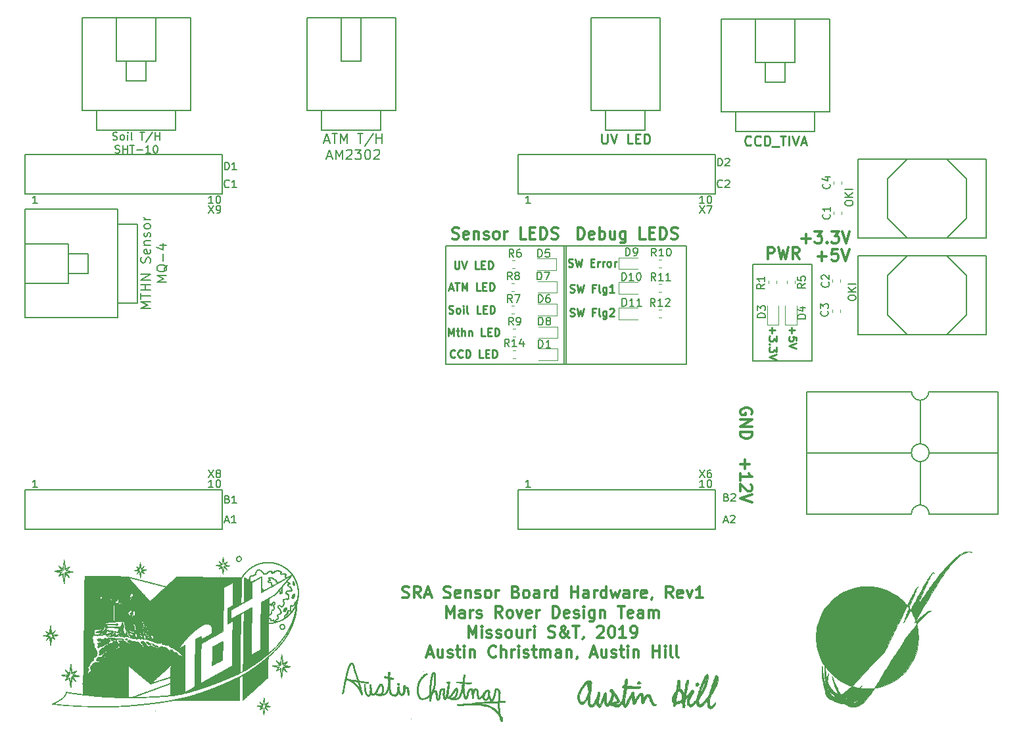
<source format=gbr>
G04 #@! TF.GenerationSoftware,KiCad,Pcbnew,(5.0.0)*
G04 #@! TF.CreationDate,2018-12-18T15:29:39-06:00*
G04 #@! TF.ProjectId,SRASensorBoard_Hardware,53524153656E736F72426F6172645F48,rev?*
G04 #@! TF.SameCoordinates,Original*
G04 #@! TF.FileFunction,Legend,Top*
G04 #@! TF.FilePolarity,Positive*
%FSLAX46Y46*%
G04 Gerber Fmt 4.6, Leading zero omitted, Abs format (unit mm)*
G04 Created by KiCad (PCBNEW (5.0.0)) date 12/18/18 15:29:39*
%MOMM*%
%LPD*%
G01*
G04 APERTURE LIST*
%ADD10C,0.200000*%
%ADD11C,0.248000*%
%ADD12C,0.300000*%
%ADD13C,0.184500*%
%ADD14C,0.150000*%
%ADD15C,0.120000*%
%ADD16C,0.010000*%
G04 APERTURE END LIST*
D10*
X155956000Y-86614000D02*
X155956000Y-89662000D01*
X171450000Y-89662000D02*
X171450000Y-86614000D01*
X155956000Y-89662000D02*
X171450000Y-89662000D01*
X155702000Y-89662000D02*
X155956000Y-89662000D01*
X155702000Y-86614000D02*
X155702000Y-89662000D01*
X140462000Y-86614000D02*
X140462000Y-89662000D01*
D11*
X141608857Y-88746285D02*
X141561619Y-88793523D01*
X141419904Y-88840761D01*
X141325428Y-88840761D01*
X141183714Y-88793523D01*
X141089238Y-88699047D01*
X141042000Y-88604571D01*
X140994761Y-88415619D01*
X140994761Y-88273904D01*
X141042000Y-88084952D01*
X141089238Y-87990476D01*
X141183714Y-87896000D01*
X141325428Y-87848761D01*
X141419904Y-87848761D01*
X141561619Y-87896000D01*
X141608857Y-87943238D01*
X142600857Y-88746285D02*
X142553619Y-88793523D01*
X142411904Y-88840761D01*
X142317428Y-88840761D01*
X142175714Y-88793523D01*
X142081238Y-88699047D01*
X142034000Y-88604571D01*
X141986761Y-88415619D01*
X141986761Y-88273904D01*
X142034000Y-88084952D01*
X142081238Y-87990476D01*
X142175714Y-87896000D01*
X142317428Y-87848761D01*
X142411904Y-87848761D01*
X142553619Y-87896000D01*
X142600857Y-87943238D01*
X143026000Y-88840761D02*
X143026000Y-87848761D01*
X143262190Y-87848761D01*
X143403904Y-87896000D01*
X143498380Y-87990476D01*
X143545619Y-88084952D01*
X143592857Y-88273904D01*
X143592857Y-88415619D01*
X143545619Y-88604571D01*
X143498380Y-88699047D01*
X143403904Y-88793523D01*
X143262190Y-88840761D01*
X143026000Y-88840761D01*
X145246190Y-88840761D02*
X144773809Y-88840761D01*
X144773809Y-87848761D01*
X145576857Y-88321142D02*
X145907523Y-88321142D01*
X146049238Y-88840761D02*
X145576857Y-88840761D01*
X145576857Y-87848761D01*
X146049238Y-87848761D01*
X146474380Y-88840761D02*
X146474380Y-87848761D01*
X146710571Y-87848761D01*
X146852285Y-87896000D01*
X146946761Y-87990476D01*
X146994000Y-88084952D01*
X147041238Y-88273904D01*
X147041238Y-88415619D01*
X146994000Y-88604571D01*
X146946761Y-88699047D01*
X146852285Y-88793523D01*
X146710571Y-88840761D01*
X146474380Y-88840761D01*
X179705666Y-61405000D02*
X179646333Y-61464333D01*
X179468333Y-61523666D01*
X179349666Y-61523666D01*
X179171666Y-61464333D01*
X179053000Y-61345666D01*
X178993666Y-61227000D01*
X178934333Y-60989666D01*
X178934333Y-60811666D01*
X178993666Y-60574333D01*
X179053000Y-60455666D01*
X179171666Y-60337000D01*
X179349666Y-60277666D01*
X179468333Y-60277666D01*
X179646333Y-60337000D01*
X179705666Y-60396333D01*
X180951666Y-61405000D02*
X180892333Y-61464333D01*
X180714333Y-61523666D01*
X180595666Y-61523666D01*
X180417666Y-61464333D01*
X180299000Y-61345666D01*
X180239666Y-61227000D01*
X180180333Y-60989666D01*
X180180333Y-60811666D01*
X180239666Y-60574333D01*
X180299000Y-60455666D01*
X180417666Y-60337000D01*
X180595666Y-60277666D01*
X180714333Y-60277666D01*
X180892333Y-60337000D01*
X180951666Y-60396333D01*
X181485666Y-61523666D02*
X181485666Y-60277666D01*
X181782333Y-60277666D01*
X181960333Y-60337000D01*
X182079000Y-60455666D01*
X182138333Y-60574333D01*
X182197666Y-60811666D01*
X182197666Y-60989666D01*
X182138333Y-61227000D01*
X182079000Y-61345666D01*
X181960333Y-61464333D01*
X181782333Y-61523666D01*
X181485666Y-61523666D01*
X182435000Y-61642333D02*
X183384333Y-61642333D01*
X183503000Y-60277666D02*
X184215000Y-60277666D01*
X183859000Y-61523666D02*
X183859000Y-60277666D01*
X184630333Y-61523666D02*
X184630333Y-60277666D01*
X185045666Y-60277666D02*
X185461000Y-61523666D01*
X185876333Y-60277666D01*
X186232333Y-61167666D02*
X186825666Y-61167666D01*
X186113666Y-61523666D02*
X186529000Y-60277666D01*
X186944333Y-61523666D01*
D12*
X179820000Y-96139142D02*
X179891428Y-95996285D01*
X179891428Y-95782000D01*
X179820000Y-95567714D01*
X179677142Y-95424857D01*
X179534285Y-95353428D01*
X179248571Y-95282000D01*
X179034285Y-95282000D01*
X178748571Y-95353428D01*
X178605714Y-95424857D01*
X178462857Y-95567714D01*
X178391428Y-95782000D01*
X178391428Y-95924857D01*
X178462857Y-96139142D01*
X178534285Y-96210571D01*
X179034285Y-96210571D01*
X179034285Y-95924857D01*
X178391428Y-96853428D02*
X179891428Y-96853428D01*
X178391428Y-97710571D01*
X179891428Y-97710571D01*
X178391428Y-98424857D02*
X179891428Y-98424857D01*
X179891428Y-98782000D01*
X179820000Y-98996285D01*
X179677142Y-99139142D01*
X179534285Y-99210571D01*
X179248571Y-99282000D01*
X179034285Y-99282000D01*
X178748571Y-99210571D01*
X178605714Y-99139142D01*
X178462857Y-98996285D01*
X178391428Y-98782000D01*
X178391428Y-98424857D01*
X178962857Y-102005142D02*
X178962857Y-103148000D01*
X178391428Y-102576571D02*
X179534285Y-102576571D01*
X178391428Y-104648000D02*
X178391428Y-103790857D01*
X178391428Y-104219428D02*
X179891428Y-104219428D01*
X179677142Y-104076571D01*
X179534285Y-103933714D01*
X179462857Y-103790857D01*
X179748571Y-105219428D02*
X179820000Y-105290857D01*
X179891428Y-105433714D01*
X179891428Y-105790857D01*
X179820000Y-105933714D01*
X179748571Y-106005142D01*
X179605714Y-106076571D01*
X179462857Y-106076571D01*
X179248571Y-106005142D01*
X178391428Y-105148000D01*
X178391428Y-106076571D01*
X179891428Y-106505142D02*
X178391428Y-107005142D01*
X179891428Y-107505142D01*
X188317428Y-75799142D02*
X189460285Y-75799142D01*
X188888857Y-76370571D02*
X188888857Y-75227714D01*
X190888857Y-74870571D02*
X190174571Y-74870571D01*
X190103142Y-75584857D01*
X190174571Y-75513428D01*
X190317428Y-75442000D01*
X190674571Y-75442000D01*
X190817428Y-75513428D01*
X190888857Y-75584857D01*
X190960285Y-75727714D01*
X190960285Y-76084857D01*
X190888857Y-76227714D01*
X190817428Y-76299142D01*
X190674571Y-76370571D01*
X190317428Y-76370571D01*
X190174571Y-76299142D01*
X190103142Y-76227714D01*
X191388857Y-74870571D02*
X191888857Y-76370571D01*
X192388857Y-74870571D01*
X186230000Y-73513142D02*
X187372857Y-73513142D01*
X186801428Y-74084571D02*
X186801428Y-72941714D01*
X187944285Y-72584571D02*
X188872857Y-72584571D01*
X188372857Y-73156000D01*
X188587142Y-73156000D01*
X188730000Y-73227428D01*
X188801428Y-73298857D01*
X188872857Y-73441714D01*
X188872857Y-73798857D01*
X188801428Y-73941714D01*
X188730000Y-74013142D01*
X188587142Y-74084571D01*
X188158571Y-74084571D01*
X188015714Y-74013142D01*
X187944285Y-73941714D01*
X189515714Y-73941714D02*
X189587142Y-74013142D01*
X189515714Y-74084571D01*
X189444285Y-74013142D01*
X189515714Y-73941714D01*
X189515714Y-74084571D01*
X190087142Y-72584571D02*
X191015714Y-72584571D01*
X190515714Y-73156000D01*
X190730000Y-73156000D01*
X190872857Y-73227428D01*
X190944285Y-73298857D01*
X191015714Y-73441714D01*
X191015714Y-73798857D01*
X190944285Y-73941714D01*
X190872857Y-74013142D01*
X190730000Y-74084571D01*
X190301428Y-74084571D01*
X190158571Y-74013142D01*
X190087142Y-73941714D01*
X191444285Y-72584571D02*
X191944285Y-74084571D01*
X192444285Y-72584571D01*
D10*
X155702000Y-74422000D02*
X155702000Y-86614000D01*
D12*
X141260571Y-73505142D02*
X141474857Y-73576571D01*
X141832000Y-73576571D01*
X141974857Y-73505142D01*
X142046285Y-73433714D01*
X142117714Y-73290857D01*
X142117714Y-73148000D01*
X142046285Y-73005142D01*
X141974857Y-72933714D01*
X141832000Y-72862285D01*
X141546285Y-72790857D01*
X141403428Y-72719428D01*
X141332000Y-72648000D01*
X141260571Y-72505142D01*
X141260571Y-72362285D01*
X141332000Y-72219428D01*
X141403428Y-72148000D01*
X141546285Y-72076571D01*
X141903428Y-72076571D01*
X142117714Y-72148000D01*
X143332000Y-73505142D02*
X143189142Y-73576571D01*
X142903428Y-73576571D01*
X142760571Y-73505142D01*
X142689142Y-73362285D01*
X142689142Y-72790857D01*
X142760571Y-72648000D01*
X142903428Y-72576571D01*
X143189142Y-72576571D01*
X143332000Y-72648000D01*
X143403428Y-72790857D01*
X143403428Y-72933714D01*
X142689142Y-73076571D01*
X144046285Y-72576571D02*
X144046285Y-73576571D01*
X144046285Y-72719428D02*
X144117714Y-72648000D01*
X144260571Y-72576571D01*
X144474857Y-72576571D01*
X144617714Y-72648000D01*
X144689142Y-72790857D01*
X144689142Y-73576571D01*
X145332000Y-73505142D02*
X145474857Y-73576571D01*
X145760571Y-73576571D01*
X145903428Y-73505142D01*
X145974857Y-73362285D01*
X145974857Y-73290857D01*
X145903428Y-73148000D01*
X145760571Y-73076571D01*
X145546285Y-73076571D01*
X145403428Y-73005142D01*
X145332000Y-72862285D01*
X145332000Y-72790857D01*
X145403428Y-72648000D01*
X145546285Y-72576571D01*
X145760571Y-72576571D01*
X145903428Y-72648000D01*
X146832000Y-73576571D02*
X146689142Y-73505142D01*
X146617714Y-73433714D01*
X146546285Y-73290857D01*
X146546285Y-72862285D01*
X146617714Y-72719428D01*
X146689142Y-72648000D01*
X146832000Y-72576571D01*
X147046285Y-72576571D01*
X147189142Y-72648000D01*
X147260571Y-72719428D01*
X147332000Y-72862285D01*
X147332000Y-73290857D01*
X147260571Y-73433714D01*
X147189142Y-73505142D01*
X147046285Y-73576571D01*
X146832000Y-73576571D01*
X147974857Y-73576571D02*
X147974857Y-72576571D01*
X147974857Y-72862285D02*
X148046285Y-72719428D01*
X148117714Y-72648000D01*
X148260571Y-72576571D01*
X148403428Y-72576571D01*
X150760571Y-73576571D02*
X150046285Y-73576571D01*
X150046285Y-72076571D01*
X151260571Y-72790857D02*
X151760571Y-72790857D01*
X151974857Y-73576571D02*
X151260571Y-73576571D01*
X151260571Y-72076571D01*
X151974857Y-72076571D01*
X152617714Y-73576571D02*
X152617714Y-72076571D01*
X152974857Y-72076571D01*
X153189142Y-72148000D01*
X153332000Y-72290857D01*
X153403428Y-72433714D01*
X153474857Y-72719428D01*
X153474857Y-72933714D01*
X153403428Y-73219428D01*
X153332000Y-73362285D01*
X153189142Y-73505142D01*
X152974857Y-73576571D01*
X152617714Y-73576571D01*
X154046285Y-73505142D02*
X154260571Y-73576571D01*
X154617714Y-73576571D01*
X154760571Y-73505142D01*
X154832000Y-73433714D01*
X154903428Y-73290857D01*
X154903428Y-73148000D01*
X154832000Y-73005142D01*
X154760571Y-72933714D01*
X154617714Y-72862285D01*
X154332000Y-72790857D01*
X154189142Y-72719428D01*
X154117714Y-72648000D01*
X154046285Y-72505142D01*
X154046285Y-72362285D01*
X154117714Y-72219428D01*
X154189142Y-72148000D01*
X154332000Y-72076571D01*
X154689142Y-72076571D01*
X154903428Y-72148000D01*
X134820857Y-119718142D02*
X135035142Y-119789571D01*
X135392285Y-119789571D01*
X135535142Y-119718142D01*
X135606571Y-119646714D01*
X135678000Y-119503857D01*
X135678000Y-119361000D01*
X135606571Y-119218142D01*
X135535142Y-119146714D01*
X135392285Y-119075285D01*
X135106571Y-119003857D01*
X134963714Y-118932428D01*
X134892285Y-118861000D01*
X134820857Y-118718142D01*
X134820857Y-118575285D01*
X134892285Y-118432428D01*
X134963714Y-118361000D01*
X135106571Y-118289571D01*
X135463714Y-118289571D01*
X135678000Y-118361000D01*
X137178000Y-119789571D02*
X136678000Y-119075285D01*
X136320857Y-119789571D02*
X136320857Y-118289571D01*
X136892285Y-118289571D01*
X137035142Y-118361000D01*
X137106571Y-118432428D01*
X137178000Y-118575285D01*
X137178000Y-118789571D01*
X137106571Y-118932428D01*
X137035142Y-119003857D01*
X136892285Y-119075285D01*
X136320857Y-119075285D01*
X137749428Y-119361000D02*
X138463714Y-119361000D01*
X137606571Y-119789571D02*
X138106571Y-118289571D01*
X138606571Y-119789571D01*
X140178000Y-119718142D02*
X140392285Y-119789571D01*
X140749428Y-119789571D01*
X140892285Y-119718142D01*
X140963714Y-119646714D01*
X141035142Y-119503857D01*
X141035142Y-119361000D01*
X140963714Y-119218142D01*
X140892285Y-119146714D01*
X140749428Y-119075285D01*
X140463714Y-119003857D01*
X140320857Y-118932428D01*
X140249428Y-118861000D01*
X140178000Y-118718142D01*
X140178000Y-118575285D01*
X140249428Y-118432428D01*
X140320857Y-118361000D01*
X140463714Y-118289571D01*
X140820857Y-118289571D01*
X141035142Y-118361000D01*
X142249428Y-119718142D02*
X142106571Y-119789571D01*
X141820857Y-119789571D01*
X141678000Y-119718142D01*
X141606571Y-119575285D01*
X141606571Y-119003857D01*
X141678000Y-118861000D01*
X141820857Y-118789571D01*
X142106571Y-118789571D01*
X142249428Y-118861000D01*
X142320857Y-119003857D01*
X142320857Y-119146714D01*
X141606571Y-119289571D01*
X142963714Y-118789571D02*
X142963714Y-119789571D01*
X142963714Y-118932428D02*
X143035142Y-118861000D01*
X143178000Y-118789571D01*
X143392285Y-118789571D01*
X143535142Y-118861000D01*
X143606571Y-119003857D01*
X143606571Y-119789571D01*
X144249428Y-119718142D02*
X144392285Y-119789571D01*
X144678000Y-119789571D01*
X144820857Y-119718142D01*
X144892285Y-119575285D01*
X144892285Y-119503857D01*
X144820857Y-119361000D01*
X144678000Y-119289571D01*
X144463714Y-119289571D01*
X144320857Y-119218142D01*
X144249428Y-119075285D01*
X144249428Y-119003857D01*
X144320857Y-118861000D01*
X144463714Y-118789571D01*
X144678000Y-118789571D01*
X144820857Y-118861000D01*
X145749428Y-119789571D02*
X145606571Y-119718142D01*
X145535142Y-119646714D01*
X145463714Y-119503857D01*
X145463714Y-119075285D01*
X145535142Y-118932428D01*
X145606571Y-118861000D01*
X145749428Y-118789571D01*
X145963714Y-118789571D01*
X146106571Y-118861000D01*
X146178000Y-118932428D01*
X146249428Y-119075285D01*
X146249428Y-119503857D01*
X146178000Y-119646714D01*
X146106571Y-119718142D01*
X145963714Y-119789571D01*
X145749428Y-119789571D01*
X146892285Y-119789571D02*
X146892285Y-118789571D01*
X146892285Y-119075285D02*
X146963714Y-118932428D01*
X147035142Y-118861000D01*
X147178000Y-118789571D01*
X147320857Y-118789571D01*
X149463714Y-119003857D02*
X149678000Y-119075285D01*
X149749428Y-119146714D01*
X149820857Y-119289571D01*
X149820857Y-119503857D01*
X149749428Y-119646714D01*
X149678000Y-119718142D01*
X149535142Y-119789571D01*
X148963714Y-119789571D01*
X148963714Y-118289571D01*
X149463714Y-118289571D01*
X149606571Y-118361000D01*
X149678000Y-118432428D01*
X149749428Y-118575285D01*
X149749428Y-118718142D01*
X149678000Y-118861000D01*
X149606571Y-118932428D01*
X149463714Y-119003857D01*
X148963714Y-119003857D01*
X150678000Y-119789571D02*
X150535142Y-119718142D01*
X150463714Y-119646714D01*
X150392285Y-119503857D01*
X150392285Y-119075285D01*
X150463714Y-118932428D01*
X150535142Y-118861000D01*
X150678000Y-118789571D01*
X150892285Y-118789571D01*
X151035142Y-118861000D01*
X151106571Y-118932428D01*
X151178000Y-119075285D01*
X151178000Y-119503857D01*
X151106571Y-119646714D01*
X151035142Y-119718142D01*
X150892285Y-119789571D01*
X150678000Y-119789571D01*
X152463714Y-119789571D02*
X152463714Y-119003857D01*
X152392285Y-118861000D01*
X152249428Y-118789571D01*
X151963714Y-118789571D01*
X151820857Y-118861000D01*
X152463714Y-119718142D02*
X152320857Y-119789571D01*
X151963714Y-119789571D01*
X151820857Y-119718142D01*
X151749428Y-119575285D01*
X151749428Y-119432428D01*
X151820857Y-119289571D01*
X151963714Y-119218142D01*
X152320857Y-119218142D01*
X152463714Y-119146714D01*
X153178000Y-119789571D02*
X153178000Y-118789571D01*
X153178000Y-119075285D02*
X153249428Y-118932428D01*
X153320857Y-118861000D01*
X153463714Y-118789571D01*
X153606571Y-118789571D01*
X154749428Y-119789571D02*
X154749428Y-118289571D01*
X154749428Y-119718142D02*
X154606571Y-119789571D01*
X154320857Y-119789571D01*
X154178000Y-119718142D01*
X154106571Y-119646714D01*
X154035142Y-119503857D01*
X154035142Y-119075285D01*
X154106571Y-118932428D01*
X154178000Y-118861000D01*
X154320857Y-118789571D01*
X154606571Y-118789571D01*
X154749428Y-118861000D01*
X156606571Y-119789571D02*
X156606571Y-118289571D01*
X156606571Y-119003857D02*
X157463714Y-119003857D01*
X157463714Y-119789571D02*
X157463714Y-118289571D01*
X158820857Y-119789571D02*
X158820857Y-119003857D01*
X158749428Y-118861000D01*
X158606571Y-118789571D01*
X158320857Y-118789571D01*
X158178000Y-118861000D01*
X158820857Y-119718142D02*
X158678000Y-119789571D01*
X158320857Y-119789571D01*
X158178000Y-119718142D01*
X158106571Y-119575285D01*
X158106571Y-119432428D01*
X158178000Y-119289571D01*
X158320857Y-119218142D01*
X158678000Y-119218142D01*
X158820857Y-119146714D01*
X159535142Y-119789571D02*
X159535142Y-118789571D01*
X159535142Y-119075285D02*
X159606571Y-118932428D01*
X159678000Y-118861000D01*
X159820857Y-118789571D01*
X159963714Y-118789571D01*
X161106571Y-119789571D02*
X161106571Y-118289571D01*
X161106571Y-119718142D02*
X160963714Y-119789571D01*
X160678000Y-119789571D01*
X160535142Y-119718142D01*
X160463714Y-119646714D01*
X160392285Y-119503857D01*
X160392285Y-119075285D01*
X160463714Y-118932428D01*
X160535142Y-118861000D01*
X160678000Y-118789571D01*
X160963714Y-118789571D01*
X161106571Y-118861000D01*
X161678000Y-118789571D02*
X161963714Y-119789571D01*
X162249428Y-119075285D01*
X162535142Y-119789571D01*
X162820857Y-118789571D01*
X164035142Y-119789571D02*
X164035142Y-119003857D01*
X163963714Y-118861000D01*
X163820857Y-118789571D01*
X163535142Y-118789571D01*
X163392285Y-118861000D01*
X164035142Y-119718142D02*
X163892285Y-119789571D01*
X163535142Y-119789571D01*
X163392285Y-119718142D01*
X163320857Y-119575285D01*
X163320857Y-119432428D01*
X163392285Y-119289571D01*
X163535142Y-119218142D01*
X163892285Y-119218142D01*
X164035142Y-119146714D01*
X164749428Y-119789571D02*
X164749428Y-118789571D01*
X164749428Y-119075285D02*
X164820857Y-118932428D01*
X164892285Y-118861000D01*
X165035142Y-118789571D01*
X165178000Y-118789571D01*
X166249428Y-119718142D02*
X166106571Y-119789571D01*
X165820857Y-119789571D01*
X165678000Y-119718142D01*
X165606571Y-119575285D01*
X165606571Y-119003857D01*
X165678000Y-118861000D01*
X165820857Y-118789571D01*
X166106571Y-118789571D01*
X166249428Y-118861000D01*
X166320857Y-119003857D01*
X166320857Y-119146714D01*
X165606571Y-119289571D01*
X167035142Y-119718142D02*
X167035142Y-119789571D01*
X166963714Y-119932428D01*
X166892285Y-120003857D01*
X169678000Y-119789571D02*
X169178000Y-119075285D01*
X168820857Y-119789571D02*
X168820857Y-118289571D01*
X169392285Y-118289571D01*
X169535142Y-118361000D01*
X169606571Y-118432428D01*
X169678000Y-118575285D01*
X169678000Y-118789571D01*
X169606571Y-118932428D01*
X169535142Y-119003857D01*
X169392285Y-119075285D01*
X168820857Y-119075285D01*
X170892285Y-119718142D02*
X170749428Y-119789571D01*
X170463714Y-119789571D01*
X170320857Y-119718142D01*
X170249428Y-119575285D01*
X170249428Y-119003857D01*
X170320857Y-118861000D01*
X170463714Y-118789571D01*
X170749428Y-118789571D01*
X170892285Y-118861000D01*
X170963714Y-119003857D01*
X170963714Y-119146714D01*
X170249428Y-119289571D01*
X171463714Y-118789571D02*
X171820857Y-119789571D01*
X172178000Y-118789571D01*
X173535142Y-119789571D02*
X172678000Y-119789571D01*
X173106571Y-119789571D02*
X173106571Y-118289571D01*
X172963714Y-118503857D01*
X172820857Y-118646714D01*
X172678000Y-118718142D01*
X140499428Y-122339571D02*
X140499428Y-120839571D01*
X140999428Y-121911000D01*
X141499428Y-120839571D01*
X141499428Y-122339571D01*
X142856571Y-122339571D02*
X142856571Y-121553857D01*
X142785142Y-121411000D01*
X142642285Y-121339571D01*
X142356571Y-121339571D01*
X142213714Y-121411000D01*
X142856571Y-122268142D02*
X142713714Y-122339571D01*
X142356571Y-122339571D01*
X142213714Y-122268142D01*
X142142285Y-122125285D01*
X142142285Y-121982428D01*
X142213714Y-121839571D01*
X142356571Y-121768142D01*
X142713714Y-121768142D01*
X142856571Y-121696714D01*
X143570857Y-122339571D02*
X143570857Y-121339571D01*
X143570857Y-121625285D02*
X143642285Y-121482428D01*
X143713714Y-121411000D01*
X143856571Y-121339571D01*
X143999428Y-121339571D01*
X144428000Y-122268142D02*
X144570857Y-122339571D01*
X144856571Y-122339571D01*
X144999428Y-122268142D01*
X145070857Y-122125285D01*
X145070857Y-122053857D01*
X144999428Y-121911000D01*
X144856571Y-121839571D01*
X144642285Y-121839571D01*
X144499428Y-121768142D01*
X144428000Y-121625285D01*
X144428000Y-121553857D01*
X144499428Y-121411000D01*
X144642285Y-121339571D01*
X144856571Y-121339571D01*
X144999428Y-121411000D01*
X147713714Y-122339571D02*
X147213714Y-121625285D01*
X146856571Y-122339571D02*
X146856571Y-120839571D01*
X147428000Y-120839571D01*
X147570857Y-120911000D01*
X147642285Y-120982428D01*
X147713714Y-121125285D01*
X147713714Y-121339571D01*
X147642285Y-121482428D01*
X147570857Y-121553857D01*
X147428000Y-121625285D01*
X146856571Y-121625285D01*
X148570857Y-122339571D02*
X148428000Y-122268142D01*
X148356571Y-122196714D01*
X148285142Y-122053857D01*
X148285142Y-121625285D01*
X148356571Y-121482428D01*
X148428000Y-121411000D01*
X148570857Y-121339571D01*
X148785142Y-121339571D01*
X148928000Y-121411000D01*
X148999428Y-121482428D01*
X149070857Y-121625285D01*
X149070857Y-122053857D01*
X148999428Y-122196714D01*
X148928000Y-122268142D01*
X148785142Y-122339571D01*
X148570857Y-122339571D01*
X149570857Y-121339571D02*
X149928000Y-122339571D01*
X150285142Y-121339571D01*
X151428000Y-122268142D02*
X151285142Y-122339571D01*
X150999428Y-122339571D01*
X150856571Y-122268142D01*
X150785142Y-122125285D01*
X150785142Y-121553857D01*
X150856571Y-121411000D01*
X150999428Y-121339571D01*
X151285142Y-121339571D01*
X151428000Y-121411000D01*
X151499428Y-121553857D01*
X151499428Y-121696714D01*
X150785142Y-121839571D01*
X152142285Y-122339571D02*
X152142285Y-121339571D01*
X152142285Y-121625285D02*
X152213714Y-121482428D01*
X152285142Y-121411000D01*
X152428000Y-121339571D01*
X152570857Y-121339571D01*
X154213714Y-122339571D02*
X154213714Y-120839571D01*
X154570857Y-120839571D01*
X154785142Y-120911000D01*
X154928000Y-121053857D01*
X154999428Y-121196714D01*
X155070857Y-121482428D01*
X155070857Y-121696714D01*
X154999428Y-121982428D01*
X154928000Y-122125285D01*
X154785142Y-122268142D01*
X154570857Y-122339571D01*
X154213714Y-122339571D01*
X156285142Y-122268142D02*
X156142285Y-122339571D01*
X155856571Y-122339571D01*
X155713714Y-122268142D01*
X155642285Y-122125285D01*
X155642285Y-121553857D01*
X155713714Y-121411000D01*
X155856571Y-121339571D01*
X156142285Y-121339571D01*
X156285142Y-121411000D01*
X156356571Y-121553857D01*
X156356571Y-121696714D01*
X155642285Y-121839571D01*
X156928000Y-122268142D02*
X157070857Y-122339571D01*
X157356571Y-122339571D01*
X157499428Y-122268142D01*
X157570857Y-122125285D01*
X157570857Y-122053857D01*
X157499428Y-121911000D01*
X157356571Y-121839571D01*
X157142285Y-121839571D01*
X156999428Y-121768142D01*
X156928000Y-121625285D01*
X156928000Y-121553857D01*
X156999428Y-121411000D01*
X157142285Y-121339571D01*
X157356571Y-121339571D01*
X157499428Y-121411000D01*
X158213714Y-122339571D02*
X158213714Y-121339571D01*
X158213714Y-120839571D02*
X158142285Y-120911000D01*
X158213714Y-120982428D01*
X158285142Y-120911000D01*
X158213714Y-120839571D01*
X158213714Y-120982428D01*
X159570857Y-121339571D02*
X159570857Y-122553857D01*
X159499428Y-122696714D01*
X159428000Y-122768142D01*
X159285142Y-122839571D01*
X159070857Y-122839571D01*
X158928000Y-122768142D01*
X159570857Y-122268142D02*
X159428000Y-122339571D01*
X159142285Y-122339571D01*
X158999428Y-122268142D01*
X158928000Y-122196714D01*
X158856571Y-122053857D01*
X158856571Y-121625285D01*
X158928000Y-121482428D01*
X158999428Y-121411000D01*
X159142285Y-121339571D01*
X159428000Y-121339571D01*
X159570857Y-121411000D01*
X160285142Y-121339571D02*
X160285142Y-122339571D01*
X160285142Y-121482428D02*
X160356571Y-121411000D01*
X160499428Y-121339571D01*
X160713714Y-121339571D01*
X160856571Y-121411000D01*
X160928000Y-121553857D01*
X160928000Y-122339571D01*
X162570857Y-120839571D02*
X163428000Y-120839571D01*
X162999428Y-122339571D02*
X162999428Y-120839571D01*
X164499428Y-122268142D02*
X164356571Y-122339571D01*
X164070857Y-122339571D01*
X163928000Y-122268142D01*
X163856571Y-122125285D01*
X163856571Y-121553857D01*
X163928000Y-121411000D01*
X164070857Y-121339571D01*
X164356571Y-121339571D01*
X164499428Y-121411000D01*
X164570857Y-121553857D01*
X164570857Y-121696714D01*
X163856571Y-121839571D01*
X165856571Y-122339571D02*
X165856571Y-121553857D01*
X165785142Y-121411000D01*
X165642285Y-121339571D01*
X165356571Y-121339571D01*
X165213714Y-121411000D01*
X165856571Y-122268142D02*
X165713714Y-122339571D01*
X165356571Y-122339571D01*
X165213714Y-122268142D01*
X165142285Y-122125285D01*
X165142285Y-121982428D01*
X165213714Y-121839571D01*
X165356571Y-121768142D01*
X165713714Y-121768142D01*
X165856571Y-121696714D01*
X166570857Y-122339571D02*
X166570857Y-121339571D01*
X166570857Y-121482428D02*
X166642285Y-121411000D01*
X166785142Y-121339571D01*
X166999428Y-121339571D01*
X167142285Y-121411000D01*
X167213714Y-121553857D01*
X167213714Y-122339571D01*
X167213714Y-121553857D02*
X167285142Y-121411000D01*
X167428000Y-121339571D01*
X167642285Y-121339571D01*
X167785142Y-121411000D01*
X167856571Y-121553857D01*
X167856571Y-122339571D01*
X143356571Y-124889571D02*
X143356571Y-123389571D01*
X143856571Y-124461000D01*
X144356571Y-123389571D01*
X144356571Y-124889571D01*
X145070857Y-124889571D02*
X145070857Y-123889571D01*
X145070857Y-123389571D02*
X144999428Y-123461000D01*
X145070857Y-123532428D01*
X145142285Y-123461000D01*
X145070857Y-123389571D01*
X145070857Y-123532428D01*
X145713714Y-124818142D02*
X145856571Y-124889571D01*
X146142285Y-124889571D01*
X146285142Y-124818142D01*
X146356571Y-124675285D01*
X146356571Y-124603857D01*
X146285142Y-124461000D01*
X146142285Y-124389571D01*
X145928000Y-124389571D01*
X145785142Y-124318142D01*
X145713714Y-124175285D01*
X145713714Y-124103857D01*
X145785142Y-123961000D01*
X145928000Y-123889571D01*
X146142285Y-123889571D01*
X146285142Y-123961000D01*
X146928000Y-124818142D02*
X147070857Y-124889571D01*
X147356571Y-124889571D01*
X147499428Y-124818142D01*
X147570857Y-124675285D01*
X147570857Y-124603857D01*
X147499428Y-124461000D01*
X147356571Y-124389571D01*
X147142285Y-124389571D01*
X146999428Y-124318142D01*
X146928000Y-124175285D01*
X146928000Y-124103857D01*
X146999428Y-123961000D01*
X147142285Y-123889571D01*
X147356571Y-123889571D01*
X147499428Y-123961000D01*
X148428000Y-124889571D02*
X148285142Y-124818142D01*
X148213714Y-124746714D01*
X148142285Y-124603857D01*
X148142285Y-124175285D01*
X148213714Y-124032428D01*
X148285142Y-123961000D01*
X148428000Y-123889571D01*
X148642285Y-123889571D01*
X148785142Y-123961000D01*
X148856571Y-124032428D01*
X148928000Y-124175285D01*
X148928000Y-124603857D01*
X148856571Y-124746714D01*
X148785142Y-124818142D01*
X148642285Y-124889571D01*
X148428000Y-124889571D01*
X150213714Y-123889571D02*
X150213714Y-124889571D01*
X149570857Y-123889571D02*
X149570857Y-124675285D01*
X149642285Y-124818142D01*
X149785142Y-124889571D01*
X149999428Y-124889571D01*
X150142285Y-124818142D01*
X150213714Y-124746714D01*
X150928000Y-124889571D02*
X150928000Y-123889571D01*
X150928000Y-124175285D02*
X150999428Y-124032428D01*
X151070857Y-123961000D01*
X151213714Y-123889571D01*
X151356571Y-123889571D01*
X151856571Y-124889571D02*
X151856571Y-123889571D01*
X151856571Y-123389571D02*
X151785142Y-123461000D01*
X151856571Y-123532428D01*
X151928000Y-123461000D01*
X151856571Y-123389571D01*
X151856571Y-123532428D01*
X153642285Y-124818142D02*
X153856571Y-124889571D01*
X154213714Y-124889571D01*
X154356571Y-124818142D01*
X154428000Y-124746714D01*
X154499428Y-124603857D01*
X154499428Y-124461000D01*
X154428000Y-124318142D01*
X154356571Y-124246714D01*
X154213714Y-124175285D01*
X153928000Y-124103857D01*
X153785142Y-124032428D01*
X153713714Y-123961000D01*
X153642285Y-123818142D01*
X153642285Y-123675285D01*
X153713714Y-123532428D01*
X153785142Y-123461000D01*
X153928000Y-123389571D01*
X154285142Y-123389571D01*
X154499428Y-123461000D01*
X156356571Y-124889571D02*
X156285142Y-124889571D01*
X156142285Y-124818142D01*
X155928000Y-124603857D01*
X155570857Y-124175285D01*
X155428000Y-123961000D01*
X155356571Y-123746714D01*
X155356571Y-123603857D01*
X155428000Y-123461000D01*
X155570857Y-123389571D01*
X155642285Y-123389571D01*
X155785142Y-123461000D01*
X155856571Y-123603857D01*
X155856571Y-123675285D01*
X155785142Y-123818142D01*
X155713714Y-123889571D01*
X155285142Y-124175285D01*
X155213714Y-124246714D01*
X155142285Y-124389571D01*
X155142285Y-124603857D01*
X155213714Y-124746714D01*
X155285142Y-124818142D01*
X155428000Y-124889571D01*
X155642285Y-124889571D01*
X155785142Y-124818142D01*
X155856571Y-124746714D01*
X156070857Y-124461000D01*
X156142285Y-124246714D01*
X156142285Y-124103857D01*
X156785142Y-123389571D02*
X157642285Y-123389571D01*
X157213714Y-124889571D02*
X157213714Y-123389571D01*
X158213714Y-124818142D02*
X158213714Y-124889571D01*
X158142285Y-125032428D01*
X158070857Y-125103857D01*
X159928000Y-123532428D02*
X159999428Y-123461000D01*
X160142285Y-123389571D01*
X160499428Y-123389571D01*
X160642285Y-123461000D01*
X160713714Y-123532428D01*
X160785142Y-123675285D01*
X160785142Y-123818142D01*
X160713714Y-124032428D01*
X159856571Y-124889571D01*
X160785142Y-124889571D01*
X161713714Y-123389571D02*
X161856571Y-123389571D01*
X161999428Y-123461000D01*
X162070857Y-123532428D01*
X162142285Y-123675285D01*
X162213714Y-123961000D01*
X162213714Y-124318142D01*
X162142285Y-124603857D01*
X162070857Y-124746714D01*
X161999428Y-124818142D01*
X161856571Y-124889571D01*
X161713714Y-124889571D01*
X161570857Y-124818142D01*
X161499428Y-124746714D01*
X161428000Y-124603857D01*
X161356571Y-124318142D01*
X161356571Y-123961000D01*
X161428000Y-123675285D01*
X161499428Y-123532428D01*
X161570857Y-123461000D01*
X161713714Y-123389571D01*
X163642285Y-124889571D02*
X162785142Y-124889571D01*
X163213714Y-124889571D02*
X163213714Y-123389571D01*
X163070857Y-123603857D01*
X162928000Y-123746714D01*
X162785142Y-123818142D01*
X164356571Y-124889571D02*
X164642285Y-124889571D01*
X164785142Y-124818142D01*
X164856571Y-124746714D01*
X164999428Y-124532428D01*
X165070857Y-124246714D01*
X165070857Y-123675285D01*
X164999428Y-123532428D01*
X164928000Y-123461000D01*
X164785142Y-123389571D01*
X164499428Y-123389571D01*
X164356571Y-123461000D01*
X164285142Y-123532428D01*
X164213714Y-123675285D01*
X164213714Y-124032428D01*
X164285142Y-124175285D01*
X164356571Y-124246714D01*
X164499428Y-124318142D01*
X164785142Y-124318142D01*
X164928000Y-124246714D01*
X164999428Y-124175285D01*
X165070857Y-124032428D01*
X138035142Y-127011000D02*
X138749428Y-127011000D01*
X137892285Y-127439571D02*
X138392285Y-125939571D01*
X138892285Y-127439571D01*
X140035142Y-126439571D02*
X140035142Y-127439571D01*
X139392285Y-126439571D02*
X139392285Y-127225285D01*
X139463714Y-127368142D01*
X139606571Y-127439571D01*
X139820857Y-127439571D01*
X139963714Y-127368142D01*
X140035142Y-127296714D01*
X140678000Y-127368142D02*
X140820857Y-127439571D01*
X141106571Y-127439571D01*
X141249428Y-127368142D01*
X141320857Y-127225285D01*
X141320857Y-127153857D01*
X141249428Y-127011000D01*
X141106571Y-126939571D01*
X140892285Y-126939571D01*
X140749428Y-126868142D01*
X140678000Y-126725285D01*
X140678000Y-126653857D01*
X140749428Y-126511000D01*
X140892285Y-126439571D01*
X141106571Y-126439571D01*
X141249428Y-126511000D01*
X141749428Y-126439571D02*
X142320857Y-126439571D01*
X141963714Y-125939571D02*
X141963714Y-127225285D01*
X142035142Y-127368142D01*
X142178000Y-127439571D01*
X142320857Y-127439571D01*
X142820857Y-127439571D02*
X142820857Y-126439571D01*
X142820857Y-125939571D02*
X142749428Y-126011000D01*
X142820857Y-126082428D01*
X142892285Y-126011000D01*
X142820857Y-125939571D01*
X142820857Y-126082428D01*
X143535142Y-126439571D02*
X143535142Y-127439571D01*
X143535142Y-126582428D02*
X143606571Y-126511000D01*
X143749428Y-126439571D01*
X143963714Y-126439571D01*
X144106571Y-126511000D01*
X144178000Y-126653857D01*
X144178000Y-127439571D01*
X146892285Y-127296714D02*
X146820857Y-127368142D01*
X146606571Y-127439571D01*
X146463714Y-127439571D01*
X146249428Y-127368142D01*
X146106571Y-127225285D01*
X146035142Y-127082428D01*
X145963714Y-126796714D01*
X145963714Y-126582428D01*
X146035142Y-126296714D01*
X146106571Y-126153857D01*
X146249428Y-126011000D01*
X146463714Y-125939571D01*
X146606571Y-125939571D01*
X146820857Y-126011000D01*
X146892285Y-126082428D01*
X147535142Y-127439571D02*
X147535142Y-125939571D01*
X148178000Y-127439571D02*
X148178000Y-126653857D01*
X148106571Y-126511000D01*
X147963714Y-126439571D01*
X147749428Y-126439571D01*
X147606571Y-126511000D01*
X147535142Y-126582428D01*
X148892285Y-127439571D02*
X148892285Y-126439571D01*
X148892285Y-126725285D02*
X148963714Y-126582428D01*
X149035142Y-126511000D01*
X149178000Y-126439571D01*
X149320857Y-126439571D01*
X149820857Y-127439571D02*
X149820857Y-126439571D01*
X149820857Y-125939571D02*
X149749428Y-126011000D01*
X149820857Y-126082428D01*
X149892285Y-126011000D01*
X149820857Y-125939571D01*
X149820857Y-126082428D01*
X150463714Y-127368142D02*
X150606571Y-127439571D01*
X150892285Y-127439571D01*
X151035142Y-127368142D01*
X151106571Y-127225285D01*
X151106571Y-127153857D01*
X151035142Y-127011000D01*
X150892285Y-126939571D01*
X150678000Y-126939571D01*
X150535142Y-126868142D01*
X150463714Y-126725285D01*
X150463714Y-126653857D01*
X150535142Y-126511000D01*
X150678000Y-126439571D01*
X150892285Y-126439571D01*
X151035142Y-126511000D01*
X151535142Y-126439571D02*
X152106571Y-126439571D01*
X151749428Y-125939571D02*
X151749428Y-127225285D01*
X151820857Y-127368142D01*
X151963714Y-127439571D01*
X152106571Y-127439571D01*
X152606571Y-127439571D02*
X152606571Y-126439571D01*
X152606571Y-126582428D02*
X152678000Y-126511000D01*
X152820857Y-126439571D01*
X153035142Y-126439571D01*
X153178000Y-126511000D01*
X153249428Y-126653857D01*
X153249428Y-127439571D01*
X153249428Y-126653857D02*
X153320857Y-126511000D01*
X153463714Y-126439571D01*
X153678000Y-126439571D01*
X153820857Y-126511000D01*
X153892285Y-126653857D01*
X153892285Y-127439571D01*
X155249428Y-127439571D02*
X155249428Y-126653857D01*
X155178000Y-126511000D01*
X155035142Y-126439571D01*
X154749428Y-126439571D01*
X154606571Y-126511000D01*
X155249428Y-127368142D02*
X155106571Y-127439571D01*
X154749428Y-127439571D01*
X154606571Y-127368142D01*
X154535142Y-127225285D01*
X154535142Y-127082428D01*
X154606571Y-126939571D01*
X154749428Y-126868142D01*
X155106571Y-126868142D01*
X155249428Y-126796714D01*
X155963714Y-126439571D02*
X155963714Y-127439571D01*
X155963714Y-126582428D02*
X156035142Y-126511000D01*
X156178000Y-126439571D01*
X156392285Y-126439571D01*
X156535142Y-126511000D01*
X156606571Y-126653857D01*
X156606571Y-127439571D01*
X157392285Y-127368142D02*
X157392285Y-127439571D01*
X157320857Y-127582428D01*
X157249428Y-127653857D01*
X159106571Y-127011000D02*
X159820857Y-127011000D01*
X158963714Y-127439571D02*
X159463714Y-125939571D01*
X159963714Y-127439571D01*
X161106571Y-126439571D02*
X161106571Y-127439571D01*
X160463714Y-126439571D02*
X160463714Y-127225285D01*
X160535142Y-127368142D01*
X160678000Y-127439571D01*
X160892285Y-127439571D01*
X161035142Y-127368142D01*
X161106571Y-127296714D01*
X161749428Y-127368142D02*
X161892285Y-127439571D01*
X162178000Y-127439571D01*
X162320857Y-127368142D01*
X162392285Y-127225285D01*
X162392285Y-127153857D01*
X162320857Y-127011000D01*
X162178000Y-126939571D01*
X161963714Y-126939571D01*
X161820857Y-126868142D01*
X161749428Y-126725285D01*
X161749428Y-126653857D01*
X161820857Y-126511000D01*
X161963714Y-126439571D01*
X162178000Y-126439571D01*
X162320857Y-126511000D01*
X162820857Y-126439571D02*
X163392285Y-126439571D01*
X163035142Y-125939571D02*
X163035142Y-127225285D01*
X163106571Y-127368142D01*
X163249428Y-127439571D01*
X163392285Y-127439571D01*
X163892285Y-127439571D02*
X163892285Y-126439571D01*
X163892285Y-125939571D02*
X163820857Y-126011000D01*
X163892285Y-126082428D01*
X163963714Y-126011000D01*
X163892285Y-125939571D01*
X163892285Y-126082428D01*
X164606571Y-126439571D02*
X164606571Y-127439571D01*
X164606571Y-126582428D02*
X164678000Y-126511000D01*
X164820857Y-126439571D01*
X165035142Y-126439571D01*
X165178000Y-126511000D01*
X165249428Y-126653857D01*
X165249428Y-127439571D01*
X167106571Y-127439571D02*
X167106571Y-125939571D01*
X167106571Y-126653857D02*
X167963714Y-126653857D01*
X167963714Y-127439571D02*
X167963714Y-125939571D01*
X168678000Y-127439571D02*
X168678000Y-126439571D01*
X168678000Y-125939571D02*
X168606571Y-126011000D01*
X168678000Y-126082428D01*
X168749428Y-126011000D01*
X168678000Y-125939571D01*
X168678000Y-126082428D01*
X169606571Y-127439571D02*
X169463714Y-127368142D01*
X169392285Y-127225285D01*
X169392285Y-125939571D01*
X170392285Y-127439571D02*
X170249428Y-127368142D01*
X170178000Y-127225285D01*
X170178000Y-125939571D01*
D13*
X102406916Y-82522666D02*
X101160916Y-82522666D01*
X102050916Y-82107333D01*
X101160916Y-81692000D01*
X102406916Y-81692000D01*
X101160916Y-81276666D02*
X101160916Y-80564666D01*
X102406916Y-80920666D02*
X101160916Y-80920666D01*
X102406916Y-80149333D02*
X101160916Y-80149333D01*
X101754250Y-80149333D02*
X101754250Y-79437333D01*
X102406916Y-79437333D02*
X101160916Y-79437333D01*
X102406916Y-78844000D02*
X101160916Y-78844000D01*
X102406916Y-78132000D01*
X101160916Y-78132000D01*
X102347583Y-76648666D02*
X102406916Y-76470666D01*
X102406916Y-76174000D01*
X102347583Y-76055333D01*
X102288250Y-75996000D01*
X102169583Y-75936666D01*
X102050916Y-75936666D01*
X101932250Y-75996000D01*
X101872916Y-76055333D01*
X101813583Y-76174000D01*
X101754250Y-76411333D01*
X101694916Y-76530000D01*
X101635583Y-76589333D01*
X101516916Y-76648666D01*
X101398250Y-76648666D01*
X101279583Y-76589333D01*
X101220250Y-76530000D01*
X101160916Y-76411333D01*
X101160916Y-76114666D01*
X101220250Y-75936666D01*
X102347583Y-74928000D02*
X102406916Y-75046666D01*
X102406916Y-75284000D01*
X102347583Y-75402666D01*
X102228916Y-75462000D01*
X101754250Y-75462000D01*
X101635583Y-75402666D01*
X101576250Y-75284000D01*
X101576250Y-75046666D01*
X101635583Y-74928000D01*
X101754250Y-74868666D01*
X101872916Y-74868666D01*
X101991583Y-75462000D01*
X101576250Y-74334666D02*
X102406916Y-74334666D01*
X101694916Y-74334666D02*
X101635583Y-74275333D01*
X101576250Y-74156666D01*
X101576250Y-73978666D01*
X101635583Y-73860000D01*
X101754250Y-73800666D01*
X102406916Y-73800666D01*
X102347583Y-73266666D02*
X102406916Y-73148000D01*
X102406916Y-72910666D01*
X102347583Y-72792000D01*
X102228916Y-72732666D01*
X102169583Y-72732666D01*
X102050916Y-72792000D01*
X101991583Y-72910666D01*
X101991583Y-73088666D01*
X101932250Y-73207333D01*
X101813583Y-73266666D01*
X101754250Y-73266666D01*
X101635583Y-73207333D01*
X101576250Y-73088666D01*
X101576250Y-72910666D01*
X101635583Y-72792000D01*
X102406916Y-72020666D02*
X102347583Y-72139333D01*
X102288250Y-72198666D01*
X102169583Y-72258000D01*
X101813583Y-72258000D01*
X101694916Y-72198666D01*
X101635583Y-72139333D01*
X101576250Y-72020666D01*
X101576250Y-71842666D01*
X101635583Y-71724000D01*
X101694916Y-71664666D01*
X101813583Y-71605333D01*
X102169583Y-71605333D01*
X102288250Y-71664666D01*
X102347583Y-71724000D01*
X102406916Y-71842666D01*
X102406916Y-72020666D01*
X102406916Y-71071333D02*
X101576250Y-71071333D01*
X101813583Y-71071333D02*
X101694916Y-71012000D01*
X101635583Y-70952666D01*
X101576250Y-70834000D01*
X101576250Y-70715333D01*
X104460416Y-79140666D02*
X103214416Y-79140666D01*
X104104416Y-78725333D01*
X103214416Y-78310000D01*
X104460416Y-78310000D01*
X104579083Y-76886000D02*
X104519750Y-77004666D01*
X104401083Y-77123333D01*
X104223083Y-77301333D01*
X104163750Y-77420000D01*
X104163750Y-77538666D01*
X104460416Y-77479333D02*
X104401083Y-77598000D01*
X104282416Y-77716666D01*
X104045083Y-77776000D01*
X103629750Y-77776000D01*
X103392416Y-77716666D01*
X103273750Y-77598000D01*
X103214416Y-77479333D01*
X103214416Y-77242000D01*
X103273750Y-77123333D01*
X103392416Y-77004666D01*
X103629750Y-76945333D01*
X104045083Y-76945333D01*
X104282416Y-77004666D01*
X104401083Y-77123333D01*
X104460416Y-77242000D01*
X104460416Y-77479333D01*
X103985750Y-76411333D02*
X103985750Y-75462000D01*
X103629750Y-74334666D02*
X104460416Y-74334666D01*
X103155083Y-74631333D02*
X104045083Y-74928000D01*
X104045083Y-74156666D01*
D11*
X140782190Y-86046761D02*
X140782190Y-85054761D01*
X141112857Y-85763333D01*
X141443523Y-85054761D01*
X141443523Y-86046761D01*
X141774190Y-85385428D02*
X142152095Y-85385428D01*
X141915904Y-85054761D02*
X141915904Y-85905047D01*
X141963142Y-85999523D01*
X142057619Y-86046761D01*
X142152095Y-86046761D01*
X142482761Y-86046761D02*
X142482761Y-85054761D01*
X142907904Y-86046761D02*
X142907904Y-85527142D01*
X142860666Y-85432666D01*
X142766190Y-85385428D01*
X142624476Y-85385428D01*
X142530000Y-85432666D01*
X142482761Y-85479904D01*
X143380285Y-85385428D02*
X143380285Y-86046761D01*
X143380285Y-85479904D02*
X143427523Y-85432666D01*
X143522000Y-85385428D01*
X143663714Y-85385428D01*
X143758190Y-85432666D01*
X143805428Y-85527142D01*
X143805428Y-86046761D01*
X145506000Y-86046761D02*
X145033619Y-86046761D01*
X145033619Y-85054761D01*
X145836666Y-85527142D02*
X146167333Y-85527142D01*
X146309047Y-86046761D02*
X145836666Y-86046761D01*
X145836666Y-85054761D01*
X146309047Y-85054761D01*
X146734190Y-86046761D02*
X146734190Y-85054761D01*
X146970380Y-85054761D01*
X147112095Y-85102000D01*
X147206571Y-85196476D01*
X147253809Y-85290952D01*
X147301047Y-85479904D01*
X147301047Y-85621619D01*
X147253809Y-85810571D01*
X147206571Y-85905047D01*
X147112095Y-85999523D01*
X146970380Y-86046761D01*
X146734190Y-86046761D01*
X140811619Y-83099523D02*
X140953333Y-83146761D01*
X141189523Y-83146761D01*
X141284000Y-83099523D01*
X141331238Y-83052285D01*
X141378476Y-82957809D01*
X141378476Y-82863333D01*
X141331238Y-82768857D01*
X141284000Y-82721619D01*
X141189523Y-82674380D01*
X141000571Y-82627142D01*
X140906095Y-82579904D01*
X140858857Y-82532666D01*
X140811619Y-82438190D01*
X140811619Y-82343714D01*
X140858857Y-82249238D01*
X140906095Y-82202000D01*
X141000571Y-82154761D01*
X141236761Y-82154761D01*
X141378476Y-82202000D01*
X141945333Y-83146761D02*
X141850857Y-83099523D01*
X141803619Y-83052285D01*
X141756380Y-82957809D01*
X141756380Y-82674380D01*
X141803619Y-82579904D01*
X141850857Y-82532666D01*
X141945333Y-82485428D01*
X142087047Y-82485428D01*
X142181523Y-82532666D01*
X142228761Y-82579904D01*
X142276000Y-82674380D01*
X142276000Y-82957809D01*
X142228761Y-83052285D01*
X142181523Y-83099523D01*
X142087047Y-83146761D01*
X141945333Y-83146761D01*
X142701142Y-83146761D02*
X142701142Y-82485428D01*
X142701142Y-82154761D02*
X142653904Y-82202000D01*
X142701142Y-82249238D01*
X142748380Y-82202000D01*
X142701142Y-82154761D01*
X142701142Y-82249238D01*
X143315238Y-83146761D02*
X143220761Y-83099523D01*
X143173523Y-83005047D01*
X143173523Y-82154761D01*
X144921333Y-83146761D02*
X144448952Y-83146761D01*
X144448952Y-82154761D01*
X145252000Y-82627142D02*
X145582666Y-82627142D01*
X145724380Y-83146761D02*
X145252000Y-83146761D01*
X145252000Y-82154761D01*
X145724380Y-82154761D01*
X146149523Y-83146761D02*
X146149523Y-82154761D01*
X146385714Y-82154761D01*
X146527428Y-82202000D01*
X146621904Y-82296476D01*
X146669142Y-82390952D01*
X146716380Y-82579904D01*
X146716380Y-82721619D01*
X146669142Y-82910571D01*
X146621904Y-83005047D01*
X146527428Y-83099523D01*
X146385714Y-83146761D01*
X146149523Y-83146761D01*
X140858857Y-79921333D02*
X141331238Y-79921333D01*
X140764380Y-80204761D02*
X141095047Y-79212761D01*
X141425714Y-80204761D01*
X141614666Y-79212761D02*
X142181523Y-79212761D01*
X141898095Y-80204761D02*
X141898095Y-79212761D01*
X142512190Y-80204761D02*
X142512190Y-79212761D01*
X142842857Y-79921333D01*
X143173523Y-79212761D01*
X143173523Y-80204761D01*
X144874095Y-80204761D02*
X144401714Y-80204761D01*
X144401714Y-79212761D01*
X145204761Y-79685142D02*
X145535428Y-79685142D01*
X145677142Y-80204761D02*
X145204761Y-80204761D01*
X145204761Y-79212761D01*
X145677142Y-79212761D01*
X146102285Y-80204761D02*
X146102285Y-79212761D01*
X146338476Y-79212761D01*
X146480190Y-79260000D01*
X146574666Y-79354476D01*
X146621904Y-79448952D01*
X146669142Y-79637904D01*
X146669142Y-79779619D01*
X146621904Y-79968571D01*
X146574666Y-80063047D01*
X146480190Y-80157523D01*
X146338476Y-80204761D01*
X146102285Y-80204761D01*
X141585238Y-76418761D02*
X141585238Y-77221809D01*
X141632476Y-77316285D01*
X141679714Y-77363523D01*
X141774190Y-77410761D01*
X141963142Y-77410761D01*
X142057619Y-77363523D01*
X142104857Y-77316285D01*
X142152095Y-77221809D01*
X142152095Y-76418761D01*
X142482761Y-76418761D02*
X142813428Y-77410761D01*
X143144095Y-76418761D01*
X144702952Y-77410761D02*
X144230571Y-77410761D01*
X144230571Y-76418761D01*
X145033619Y-76891142D02*
X145364285Y-76891142D01*
X145506000Y-77410761D02*
X145033619Y-77410761D01*
X145033619Y-76418761D01*
X145506000Y-76418761D01*
X145931142Y-77410761D02*
X145931142Y-76418761D01*
X146167333Y-76418761D01*
X146309047Y-76466000D01*
X146403523Y-76560476D01*
X146450761Y-76654952D01*
X146498000Y-76843904D01*
X146498000Y-76985619D01*
X146450761Y-77174571D01*
X146403523Y-77269047D01*
X146309047Y-77363523D01*
X146167333Y-77410761D01*
X145931142Y-77410761D01*
D10*
X140462000Y-89662000D02*
X155956000Y-89662000D01*
X140462000Y-74422000D02*
X140462000Y-86614000D01*
X155956000Y-74422000D02*
X140462000Y-74422000D01*
D11*
X156423714Y-83459523D02*
X156565428Y-83506761D01*
X156801619Y-83506761D01*
X156896095Y-83459523D01*
X156943333Y-83412285D01*
X156990571Y-83317809D01*
X156990571Y-83223333D01*
X156943333Y-83128857D01*
X156896095Y-83081619D01*
X156801619Y-83034380D01*
X156612666Y-82987142D01*
X156518190Y-82939904D01*
X156470952Y-82892666D01*
X156423714Y-82798190D01*
X156423714Y-82703714D01*
X156470952Y-82609238D01*
X156518190Y-82562000D01*
X156612666Y-82514761D01*
X156848857Y-82514761D01*
X156990571Y-82562000D01*
X157321238Y-82514761D02*
X157557428Y-83506761D01*
X157746380Y-82798190D01*
X157935333Y-83506761D01*
X158171523Y-82514761D01*
X159635904Y-82987142D02*
X159305238Y-82987142D01*
X159305238Y-83506761D02*
X159305238Y-82514761D01*
X159777619Y-82514761D01*
X160297238Y-83506761D02*
X160202761Y-83459523D01*
X160155523Y-83365047D01*
X160155523Y-82514761D01*
X161100285Y-82845428D02*
X161100285Y-83648476D01*
X161053047Y-83742952D01*
X161005809Y-83790190D01*
X160911333Y-83837428D01*
X160769619Y-83837428D01*
X160675142Y-83790190D01*
X161100285Y-83459523D02*
X161005809Y-83506761D01*
X160816857Y-83506761D01*
X160722380Y-83459523D01*
X160675142Y-83412285D01*
X160627904Y-83317809D01*
X160627904Y-83034380D01*
X160675142Y-82939904D01*
X160722380Y-82892666D01*
X160816857Y-82845428D01*
X161005809Y-82845428D01*
X161100285Y-82892666D01*
X161525428Y-82609238D02*
X161572666Y-82562000D01*
X161667142Y-82514761D01*
X161903333Y-82514761D01*
X161997809Y-82562000D01*
X162045047Y-82609238D01*
X162092285Y-82703714D01*
X162092285Y-82798190D01*
X162045047Y-82939904D01*
X161478190Y-83506761D01*
X162092285Y-83506761D01*
X156423714Y-80386123D02*
X156565428Y-80433361D01*
X156801619Y-80433361D01*
X156896095Y-80386123D01*
X156943333Y-80338885D01*
X156990571Y-80244409D01*
X156990571Y-80149933D01*
X156943333Y-80055457D01*
X156896095Y-80008219D01*
X156801619Y-79960980D01*
X156612666Y-79913742D01*
X156518190Y-79866504D01*
X156470952Y-79819266D01*
X156423714Y-79724790D01*
X156423714Y-79630314D01*
X156470952Y-79535838D01*
X156518190Y-79488600D01*
X156612666Y-79441361D01*
X156848857Y-79441361D01*
X156990571Y-79488600D01*
X157321238Y-79441361D02*
X157557428Y-80433361D01*
X157746380Y-79724790D01*
X157935333Y-80433361D01*
X158171523Y-79441361D01*
X159635904Y-79913742D02*
X159305238Y-79913742D01*
X159305238Y-80433361D02*
X159305238Y-79441361D01*
X159777619Y-79441361D01*
X160297238Y-80433361D02*
X160202761Y-80386123D01*
X160155523Y-80291647D01*
X160155523Y-79441361D01*
X161100285Y-79772028D02*
X161100285Y-80575076D01*
X161053047Y-80669552D01*
X161005809Y-80716790D01*
X160911333Y-80764028D01*
X160769619Y-80764028D01*
X160675142Y-80716790D01*
X161100285Y-80386123D02*
X161005809Y-80433361D01*
X160816857Y-80433361D01*
X160722380Y-80386123D01*
X160675142Y-80338885D01*
X160627904Y-80244409D01*
X160627904Y-79960980D01*
X160675142Y-79866504D01*
X160722380Y-79819266D01*
X160816857Y-79772028D01*
X161005809Y-79772028D01*
X161100285Y-79819266D01*
X162092285Y-80433361D02*
X161525428Y-80433361D01*
X161808857Y-80433361D02*
X161808857Y-79441361D01*
X161714380Y-79583076D01*
X161619904Y-79677552D01*
X161525428Y-79724790D01*
X156236542Y-77084123D02*
X156378257Y-77131361D01*
X156614447Y-77131361D01*
X156708923Y-77084123D01*
X156756161Y-77036885D01*
X156803400Y-76942409D01*
X156803400Y-76847933D01*
X156756161Y-76753457D01*
X156708923Y-76706219D01*
X156614447Y-76658980D01*
X156425495Y-76611742D01*
X156331019Y-76564504D01*
X156283780Y-76517266D01*
X156236542Y-76422790D01*
X156236542Y-76328314D01*
X156283780Y-76233838D01*
X156331019Y-76186600D01*
X156425495Y-76139361D01*
X156661685Y-76139361D01*
X156803400Y-76186600D01*
X157134066Y-76139361D02*
X157370257Y-77131361D01*
X157559209Y-76422790D01*
X157748161Y-77131361D01*
X157984352Y-76139361D01*
X159118066Y-76611742D02*
X159448733Y-76611742D01*
X159590447Y-77131361D02*
X159118066Y-77131361D01*
X159118066Y-76139361D01*
X159590447Y-76139361D01*
X160015590Y-77131361D02*
X160015590Y-76470028D01*
X160015590Y-76658980D02*
X160062828Y-76564504D01*
X160110066Y-76517266D01*
X160204542Y-76470028D01*
X160299019Y-76470028D01*
X160629685Y-77131361D02*
X160629685Y-76470028D01*
X160629685Y-76658980D02*
X160676923Y-76564504D01*
X160724161Y-76517266D01*
X160818638Y-76470028D01*
X160913114Y-76470028D01*
X161385495Y-77131361D02*
X161291019Y-77084123D01*
X161243780Y-77036885D01*
X161196542Y-76942409D01*
X161196542Y-76658980D01*
X161243780Y-76564504D01*
X161291019Y-76517266D01*
X161385495Y-76470028D01*
X161527209Y-76470028D01*
X161621685Y-76517266D01*
X161668923Y-76564504D01*
X161716161Y-76658980D01*
X161716161Y-76942409D01*
X161668923Y-77036885D01*
X161621685Y-77084123D01*
X161527209Y-77131361D01*
X161385495Y-77131361D01*
X162141304Y-77131361D02*
X162141304Y-76470028D01*
X162141304Y-76658980D02*
X162188542Y-76564504D01*
X162235780Y-76517266D01*
X162330257Y-76470028D01*
X162424733Y-76470028D01*
D10*
X155956000Y-74422000D02*
X162052000Y-74422000D01*
X155956000Y-86614000D02*
X155956000Y-74422000D01*
D12*
X157437142Y-73576571D02*
X157437142Y-72076571D01*
X157794285Y-72076571D01*
X158008571Y-72148000D01*
X158151428Y-72290857D01*
X158222857Y-72433714D01*
X158294285Y-72719428D01*
X158294285Y-72933714D01*
X158222857Y-73219428D01*
X158151428Y-73362285D01*
X158008571Y-73505142D01*
X157794285Y-73576571D01*
X157437142Y-73576571D01*
X159508571Y-73505142D02*
X159365714Y-73576571D01*
X159080000Y-73576571D01*
X158937142Y-73505142D01*
X158865714Y-73362285D01*
X158865714Y-72790857D01*
X158937142Y-72648000D01*
X159080000Y-72576571D01*
X159365714Y-72576571D01*
X159508571Y-72648000D01*
X159580000Y-72790857D01*
X159580000Y-72933714D01*
X158865714Y-73076571D01*
X160222857Y-73576571D02*
X160222857Y-72076571D01*
X160222857Y-72648000D02*
X160365714Y-72576571D01*
X160651428Y-72576571D01*
X160794285Y-72648000D01*
X160865714Y-72719428D01*
X160937142Y-72862285D01*
X160937142Y-73290857D01*
X160865714Y-73433714D01*
X160794285Y-73505142D01*
X160651428Y-73576571D01*
X160365714Y-73576571D01*
X160222857Y-73505142D01*
X162222857Y-72576571D02*
X162222857Y-73576571D01*
X161580000Y-72576571D02*
X161580000Y-73362285D01*
X161651428Y-73505142D01*
X161794285Y-73576571D01*
X162008571Y-73576571D01*
X162151428Y-73505142D01*
X162222857Y-73433714D01*
X163580000Y-72576571D02*
X163580000Y-73790857D01*
X163508571Y-73933714D01*
X163437142Y-74005142D01*
X163294285Y-74076571D01*
X163080000Y-74076571D01*
X162937142Y-74005142D01*
X163580000Y-73505142D02*
X163437142Y-73576571D01*
X163151428Y-73576571D01*
X163008571Y-73505142D01*
X162937142Y-73433714D01*
X162865714Y-73290857D01*
X162865714Y-72862285D01*
X162937142Y-72719428D01*
X163008571Y-72648000D01*
X163151428Y-72576571D01*
X163437142Y-72576571D01*
X163580000Y-72648000D01*
X166151428Y-73576571D02*
X165437142Y-73576571D01*
X165437142Y-72076571D01*
X166651428Y-72790857D02*
X167151428Y-72790857D01*
X167365714Y-73576571D02*
X166651428Y-73576571D01*
X166651428Y-72076571D01*
X167365714Y-72076571D01*
X168008571Y-73576571D02*
X168008571Y-72076571D01*
X168365714Y-72076571D01*
X168580000Y-72148000D01*
X168722857Y-72290857D01*
X168794285Y-72433714D01*
X168865714Y-72719428D01*
X168865714Y-72933714D01*
X168794285Y-73219428D01*
X168722857Y-73362285D01*
X168580000Y-73505142D01*
X168365714Y-73576571D01*
X168008571Y-73576571D01*
X169437142Y-73505142D02*
X169651428Y-73576571D01*
X170008571Y-73576571D01*
X170151428Y-73505142D01*
X170222857Y-73433714D01*
X170294285Y-73290857D01*
X170294285Y-73148000D01*
X170222857Y-73005142D01*
X170151428Y-72933714D01*
X170008571Y-72862285D01*
X169722857Y-72790857D01*
X169580000Y-72719428D01*
X169508571Y-72648000D01*
X169437142Y-72505142D01*
X169437142Y-72362285D01*
X169508571Y-72219428D01*
X169580000Y-72148000D01*
X169722857Y-72076571D01*
X170080000Y-72076571D01*
X170294285Y-72148000D01*
D10*
X161798000Y-74422000D02*
X171450000Y-74422000D01*
X171450000Y-74422000D02*
X171450000Y-86614000D01*
D11*
X160520333Y-60023666D02*
X160520333Y-61032333D01*
X160579666Y-61151000D01*
X160639000Y-61210333D01*
X160757666Y-61269666D01*
X160995000Y-61269666D01*
X161113666Y-61210333D01*
X161173000Y-61151000D01*
X161232333Y-61032333D01*
X161232333Y-60023666D01*
X161647666Y-60023666D02*
X162063000Y-61269666D01*
X162478333Y-60023666D01*
X164436333Y-61269666D02*
X163843000Y-61269666D01*
X163843000Y-60023666D01*
X164851666Y-60617000D02*
X165267000Y-60617000D01*
X165445000Y-61269666D02*
X164851666Y-61269666D01*
X164851666Y-60023666D01*
X165445000Y-60023666D01*
X165979000Y-61269666D02*
X165979000Y-60023666D01*
X166275666Y-60023666D01*
X166453666Y-60083000D01*
X166572333Y-60201666D01*
X166631666Y-60320333D01*
X166691000Y-60557666D01*
X166691000Y-60735666D01*
X166631666Y-60973000D01*
X166572333Y-61091666D01*
X166453666Y-61210333D01*
X166275666Y-61269666D01*
X165979000Y-61269666D01*
D12*
X181896000Y-76116571D02*
X181896000Y-74616571D01*
X182467428Y-74616571D01*
X182610285Y-74688000D01*
X182681714Y-74759428D01*
X182753142Y-74902285D01*
X182753142Y-75116571D01*
X182681714Y-75259428D01*
X182610285Y-75330857D01*
X182467428Y-75402285D01*
X181896000Y-75402285D01*
X183253142Y-74616571D02*
X183610285Y-76116571D01*
X183896000Y-75045142D01*
X184181714Y-76116571D01*
X184538857Y-74616571D01*
X185967428Y-76116571D02*
X185467428Y-75402285D01*
X185110285Y-76116571D02*
X185110285Y-74616571D01*
X185681714Y-74616571D01*
X185824571Y-74688000D01*
X185896000Y-74759428D01*
X185967428Y-74902285D01*
X185967428Y-75116571D01*
X185896000Y-75259428D01*
X185824571Y-75330857D01*
X185681714Y-75402285D01*
X185110285Y-75402285D01*
D11*
X184968142Y-84957571D02*
X184968142Y-85713380D01*
X184590238Y-85335476D02*
X185346047Y-85335476D01*
X185582238Y-86658142D02*
X185582238Y-86185761D01*
X185109857Y-86138523D01*
X185157095Y-86185761D01*
X185204333Y-86280238D01*
X185204333Y-86516428D01*
X185157095Y-86610904D01*
X185109857Y-86658142D01*
X185015380Y-86705380D01*
X184779190Y-86705380D01*
X184684714Y-86658142D01*
X184637476Y-86610904D01*
X184590238Y-86516428D01*
X184590238Y-86280238D01*
X184637476Y-86185761D01*
X184684714Y-86138523D01*
X185582238Y-86988809D02*
X184590238Y-87319476D01*
X185582238Y-87650142D01*
D10*
X179959000Y-89281000D02*
X179959000Y-87249000D01*
X187579000Y-89281000D02*
X179959000Y-89281000D01*
X187579000Y-87249000D02*
X187579000Y-89281000D01*
D11*
X182428142Y-84960200D02*
X182428142Y-85716009D01*
X182050238Y-85338104D02*
X182806047Y-85338104D01*
X183042238Y-86093914D02*
X183042238Y-86708009D01*
X182664333Y-86377342D01*
X182664333Y-86519057D01*
X182617095Y-86613533D01*
X182569857Y-86660771D01*
X182475380Y-86708009D01*
X182239190Y-86708009D01*
X182144714Y-86660771D01*
X182097476Y-86613533D01*
X182050238Y-86519057D01*
X182050238Y-86235628D01*
X182097476Y-86141152D01*
X182144714Y-86093914D01*
X182144714Y-87133152D02*
X182097476Y-87180390D01*
X182050238Y-87133152D01*
X182097476Y-87085914D01*
X182144714Y-87133152D01*
X182050238Y-87133152D01*
X183042238Y-87511057D02*
X183042238Y-88125152D01*
X182664333Y-87794485D01*
X182664333Y-87936200D01*
X182617095Y-88030676D01*
X182569857Y-88077914D01*
X182475380Y-88125152D01*
X182239190Y-88125152D01*
X182144714Y-88077914D01*
X182097476Y-88030676D01*
X182050238Y-87936200D01*
X182050238Y-87652771D01*
X182097476Y-87558295D01*
X182144714Y-87511057D01*
X183042238Y-88408580D02*
X182050238Y-88739247D01*
X183042238Y-89069914D01*
D10*
X179959000Y-76835000D02*
X179959000Y-87249000D01*
X181483000Y-76835000D02*
X179959000Y-76835000D01*
X187579000Y-76835000D02*
X187579000Y-87249000D01*
X181483000Y-76835000D02*
X187579000Y-76835000D01*
D13*
X124786000Y-60902916D02*
X125379333Y-60902916D01*
X124667333Y-61258916D02*
X125082666Y-60012916D01*
X125498000Y-61258916D01*
X125735333Y-60012916D02*
X126447333Y-60012916D01*
X126091333Y-61258916D02*
X126091333Y-60012916D01*
X126862666Y-61258916D02*
X126862666Y-60012916D01*
X127278000Y-60902916D01*
X127693333Y-60012916D01*
X127693333Y-61258916D01*
X129058000Y-60012916D02*
X129770000Y-60012916D01*
X129414000Y-61258916D02*
X129414000Y-60012916D01*
X131075333Y-59953583D02*
X130007333Y-61555583D01*
X131490666Y-61258916D02*
X131490666Y-60012916D01*
X131490666Y-60606250D02*
X132202666Y-60606250D01*
X132202666Y-61258916D02*
X132202666Y-60012916D01*
X125142000Y-62956416D02*
X125735333Y-62956416D01*
X125023333Y-63312416D02*
X125438666Y-62066416D01*
X125854000Y-63312416D01*
X126269333Y-63312416D02*
X126269333Y-62066416D01*
X126684666Y-62956416D01*
X127100000Y-62066416D01*
X127100000Y-63312416D01*
X127634000Y-62185083D02*
X127693333Y-62125750D01*
X127812000Y-62066416D01*
X128108666Y-62066416D01*
X128227333Y-62125750D01*
X128286666Y-62185083D01*
X128346000Y-62303750D01*
X128346000Y-62422416D01*
X128286666Y-62600416D01*
X127574666Y-63312416D01*
X128346000Y-63312416D01*
X128761333Y-62066416D02*
X129532666Y-62066416D01*
X129117333Y-62541083D01*
X129295333Y-62541083D01*
X129414000Y-62600416D01*
X129473333Y-62659750D01*
X129532666Y-62778416D01*
X129532666Y-63075083D01*
X129473333Y-63193750D01*
X129414000Y-63253083D01*
X129295333Y-63312416D01*
X128939333Y-63312416D01*
X128820666Y-63253083D01*
X128761333Y-63193750D01*
X130304000Y-62066416D02*
X130422666Y-62066416D01*
X130541333Y-62125750D01*
X130600666Y-62185083D01*
X130660000Y-62303750D01*
X130719333Y-62541083D01*
X130719333Y-62837750D01*
X130660000Y-63075083D01*
X130600666Y-63193750D01*
X130541333Y-63253083D01*
X130422666Y-63312416D01*
X130304000Y-63312416D01*
X130185333Y-63253083D01*
X130126000Y-63193750D01*
X130066666Y-63075083D01*
X130007333Y-62837750D01*
X130007333Y-62541083D01*
X130066666Y-62303750D01*
X130126000Y-62185083D01*
X130185333Y-62125750D01*
X130304000Y-62066416D01*
X131194000Y-62185083D02*
X131253333Y-62125750D01*
X131372000Y-62066416D01*
X131668666Y-62066416D01*
X131787333Y-62125750D01*
X131846666Y-62185083D01*
X131906000Y-62303750D01*
X131906000Y-62422416D01*
X131846666Y-62600416D01*
X131134666Y-63312416D01*
X131906000Y-63312416D01*
X97560761Y-60779273D02*
X97702476Y-60826511D01*
X97938666Y-60826511D01*
X98033142Y-60779273D01*
X98080380Y-60732035D01*
X98127619Y-60637559D01*
X98127619Y-60543083D01*
X98080380Y-60448607D01*
X98033142Y-60401369D01*
X97938666Y-60354130D01*
X97749714Y-60306892D01*
X97655238Y-60259654D01*
X97608000Y-60212416D01*
X97560761Y-60117940D01*
X97560761Y-60023464D01*
X97608000Y-59928988D01*
X97655238Y-59881750D01*
X97749714Y-59834511D01*
X97985904Y-59834511D01*
X98127619Y-59881750D01*
X98694476Y-60826511D02*
X98600000Y-60779273D01*
X98552761Y-60732035D01*
X98505523Y-60637559D01*
X98505523Y-60354130D01*
X98552761Y-60259654D01*
X98600000Y-60212416D01*
X98694476Y-60165178D01*
X98836190Y-60165178D01*
X98930666Y-60212416D01*
X98977904Y-60259654D01*
X99025142Y-60354130D01*
X99025142Y-60637559D01*
X98977904Y-60732035D01*
X98930666Y-60779273D01*
X98836190Y-60826511D01*
X98694476Y-60826511D01*
X99450285Y-60826511D02*
X99450285Y-60165178D01*
X99450285Y-59834511D02*
X99403047Y-59881750D01*
X99450285Y-59928988D01*
X99497523Y-59881750D01*
X99450285Y-59834511D01*
X99450285Y-59928988D01*
X100064380Y-60826511D02*
X99969904Y-60779273D01*
X99922666Y-60684797D01*
X99922666Y-59834511D01*
X101056380Y-59834511D02*
X101623238Y-59834511D01*
X101339809Y-60826511D02*
X101339809Y-59834511D01*
X102662476Y-59787273D02*
X101812190Y-61062702D01*
X102993142Y-60826511D02*
X102993142Y-59834511D01*
X102993142Y-60306892D02*
X103560000Y-60306892D01*
X103560000Y-60826511D02*
X103560000Y-59834511D01*
X97844190Y-62451773D02*
X97985904Y-62499011D01*
X98222095Y-62499011D01*
X98316571Y-62451773D01*
X98363809Y-62404535D01*
X98411047Y-62310059D01*
X98411047Y-62215583D01*
X98363809Y-62121107D01*
X98316571Y-62073869D01*
X98222095Y-62026630D01*
X98033142Y-61979392D01*
X97938666Y-61932154D01*
X97891428Y-61884916D01*
X97844190Y-61790440D01*
X97844190Y-61695964D01*
X97891428Y-61601488D01*
X97938666Y-61554250D01*
X98033142Y-61507011D01*
X98269333Y-61507011D01*
X98411047Y-61554250D01*
X98836190Y-62499011D02*
X98836190Y-61507011D01*
X98836190Y-61979392D02*
X99403047Y-61979392D01*
X99403047Y-62499011D02*
X99403047Y-61507011D01*
X99733714Y-61507011D02*
X100300571Y-61507011D01*
X100017142Y-62499011D02*
X100017142Y-61507011D01*
X100631238Y-62121107D02*
X101387047Y-62121107D01*
X102379047Y-62499011D02*
X101812190Y-62499011D01*
X102095619Y-62499011D02*
X102095619Y-61507011D01*
X102001142Y-61648726D01*
X101906666Y-61743202D01*
X101812190Y-61790440D01*
X102993142Y-61507011D02*
X103087619Y-61507011D01*
X103182095Y-61554250D01*
X103229333Y-61601488D01*
X103276571Y-61695964D01*
X103323809Y-61884916D01*
X103323809Y-62121107D01*
X103276571Y-62310059D01*
X103229333Y-62404535D01*
X103182095Y-62451773D01*
X103087619Y-62499011D01*
X102993142Y-62499011D01*
X102898666Y-62451773D01*
X102851428Y-62404535D01*
X102804190Y-62310059D01*
X102756952Y-62121107D01*
X102756952Y-61884916D01*
X102804190Y-61695964D01*
X102851428Y-61601488D01*
X102898666Y-61554250D01*
X102993142Y-61507011D01*
D14*
G04 #@! TO.C,Conn5*
X177800000Y-59690000D02*
X177800000Y-57150000D01*
X187960000Y-57150000D02*
X187960000Y-59690000D01*
X177800000Y-57150000D02*
X189865000Y-57150000D01*
X181610000Y-50800000D02*
X181610000Y-53340000D01*
X180340000Y-49530000D02*
X180340000Y-45720000D01*
X180340000Y-49530000D02*
X180340000Y-50800000D01*
X177800000Y-57150000D02*
X175895000Y-57150000D01*
X175895000Y-57150000D02*
X175895000Y-45212000D01*
X180340000Y-45212000D02*
X180340000Y-45720000D01*
X187960000Y-59690000D02*
X177800000Y-59690000D01*
X189865000Y-57150000D02*
X189865000Y-45212000D01*
X185420000Y-45212000D02*
X185420000Y-50800000D01*
X184150000Y-53340000D02*
X181610000Y-53340000D01*
X184150000Y-50800000D02*
X184150000Y-53340000D01*
X180340000Y-50800000D02*
X185420000Y-50800000D01*
X175895000Y-45212000D02*
X189865000Y-45212000D01*
G04 #@! TO.C,Conn1*
X200406000Y-93218000D02*
G75*
G03X201523600Y-94335600I1117600J0D01*
G01*
X201523600Y-94335600D02*
G75*
G03X202641200Y-93218000I0J1117600D01*
G01*
X211582000Y-108966000D02*
X211582000Y-93218000D01*
X186944000Y-108966000D02*
X186944000Y-93218000D01*
X202666600Y-108966000D02*
X203885800Y-108966000D01*
X201523600Y-107823000D02*
G75*
G03X200380600Y-108966000I0J-1143000D01*
G01*
X202666600Y-108966000D02*
G75*
G03X201523600Y-107823000I-1143000J0D01*
G01*
X199212200Y-93218000D02*
X200406000Y-93218000D01*
X201523600Y-95529400D02*
X201523600Y-94361000D01*
X203835000Y-93218000D02*
X202666600Y-93218000D01*
X199263000Y-108966000D02*
X200355200Y-108966000D01*
X201523600Y-107823000D02*
X201523600Y-106654600D01*
X201523600Y-98806000D02*
X201523600Y-99949000D01*
X211556600Y-101117400D02*
X202666600Y-101117400D01*
X201523600Y-103378000D02*
X201523600Y-102235000D01*
X199237600Y-101092000D02*
X200380600Y-101092000D01*
X201523600Y-98806000D02*
X201523600Y-95504000D01*
X199237600Y-101092000D02*
X186944000Y-101092000D01*
X201523600Y-103378000D02*
X201523600Y-106654600D01*
X202666600Y-101092000D02*
G75*
G03X202666600Y-101092000I-1143000J0D01*
G01*
X199237600Y-93218000D02*
X186944000Y-93218000D01*
X203809600Y-93218000D02*
X211556600Y-93218000D01*
X211556600Y-108966000D02*
X203809600Y-108966000D01*
X199237600Y-108966000D02*
X186944000Y-108966000D01*
D15*
G04 #@! TO.C,R1*
X182994795Y-78963733D02*
X182994795Y-79306267D01*
X181974795Y-78963733D02*
X181974795Y-79306267D01*
D14*
G04 #@! TO.C,Conn2*
X93599000Y-45085000D02*
X107569000Y-45085000D01*
X98044000Y-50673000D02*
X103124000Y-50673000D01*
X101854000Y-50673000D02*
X101854000Y-53213000D01*
X101854000Y-53213000D02*
X99314000Y-53213000D01*
X103124000Y-45085000D02*
X103124000Y-50673000D01*
X107569000Y-57023000D02*
X107569000Y-45085000D01*
X105664000Y-59563000D02*
X95504000Y-59563000D01*
X98044000Y-45085000D02*
X98044000Y-45593000D01*
X93599000Y-57023000D02*
X93599000Y-45085000D01*
X95504000Y-57023000D02*
X93599000Y-57023000D01*
X98044000Y-49403000D02*
X98044000Y-50673000D01*
X98044000Y-49403000D02*
X98044000Y-45593000D01*
X99314000Y-50673000D02*
X99314000Y-53213000D01*
X95504000Y-57023000D02*
X107569000Y-57023000D01*
X105664000Y-57023000D02*
X105664000Y-59563000D01*
X95504000Y-59563000D02*
X95504000Y-57023000D01*
G04 #@! TO.C,Conn3*
X129540000Y-50673000D02*
X127000000Y-50673000D01*
X133985000Y-45085000D02*
X122555000Y-45085000D01*
X133985000Y-57023000D02*
X124460000Y-57023000D01*
X132080000Y-59563000D02*
X124460000Y-59563000D01*
X129540000Y-45085000D02*
X129540000Y-50673000D01*
X133985000Y-57023000D02*
X133985000Y-45085000D01*
X127000000Y-45085000D02*
X127000000Y-45593000D01*
X122555000Y-57023000D02*
X122555000Y-45085000D01*
X124460000Y-57023000D02*
X122555000Y-57023000D01*
X127000000Y-49403000D02*
X127000000Y-50673000D01*
X127000000Y-49403000D02*
X127000000Y-45593000D01*
X132080000Y-57023000D02*
X132080000Y-59563000D01*
X124460000Y-59563000D02*
X124460000Y-57023000D01*
G04 #@! TO.C,Conn4*
X100711000Y-81788000D02*
X98171000Y-81788000D01*
X98171000Y-71628000D02*
X100711000Y-71628000D01*
X98171000Y-81788000D02*
X98171000Y-69723000D01*
X91821000Y-77978000D02*
X94361000Y-77978000D01*
X90551000Y-79248000D02*
X86741000Y-79248000D01*
X90551000Y-79248000D02*
X91821000Y-79248000D01*
X98171000Y-81788000D02*
X98171000Y-83693000D01*
X98171000Y-83693000D02*
X86233000Y-83693000D01*
X86233000Y-79248000D02*
X86741000Y-79248000D01*
X100711000Y-71628000D02*
X100711000Y-81788000D01*
X98171000Y-69723000D02*
X86233000Y-69723000D01*
X86233000Y-74168000D02*
X91821000Y-74168000D01*
X94361000Y-75438000D02*
X94361000Y-77978000D01*
X91821000Y-75438000D02*
X94361000Y-75438000D01*
X91821000Y-79248000D02*
X91821000Y-74168000D01*
X86233000Y-83693000D02*
X86233000Y-69723000D01*
G04 #@! TO.C,Conn6*
X159131000Y-57023000D02*
X168021000Y-57023000D01*
X168021000Y-57023000D02*
X168021000Y-45085000D01*
X166116000Y-59563000D02*
X161036000Y-59563000D01*
X159131000Y-45085000D02*
X168021000Y-45085000D01*
X159131000Y-57023000D02*
X159131000Y-45085000D01*
X166116000Y-57023000D02*
X166116000Y-59563000D01*
X161036000Y-59563000D02*
X161036000Y-57023000D01*
G04 #@! TO.C,U1*
X111679001Y-110955001D02*
X111679001Y-105875001D01*
X111679001Y-105875001D02*
X86279001Y-105875001D01*
X86279001Y-105875001D02*
X86279001Y-110955001D01*
X86279001Y-110955001D02*
X111679001Y-110955001D01*
X111679001Y-67775001D02*
X111679001Y-62695001D01*
X111679001Y-62695001D02*
X86279001Y-62695001D01*
X86279001Y-62695001D02*
X86279001Y-67775001D01*
X86279001Y-67775001D02*
X111679001Y-67775001D01*
X175179001Y-105875001D02*
X149779001Y-105875001D01*
X149779001Y-67775001D02*
X175179001Y-67775001D01*
X175179001Y-110955001D02*
X175179001Y-105875001D01*
X149779001Y-105875001D02*
X149779001Y-110955001D01*
X149779001Y-110955001D02*
X175179001Y-110955001D01*
X175179001Y-67775001D02*
X175179001Y-62695001D01*
X175179001Y-62695001D02*
X149779001Y-62695001D01*
X149779001Y-62695001D02*
X149779001Y-67775001D01*
D15*
G04 #@! TO.C,C2*
X191264000Y-78808733D02*
X191264000Y-79151267D01*
X190244000Y-78808733D02*
X190244000Y-79151267D01*
G04 #@! TO.C,C1*
X190371000Y-70388267D02*
X190371000Y-70045733D01*
X191391000Y-70388267D02*
X191391000Y-70045733D01*
G04 #@! TO.C,C3*
X190244000Y-82989267D02*
X190244000Y-82646733D01*
X191264000Y-82989267D02*
X191264000Y-82646733D01*
G04 #@! TO.C,C4*
X191391000Y-66136733D02*
X191391000Y-66479267D01*
X190371000Y-66136733D02*
X190371000Y-66479267D01*
G04 #@! TO.C,D3*
X181813295Y-82145000D02*
X181813295Y-84605000D01*
X181813295Y-84605000D02*
X183283295Y-84605000D01*
X183283295Y-84605000D02*
X183283295Y-82145000D01*
G04 #@! TO.C,D4*
X184151600Y-82145000D02*
X184151600Y-84605000D01*
X184151600Y-84605000D02*
X185621600Y-84605000D01*
X185621600Y-84605000D02*
X185621600Y-82145000D01*
G04 #@! TO.C,D5*
X154681000Y-76100000D02*
X152221000Y-76100000D01*
X154681000Y-77570000D02*
X154681000Y-76100000D01*
X152221000Y-77570000D02*
X154681000Y-77570000D01*
G04 #@! TO.C,D6*
X152235000Y-83412000D02*
X154695000Y-83412000D01*
X154695000Y-83412000D02*
X154695000Y-81942000D01*
X154695000Y-81942000D02*
X152235000Y-81942000D01*
G04 #@! TO.C,D7*
X152249000Y-80491000D02*
X154709000Y-80491000D01*
X154709000Y-80491000D02*
X154709000Y-79021000D01*
X154709000Y-79021000D02*
X152249000Y-79021000D01*
G04 #@! TO.C,D8*
X154808000Y-84863000D02*
X152348000Y-84863000D01*
X154808000Y-86333000D02*
X154808000Y-84863000D01*
X152348000Y-86333000D02*
X154808000Y-86333000D01*
G04 #@! TO.C,D9*
X165138000Y-75973000D02*
X162678000Y-75973000D01*
X162678000Y-75973000D02*
X162678000Y-77443000D01*
X162678000Y-77443000D02*
X165138000Y-77443000D01*
G04 #@! TO.C,D10*
X162652600Y-80618000D02*
X165112600Y-80618000D01*
X162652600Y-79148000D02*
X162652600Y-80618000D01*
X165112600Y-79148000D02*
X162652600Y-79148000D01*
G04 #@! TO.C,D11*
X165163400Y-82450000D02*
X162703400Y-82450000D01*
X162703400Y-82450000D02*
X162703400Y-83920000D01*
X162703400Y-83920000D02*
X165163400Y-83920000D01*
G04 #@! TO.C,R5*
X185358500Y-78963733D02*
X185358500Y-79306267D01*
X184338500Y-78963733D02*
X184338500Y-79306267D01*
G04 #@! TO.C,R6*
X148973147Y-77347104D02*
X149315681Y-77347104D01*
X148973147Y-76327104D02*
X149315681Y-76327104D01*
G04 #@! TO.C,R7*
X148926733Y-82167000D02*
X149269267Y-82167000D01*
X148926733Y-83187000D02*
X149269267Y-83187000D01*
G04 #@! TO.C,R8*
X148926733Y-80266000D02*
X149269267Y-80266000D01*
X148926733Y-79246000D02*
X149269267Y-79246000D01*
G04 #@! TO.C,R9*
X149053733Y-85088000D02*
X149396267Y-85088000D01*
X149053733Y-86108000D02*
X149396267Y-86108000D01*
G04 #@! TO.C,R10*
X168206267Y-76198000D02*
X167863733Y-76198000D01*
X168206267Y-77218000D02*
X167863733Y-77218000D01*
G04 #@! TO.C,R11*
X168206267Y-80393000D02*
X167863733Y-80393000D01*
X168206267Y-79373000D02*
X167863733Y-79373000D01*
G04 #@! TO.C,R12*
X168206267Y-82675000D02*
X167863733Y-82675000D01*
X168206267Y-83695000D02*
X167863733Y-83695000D01*
D16*
G04 #@! TO.C,G\002A\002A\002A*
G36*
X207813896Y-113814364D02*
X207945117Y-113833290D01*
X208051956Y-113864351D01*
X208068253Y-113871407D01*
X208133655Y-113901715D01*
X208073513Y-113891541D01*
X207864196Y-113868066D01*
X207668137Y-113869629D01*
X207494244Y-113896134D01*
X207487063Y-113897916D01*
X207284424Y-113964555D01*
X207073259Y-114064412D01*
X206852850Y-114198073D01*
X206622476Y-114366123D01*
X206381416Y-114569149D01*
X206128951Y-114807738D01*
X205864360Y-115082476D01*
X205586922Y-115393949D01*
X205448674Y-115557039D01*
X205320595Y-115711726D01*
X205198234Y-115862569D01*
X205079674Y-116012339D01*
X204962997Y-116163810D01*
X204846286Y-116319751D01*
X204727623Y-116482936D01*
X204605092Y-116656136D01*
X204476773Y-116842123D01*
X204340751Y-117043669D01*
X204195107Y-117263545D01*
X204037924Y-117504524D01*
X203867284Y-117769377D01*
X203681270Y-118060876D01*
X203477965Y-118381793D01*
X203307114Y-118652783D01*
X202917504Y-119281057D01*
X202542770Y-119903898D01*
X202188937Y-120511254D01*
X202099886Y-120667542D01*
X202019409Y-120808746D01*
X201926172Y-120971150D01*
X201827853Y-121141458D01*
X201732127Y-121306373D01*
X201648135Y-121450103D01*
X201564477Y-121593510D01*
X201472709Y-121752325D01*
X201379914Y-121914192D01*
X201293173Y-122066754D01*
X201219570Y-122197655D01*
X201217215Y-122201879D01*
X201153738Y-122315571D01*
X201093519Y-122423068D01*
X201040564Y-122517244D01*
X200998882Y-122590974D01*
X200972476Y-122637135D01*
X200971645Y-122638564D01*
X200921215Y-122725135D01*
X200843388Y-122518280D01*
X200802568Y-122415977D01*
X200751818Y-122298482D01*
X200693684Y-122170792D01*
X200630713Y-122037899D01*
X200565450Y-121904801D01*
X200500441Y-121776490D01*
X200438233Y-121657962D01*
X200381371Y-121554212D01*
X200332402Y-121470235D01*
X200293871Y-121411025D01*
X200268324Y-121381577D01*
X200262774Y-121379223D01*
X200249304Y-121395984D01*
X200220388Y-121442461D01*
X200179363Y-121512947D01*
X200129563Y-121601734D01*
X200084112Y-121684945D01*
X200010723Y-121820318D01*
X199932028Y-121964554D01*
X199850422Y-122113346D01*
X199768303Y-122262386D01*
X199688068Y-122407364D01*
X199612113Y-122543974D01*
X199542834Y-122667907D01*
X199482629Y-122774855D01*
X199433894Y-122860510D01*
X199399026Y-122920564D01*
X199380421Y-122950708D01*
X199378709Y-122952940D01*
X199377319Y-122944140D01*
X199387975Y-122904615D01*
X199408652Y-122841184D01*
X199429332Y-122782538D01*
X199479554Y-122644544D01*
X199535380Y-122492317D01*
X199595214Y-122330107D01*
X199657461Y-122162163D01*
X199720526Y-121992736D01*
X199782812Y-121826076D01*
X199842723Y-121666433D01*
X199898665Y-121518057D01*
X199949041Y-121385198D01*
X199992256Y-121272105D01*
X200026713Y-121183030D01*
X200050819Y-121122222D01*
X200062976Y-121093931D01*
X200063836Y-121092546D01*
X200080745Y-121100386D01*
X200112460Y-121135479D01*
X200152907Y-121190849D01*
X200164178Y-121207819D01*
X200205994Y-121269621D01*
X200240076Y-121315624D01*
X200260325Y-121337712D01*
X200262410Y-121338555D01*
X200275103Y-121321489D01*
X200303639Y-121274000D01*
X200345163Y-121201134D01*
X200396823Y-121107939D01*
X200455766Y-120999459D01*
X200485588Y-120943851D01*
X200555820Y-120813087D01*
X200639905Y-120657714D01*
X200732172Y-120488138D01*
X200826949Y-120314770D01*
X200918564Y-120148017D01*
X200974173Y-120047305D01*
X201054896Y-119901217D01*
X201149719Y-119729200D01*
X201253546Y-119540526D01*
X201361279Y-119344465D01*
X201467823Y-119150289D01*
X201568080Y-118967269D01*
X201603032Y-118903375D01*
X201765475Y-118608646D01*
X201925033Y-118323741D01*
X202079976Y-118051559D01*
X202228576Y-117794999D01*
X202369105Y-117556962D01*
X202499834Y-117340346D01*
X202619035Y-117148052D01*
X202724980Y-116982979D01*
X202815941Y-116848026D01*
X202884645Y-116753303D01*
X202980883Y-116637260D01*
X203066714Y-116553827D01*
X203140716Y-116503797D01*
X203201466Y-116487966D01*
X203247542Y-116507126D01*
X203268953Y-116538730D01*
X203288799Y-116592281D01*
X203292215Y-116623765D01*
X203280920Y-116627969D01*
X203256636Y-116599682D01*
X203251512Y-116591550D01*
X203212827Y-116544563D01*
X203176886Y-116531430D01*
X203176410Y-116531515D01*
X203138734Y-116555564D01*
X203086554Y-116615614D01*
X203020504Y-116710541D01*
X202941218Y-116839221D01*
X202849330Y-117000527D01*
X202745474Y-117193335D01*
X202630283Y-117416521D01*
X202504393Y-117668958D01*
X202368436Y-117949522D01*
X202319916Y-118051362D01*
X202272132Y-118153182D01*
X202213809Y-118279305D01*
X202146415Y-118426431D01*
X202071418Y-118591261D01*
X201990284Y-118770496D01*
X201904481Y-118960836D01*
X201815478Y-119158981D01*
X201724740Y-119361634D01*
X201633736Y-119565493D01*
X201543934Y-119767261D01*
X201456800Y-119963637D01*
X201373803Y-120151322D01*
X201296409Y-120327018D01*
X201226086Y-120487424D01*
X201164302Y-120629241D01*
X201112525Y-120749170D01*
X201072221Y-120843911D01*
X201044858Y-120910166D01*
X201031904Y-120944635D01*
X201031144Y-120948879D01*
X201043418Y-120934534D01*
X201074847Y-120891307D01*
X201122324Y-120823660D01*
X201182739Y-120736057D01*
X201252983Y-120632958D01*
X201307530Y-120552187D01*
X201398460Y-120417900D01*
X201506112Y-120260331D01*
X201627739Y-120083405D01*
X201760593Y-119891050D01*
X201901927Y-119687190D01*
X202048992Y-119475751D01*
X202199040Y-119260659D01*
X202349325Y-119045841D01*
X202497097Y-118835221D01*
X202639609Y-118632725D01*
X202774114Y-118442281D01*
X202897863Y-118267812D01*
X203008109Y-118113246D01*
X203102104Y-117982508D01*
X203177100Y-117879523D01*
X203198257Y-117850888D01*
X203564212Y-117364274D01*
X203913207Y-116912839D01*
X204246000Y-116495794D01*
X204563345Y-116112350D01*
X204866002Y-115761718D01*
X205154725Y-115443110D01*
X205430272Y-115155736D01*
X205693399Y-114898807D01*
X205944863Y-114671534D01*
X206185422Y-114473128D01*
X206415830Y-114302801D01*
X206636846Y-114159762D01*
X206849226Y-114043224D01*
X206850624Y-114042529D01*
X207008935Y-113966975D01*
X207143676Y-113910257D01*
X207264715Y-113869091D01*
X207381922Y-113840193D01*
X207505167Y-113820279D01*
X207526341Y-113817679D01*
X207670301Y-113808764D01*
X207813896Y-113814364D01*
X207813896Y-113814364D01*
G37*
X207813896Y-113814364D02*
X207945117Y-113833290D01*
X208051956Y-113864351D01*
X208068253Y-113871407D01*
X208133655Y-113901715D01*
X208073513Y-113891541D01*
X207864196Y-113868066D01*
X207668137Y-113869629D01*
X207494244Y-113896134D01*
X207487063Y-113897916D01*
X207284424Y-113964555D01*
X207073259Y-114064412D01*
X206852850Y-114198073D01*
X206622476Y-114366123D01*
X206381416Y-114569149D01*
X206128951Y-114807738D01*
X205864360Y-115082476D01*
X205586922Y-115393949D01*
X205448674Y-115557039D01*
X205320595Y-115711726D01*
X205198234Y-115862569D01*
X205079674Y-116012339D01*
X204962997Y-116163810D01*
X204846286Y-116319751D01*
X204727623Y-116482936D01*
X204605092Y-116656136D01*
X204476773Y-116842123D01*
X204340751Y-117043669D01*
X204195107Y-117263545D01*
X204037924Y-117504524D01*
X203867284Y-117769377D01*
X203681270Y-118060876D01*
X203477965Y-118381793D01*
X203307114Y-118652783D01*
X202917504Y-119281057D01*
X202542770Y-119903898D01*
X202188937Y-120511254D01*
X202099886Y-120667542D01*
X202019409Y-120808746D01*
X201926172Y-120971150D01*
X201827853Y-121141458D01*
X201732127Y-121306373D01*
X201648135Y-121450103D01*
X201564477Y-121593510D01*
X201472709Y-121752325D01*
X201379914Y-121914192D01*
X201293173Y-122066754D01*
X201219570Y-122197655D01*
X201217215Y-122201879D01*
X201153738Y-122315571D01*
X201093519Y-122423068D01*
X201040564Y-122517244D01*
X200998882Y-122590974D01*
X200972476Y-122637135D01*
X200971645Y-122638564D01*
X200921215Y-122725135D01*
X200843388Y-122518280D01*
X200802568Y-122415977D01*
X200751818Y-122298482D01*
X200693684Y-122170792D01*
X200630713Y-122037899D01*
X200565450Y-121904801D01*
X200500441Y-121776490D01*
X200438233Y-121657962D01*
X200381371Y-121554212D01*
X200332402Y-121470235D01*
X200293871Y-121411025D01*
X200268324Y-121381577D01*
X200262774Y-121379223D01*
X200249304Y-121395984D01*
X200220388Y-121442461D01*
X200179363Y-121512947D01*
X200129563Y-121601734D01*
X200084112Y-121684945D01*
X200010723Y-121820318D01*
X199932028Y-121964554D01*
X199850422Y-122113346D01*
X199768303Y-122262386D01*
X199688068Y-122407364D01*
X199612113Y-122543974D01*
X199542834Y-122667907D01*
X199482629Y-122774855D01*
X199433894Y-122860510D01*
X199399026Y-122920564D01*
X199380421Y-122950708D01*
X199378709Y-122952940D01*
X199377319Y-122944140D01*
X199387975Y-122904615D01*
X199408652Y-122841184D01*
X199429332Y-122782538D01*
X199479554Y-122644544D01*
X199535380Y-122492317D01*
X199595214Y-122330107D01*
X199657461Y-122162163D01*
X199720526Y-121992736D01*
X199782812Y-121826076D01*
X199842723Y-121666433D01*
X199898665Y-121518057D01*
X199949041Y-121385198D01*
X199992256Y-121272105D01*
X200026713Y-121183030D01*
X200050819Y-121122222D01*
X200062976Y-121093931D01*
X200063836Y-121092546D01*
X200080745Y-121100386D01*
X200112460Y-121135479D01*
X200152907Y-121190849D01*
X200164178Y-121207819D01*
X200205994Y-121269621D01*
X200240076Y-121315624D01*
X200260325Y-121337712D01*
X200262410Y-121338555D01*
X200275103Y-121321489D01*
X200303639Y-121274000D01*
X200345163Y-121201134D01*
X200396823Y-121107939D01*
X200455766Y-120999459D01*
X200485588Y-120943851D01*
X200555820Y-120813087D01*
X200639905Y-120657714D01*
X200732172Y-120488138D01*
X200826949Y-120314770D01*
X200918564Y-120148017D01*
X200974173Y-120047305D01*
X201054896Y-119901217D01*
X201149719Y-119729200D01*
X201253546Y-119540526D01*
X201361279Y-119344465D01*
X201467823Y-119150289D01*
X201568080Y-118967269D01*
X201603032Y-118903375D01*
X201765475Y-118608646D01*
X201925033Y-118323741D01*
X202079976Y-118051559D01*
X202228576Y-117794999D01*
X202369105Y-117556962D01*
X202499834Y-117340346D01*
X202619035Y-117148052D01*
X202724980Y-116982979D01*
X202815941Y-116848026D01*
X202884645Y-116753303D01*
X202980883Y-116637260D01*
X203066714Y-116553827D01*
X203140716Y-116503797D01*
X203201466Y-116487966D01*
X203247542Y-116507126D01*
X203268953Y-116538730D01*
X203288799Y-116592281D01*
X203292215Y-116623765D01*
X203280920Y-116627969D01*
X203256636Y-116599682D01*
X203251512Y-116591550D01*
X203212827Y-116544563D01*
X203176886Y-116531430D01*
X203176410Y-116531515D01*
X203138734Y-116555564D01*
X203086554Y-116615614D01*
X203020504Y-116710541D01*
X202941218Y-116839221D01*
X202849330Y-117000527D01*
X202745474Y-117193335D01*
X202630283Y-117416521D01*
X202504393Y-117668958D01*
X202368436Y-117949522D01*
X202319916Y-118051362D01*
X202272132Y-118153182D01*
X202213809Y-118279305D01*
X202146415Y-118426431D01*
X202071418Y-118591261D01*
X201990284Y-118770496D01*
X201904481Y-118960836D01*
X201815478Y-119158981D01*
X201724740Y-119361634D01*
X201633736Y-119565493D01*
X201543934Y-119767261D01*
X201456800Y-119963637D01*
X201373803Y-120151322D01*
X201296409Y-120327018D01*
X201226086Y-120487424D01*
X201164302Y-120629241D01*
X201112525Y-120749170D01*
X201072221Y-120843911D01*
X201044858Y-120910166D01*
X201031904Y-120944635D01*
X201031144Y-120948879D01*
X201043418Y-120934534D01*
X201074847Y-120891307D01*
X201122324Y-120823660D01*
X201182739Y-120736057D01*
X201252983Y-120632958D01*
X201307530Y-120552187D01*
X201398460Y-120417900D01*
X201506112Y-120260331D01*
X201627739Y-120083405D01*
X201760593Y-119891050D01*
X201901927Y-119687190D01*
X202048992Y-119475751D01*
X202199040Y-119260659D01*
X202349325Y-119045841D01*
X202497097Y-118835221D01*
X202639609Y-118632725D01*
X202774114Y-118442281D01*
X202897863Y-118267812D01*
X203008109Y-118113246D01*
X203102104Y-117982508D01*
X203177100Y-117879523D01*
X203198257Y-117850888D01*
X203564212Y-117364274D01*
X203913207Y-116912839D01*
X204246000Y-116495794D01*
X204563345Y-116112350D01*
X204866002Y-115761718D01*
X205154725Y-115443110D01*
X205430272Y-115155736D01*
X205693399Y-114898807D01*
X205944863Y-114671534D01*
X206185422Y-114473128D01*
X206415830Y-114302801D01*
X206636846Y-114159762D01*
X206849226Y-114043224D01*
X206850624Y-114042529D01*
X207008935Y-113966975D01*
X207143676Y-113910257D01*
X207264715Y-113869091D01*
X207381922Y-113840193D01*
X207505167Y-113820279D01*
X207526341Y-113817679D01*
X207670301Y-113808764D01*
X207813896Y-113814364D01*
G36*
X199362937Y-122993035D02*
X199352913Y-123003059D01*
X199342889Y-122993035D01*
X199352913Y-122983012D01*
X199362937Y-122993035D01*
X199362937Y-122993035D01*
G37*
X199362937Y-122993035D02*
X199352913Y-123003059D01*
X199342889Y-122993035D01*
X199352913Y-122983012D01*
X199362937Y-122993035D01*
G36*
X201243770Y-118283811D02*
X201233272Y-118307974D01*
X201199131Y-118359375D01*
X201179543Y-118387109D01*
X201142901Y-118441196D01*
X201107000Y-118500563D01*
X201069587Y-118569959D01*
X201028408Y-118654130D01*
X200981212Y-118757823D01*
X200925745Y-118885788D01*
X200859755Y-119042770D01*
X200801006Y-119184824D01*
X200751041Y-119307483D01*
X200689417Y-119460788D01*
X200618806Y-119637941D01*
X200541880Y-119832142D01*
X200461310Y-120036592D01*
X200379768Y-120244491D01*
X200299926Y-120449041D01*
X200224455Y-120643441D01*
X200156027Y-120820893D01*
X200097313Y-120974596D01*
X200085631Y-121005434D01*
X200063990Y-121062663D01*
X199951544Y-120908688D01*
X199901827Y-120844314D01*
X199859845Y-120796788D01*
X199831408Y-120772335D01*
X199823319Y-120771269D01*
X199812100Y-120791736D01*
X199784984Y-120845287D01*
X199743460Y-120928877D01*
X199689017Y-121039461D01*
X199623146Y-121173994D01*
X199547335Y-121329431D01*
X199463075Y-121502729D01*
X199371855Y-121690841D01*
X199275164Y-121890723D01*
X199236578Y-121970620D01*
X199014428Y-122430554D01*
X198808286Y-122856769D01*
X198616935Y-123251756D01*
X198439157Y-123618002D01*
X198273736Y-123957995D01*
X198119455Y-124274225D01*
X197975096Y-124569179D01*
X197839443Y-124845347D01*
X197711278Y-125105216D01*
X197589385Y-125351275D01*
X197472545Y-125586013D01*
X197359543Y-125811917D01*
X197295219Y-125939997D01*
X197208040Y-126114365D01*
X197133596Y-126264261D01*
X197069241Y-126393126D01*
X197012326Y-126504404D01*
X196960204Y-126601534D01*
X196910228Y-126687960D01*
X196859750Y-126767124D01*
X196806122Y-126842466D01*
X196746696Y-126917429D01*
X196678826Y-126995454D01*
X196599863Y-127079984D01*
X196507160Y-127174461D01*
X196398070Y-127282325D01*
X196269944Y-127407020D01*
X196120136Y-127551987D01*
X195945997Y-127720667D01*
X195864673Y-127799697D01*
X195717988Y-127943227D01*
X195574479Y-128085150D01*
X195437892Y-128221661D01*
X195311971Y-128348953D01*
X195200461Y-128463220D01*
X195107105Y-128560656D01*
X195035649Y-128637453D01*
X194994055Y-128684703D01*
X194880934Y-128817710D01*
X194743761Y-128974984D01*
X194586550Y-129152156D01*
X194413311Y-129344856D01*
X194228057Y-129548716D01*
X194034800Y-129759364D01*
X193837551Y-129972433D01*
X193640322Y-130183552D01*
X193447125Y-130388353D01*
X193261973Y-130582465D01*
X193088876Y-130761519D01*
X193060552Y-130790540D01*
X192964757Y-130888821D01*
X192879222Y-130977109D01*
X192807647Y-131051543D01*
X192753726Y-131108264D01*
X192721157Y-131143413D01*
X192712980Y-131153433D01*
X192737621Y-131162212D01*
X192793450Y-131178274D01*
X192872650Y-131199626D01*
X192967401Y-131224276D01*
X193069886Y-131250229D01*
X193172287Y-131275494D01*
X193266785Y-131298077D01*
X193345561Y-131315986D01*
X193375996Y-131322439D01*
X193504747Y-131346716D01*
X193598316Y-131359502D01*
X193659862Y-131361031D01*
X193692546Y-131351538D01*
X193697386Y-131346274D01*
X193716539Y-131327377D01*
X193759878Y-131289821D01*
X193820128Y-131239805D01*
X193863960Y-131204314D01*
X194020316Y-131078885D01*
X193703896Y-131377325D01*
X193771893Y-131389494D01*
X193892416Y-131406926D01*
X194036871Y-131421047D01*
X194199785Y-131431897D01*
X194375684Y-131439515D01*
X194559096Y-131443942D01*
X194744545Y-131445218D01*
X194926560Y-131443383D01*
X195099667Y-131438477D01*
X195258392Y-131430540D01*
X195397262Y-131419611D01*
X195510803Y-131405733D01*
X195593542Y-131388943D01*
X195629392Y-131375897D01*
X195652315Y-131352244D01*
X195692888Y-131297275D01*
X195748948Y-131214531D01*
X195818333Y-131107553D01*
X195898882Y-130979885D01*
X195988433Y-130835066D01*
X196084822Y-130676640D01*
X196185890Y-130508147D01*
X196289473Y-130333130D01*
X196393411Y-130155130D01*
X196495540Y-129977689D01*
X196593699Y-129804349D01*
X196646954Y-129708899D01*
X196731462Y-129559109D01*
X196822224Y-129402722D01*
X196913949Y-129248549D01*
X197001345Y-129105399D01*
X197079122Y-128982083D01*
X197128572Y-128907005D01*
X197202557Y-128794036D01*
X197288479Y-128656784D01*
X197379574Y-128506431D01*
X197469078Y-128354162D01*
X197550227Y-128211158D01*
X197558346Y-128196485D01*
X197657975Y-128020471D01*
X197755947Y-127857793D01*
X197859307Y-127697514D01*
X197975105Y-127528700D01*
X198107422Y-127344473D01*
X198390767Y-126948587D01*
X198658519Y-126557454D01*
X198916903Y-126161427D01*
X199172144Y-125750860D01*
X199430466Y-125316105D01*
X199550503Y-125108031D01*
X199622532Y-124984258D01*
X199688078Y-124877420D01*
X199753047Y-124779144D01*
X199823349Y-124681058D01*
X199904891Y-124574791D01*
X200003581Y-124451972D01*
X200073957Y-124366279D01*
X200171085Y-124248462D01*
X200267697Y-124130944D01*
X200358315Y-124020412D01*
X200437460Y-123923553D01*
X200499655Y-123847057D01*
X200525544Y-123814977D01*
X200587849Y-123738224D01*
X200666735Y-123642251D01*
X200752829Y-123538400D01*
X200836760Y-123438013D01*
X200850636Y-123421517D01*
X200918974Y-123338771D01*
X200976960Y-123265515D01*
X201020066Y-123207716D01*
X201043761Y-123171336D01*
X201046914Y-123163063D01*
X201041566Y-123132958D01*
X201027804Y-123078247D01*
X201009052Y-123010712D01*
X200988735Y-122942138D01*
X200970277Y-122884308D01*
X200957102Y-122849006D01*
X200954176Y-122843930D01*
X200936672Y-122852048D01*
X200899056Y-122881839D01*
X200852407Y-122924120D01*
X200806142Y-122965811D01*
X200784484Y-122979625D01*
X200788683Y-122964787D01*
X200789788Y-122962964D01*
X200817816Y-122914229D01*
X200852297Y-122850222D01*
X200865901Y-122823915D01*
X200893259Y-122772491D01*
X200910037Y-122752523D01*
X200923248Y-122759436D01*
X200934757Y-122778994D01*
X200945547Y-122795396D01*
X200959173Y-122801017D01*
X200980790Y-122792635D01*
X201015551Y-122767025D01*
X201068609Y-122720968D01*
X201145117Y-122651240D01*
X201157980Y-122639417D01*
X201384882Y-122432548D01*
X201587024Y-122252130D01*
X201767391Y-122095674D01*
X201928970Y-121960687D01*
X202074748Y-121844680D01*
X202207710Y-121745162D01*
X202330844Y-121659641D01*
X202339969Y-121653588D01*
X202503173Y-121552532D01*
X202642826Y-121480596D01*
X202758235Y-121438026D01*
X202848704Y-121425069D01*
X202913538Y-121441970D01*
X202921342Y-121447350D01*
X202942743Y-121466095D01*
X202938759Y-121475250D01*
X202903583Y-121478382D01*
X202870137Y-121478822D01*
X202780762Y-121492078D01*
X202692084Y-121534497D01*
X202688136Y-121536981D01*
X202617919Y-121586593D01*
X202526976Y-121658331D01*
X202422696Y-121745736D01*
X202312467Y-121842348D01*
X202203678Y-121941707D01*
X202103719Y-122037355D01*
X202029235Y-122112999D01*
X201967375Y-122178938D01*
X201889012Y-122263476D01*
X201798258Y-122362082D01*
X201699228Y-122470224D01*
X201596035Y-122583369D01*
X201492792Y-122696985D01*
X201393612Y-122806542D01*
X201302610Y-122907507D01*
X201223898Y-122995347D01*
X201161591Y-123065532D01*
X201119801Y-123113530D01*
X201106092Y-123130039D01*
X201061907Y-123186212D01*
X201116129Y-123430429D01*
X201160670Y-123642550D01*
X201195303Y-123836681D01*
X201221339Y-124024155D01*
X201240088Y-124216305D01*
X201252860Y-124424466D01*
X201260967Y-124659971D01*
X201261652Y-124688984D01*
X201264164Y-125014895D01*
X201255428Y-125312401D01*
X201234404Y-125591867D01*
X201200053Y-125863661D01*
X201151336Y-126138150D01*
X201087875Y-126422974D01*
X200949104Y-126911644D01*
X200773670Y-127385823D01*
X200562984Y-127843586D01*
X200318459Y-128283005D01*
X200041507Y-128702154D01*
X199733539Y-129099108D01*
X199395967Y-129471941D01*
X199030203Y-129818726D01*
X198637659Y-130137537D01*
X198219747Y-130426448D01*
X198097845Y-130502046D01*
X197681805Y-130733005D01*
X197246599Y-130935039D01*
X196798896Y-131105636D01*
X196345364Y-131242282D01*
X195892672Y-131342467D01*
X195844626Y-131350912D01*
X195739241Y-131372362D01*
X195671244Y-131394486D01*
X195638447Y-131417416D01*
X195620261Y-131443349D01*
X195582797Y-131497366D01*
X195529481Y-131574504D01*
X195463742Y-131669800D01*
X195389005Y-131778293D01*
X195330037Y-131863990D01*
X195110034Y-132176328D01*
X194903073Y-132454115D01*
X194706898Y-132699862D01*
X194519250Y-132916079D01*
X194337873Y-133105275D01*
X194160510Y-133269962D01*
X193984902Y-133412649D01*
X193852372Y-133507152D01*
X193735567Y-133578470D01*
X193601100Y-133649152D01*
X193461727Y-133713296D01*
X193330202Y-133764996D01*
X193227422Y-133796416D01*
X193063019Y-133825605D01*
X192885119Y-133838585D01*
X192711198Y-133834757D01*
X192583057Y-133818514D01*
X192345488Y-133753122D01*
X192117800Y-133648947D01*
X191900301Y-133506139D01*
X191825012Y-133445686D01*
X191766899Y-133400432D01*
X191719595Y-133376942D01*
X191665813Y-133368373D01*
X191627589Y-133367542D01*
X191358930Y-133351796D01*
X191086328Y-133306325D01*
X191021496Y-133288729D01*
X192503048Y-133288729D01*
X192530802Y-133306137D01*
X192556859Y-133314275D01*
X192594883Y-133318649D01*
X192660650Y-133320793D01*
X192741857Y-133320388D01*
X192767356Y-133319723D01*
X192884299Y-133311279D01*
X192980794Y-133291855D01*
X193063632Y-133262881D01*
X193199144Y-133201008D01*
X193320417Y-133130152D01*
X193438264Y-133042888D01*
X193563496Y-132931788D01*
X193607893Y-132889013D01*
X193673412Y-132823744D01*
X193722110Y-132772955D01*
X193750380Y-132740608D01*
X193754614Y-132730667D01*
X193749677Y-132733261D01*
X193542469Y-132861954D01*
X193363431Y-132964580D01*
X193211035Y-133042013D01*
X193203741Y-133045399D01*
X193096157Y-133091511D01*
X192972942Y-133138635D01*
X192845241Y-133183021D01*
X192724201Y-133220923D01*
X192620966Y-133248591D01*
X192566633Y-133259647D01*
X192515065Y-133272821D01*
X192503048Y-133288729D01*
X191021496Y-133288729D01*
X190819016Y-133233775D01*
X190566231Y-133136794D01*
X190337210Y-133018030D01*
X190277524Y-132980527D01*
X190208491Y-132940361D01*
X190140635Y-132909141D01*
X190101058Y-132896648D01*
X190048859Y-132881140D01*
X189975493Y-132853128D01*
X189895551Y-132818247D01*
X189883891Y-132812769D01*
X189723521Y-132714773D01*
X189723261Y-132714529D01*
X191675527Y-132714529D01*
X191682177Y-132730423D01*
X191700916Y-132751913D01*
X191705338Y-132756621D01*
X191730418Y-132781352D01*
X191755343Y-132796643D01*
X191787865Y-132802725D01*
X191835736Y-132799835D01*
X191906710Y-132788204D01*
X192008538Y-132768069D01*
X192018386Y-132766070D01*
X192100309Y-132747803D01*
X192194165Y-132724304D01*
X192292696Y-132697720D01*
X192388647Y-132670195D01*
X192474762Y-132643877D01*
X192543786Y-132620911D01*
X192588463Y-132603443D01*
X192601537Y-132593619D01*
X192601521Y-132593604D01*
X192579838Y-132593521D01*
X192528302Y-132599607D01*
X192456468Y-132610648D01*
X192425871Y-132615886D01*
X192338412Y-132629192D01*
X192225664Y-132643382D01*
X192102348Y-132656733D01*
X191986203Y-132667285D01*
X191862727Y-132677362D01*
X191774566Y-132685648D01*
X191717076Y-132693619D01*
X191685612Y-132702754D01*
X191675527Y-132714529D01*
X189723261Y-132714529D01*
X189584468Y-132584286D01*
X189468073Y-132423581D01*
X189375680Y-132234931D01*
X189308629Y-132020610D01*
X189268263Y-131782891D01*
X189266632Y-131767057D01*
X189252526Y-131680851D01*
X189227752Y-131578630D01*
X189197426Y-131481236D01*
X189194470Y-131473067D01*
X189116000Y-131231547D01*
X189105904Y-131192404D01*
X189496562Y-131192404D01*
X189505307Y-131335796D01*
X189514168Y-131423117D01*
X189532212Y-131494708D01*
X189565208Y-131569613D01*
X189590338Y-131616459D01*
X189760926Y-131892385D01*
X189946140Y-132132078D01*
X190147254Y-132337115D01*
X190231366Y-132408911D01*
X190351650Y-132506355D01*
X190481958Y-132493929D01*
X190549835Y-132486428D01*
X190599916Y-132478965D01*
X190620619Y-132473457D01*
X190624914Y-132468060D01*
X190621087Y-132460942D01*
X190602837Y-132447642D01*
X190563861Y-132423696D01*
X190497857Y-132384643D01*
X190481958Y-132375275D01*
X190262854Y-132227640D01*
X190066115Y-132055005D01*
X189888540Y-131853798D01*
X189726925Y-131620448D01*
X189596208Y-131387328D01*
X189496562Y-131192404D01*
X189105904Y-131192404D01*
X189044684Y-130955068D01*
X188981486Y-130648288D01*
X188927370Y-130315862D01*
X188885142Y-129979539D01*
X188875931Y-129874573D01*
X188868203Y-129746861D01*
X188862000Y-129602484D01*
X188857364Y-129447526D01*
X188854339Y-129288066D01*
X188852967Y-129130188D01*
X188853290Y-128979973D01*
X188855352Y-128843503D01*
X188859194Y-128726861D01*
X188864859Y-128636127D01*
X188872390Y-128577385D01*
X188875245Y-128566200D01*
X188886295Y-128535873D01*
X188892434Y-128534337D01*
X188895389Y-128565642D01*
X188896608Y-128616319D01*
X188903116Y-128775594D01*
X188917144Y-128964738D01*
X188937506Y-129174477D01*
X188963017Y-129395543D01*
X188992490Y-129618662D01*
X189024741Y-129834566D01*
X189058584Y-130033981D01*
X189092834Y-130207639D01*
X189109416Y-130280564D01*
X189140047Y-130402659D01*
X189172512Y-130523077D01*
X189204957Y-130635857D01*
X189235530Y-130735041D01*
X189262374Y-130814668D01*
X189283636Y-130868781D01*
X189297461Y-130891418D01*
X189299500Y-130891485D01*
X189317915Y-130859033D01*
X189327120Y-130795283D01*
X189327129Y-130707958D01*
X189317958Y-130604780D01*
X189299621Y-130493470D01*
X189298730Y-130489117D01*
X189269690Y-130339699D01*
X189246093Y-130196685D01*
X189227380Y-130053269D01*
X189212993Y-129902645D01*
X189202373Y-129738006D01*
X189194962Y-129552546D01*
X189190202Y-129339458D01*
X189187871Y-129137550D01*
X189184747Y-128747131D01*
X189300145Y-128747131D01*
X189302070Y-128825029D01*
X189306047Y-128922022D01*
X189311727Y-129031151D01*
X189318760Y-129145457D01*
X189326798Y-129257978D01*
X189335493Y-129361757D01*
X189341014Y-129418213D01*
X189352150Y-129512311D01*
X189366947Y-129620212D01*
X189384088Y-129734044D01*
X189402256Y-129845937D01*
X189420136Y-129948018D01*
X189436411Y-130032418D01*
X189449765Y-130091264D01*
X189457483Y-130114695D01*
X189468307Y-130106553D01*
X189488162Y-130066399D01*
X189514334Y-130000557D01*
X189544110Y-129915351D01*
X189547773Y-129904198D01*
X189592874Y-129769700D01*
X189633207Y-129656757D01*
X189667245Y-129569209D01*
X189693463Y-129510897D01*
X189710335Y-129485661D01*
X189714061Y-129485622D01*
X189713387Y-129507329D01*
X189705402Y-129560427D01*
X189691428Y-129637154D01*
X189672790Y-129729747D01*
X189670911Y-129738678D01*
X189645314Y-129865071D01*
X189618052Y-130008090D01*
X189593088Y-130146576D01*
X189580246Y-130222468D01*
X189541218Y-130461690D01*
X189602137Y-130636597D01*
X189653112Y-130770721D01*
X189716146Y-130917799D01*
X189785929Y-131066783D01*
X189857154Y-131206626D01*
X189924511Y-131326284D01*
X189962115Y-131385655D01*
X190057713Y-131512266D01*
X190173724Y-131642695D01*
X190297993Y-131764321D01*
X190418364Y-131864523D01*
X190435042Y-131876717D01*
X190495717Y-131916615D01*
X190570434Y-131960573D01*
X190651188Y-132004542D01*
X190729972Y-132044474D01*
X190798780Y-132076320D01*
X190849605Y-132096032D01*
X190874442Y-132099559D01*
X190874929Y-132099170D01*
X190871238Y-132078328D01*
X190853903Y-132030744D01*
X190826450Y-131965908D01*
X190820351Y-131952355D01*
X190761164Y-131816149D01*
X190694583Y-131653110D01*
X190624968Y-131474739D01*
X190556677Y-131292537D01*
X190494068Y-131118005D01*
X190441500Y-130962645D01*
X190422179Y-130901717D01*
X190388770Y-130790045D01*
X190352724Y-130663832D01*
X190315663Y-130529378D01*
X190279208Y-130392986D01*
X190244983Y-130260956D01*
X190214609Y-130139589D01*
X190189709Y-130035186D01*
X190171904Y-129954049D01*
X190162817Y-129902479D01*
X190161992Y-129891052D01*
X190169301Y-129898733D01*
X190189690Y-129939710D01*
X190221436Y-130010018D01*
X190262814Y-130105692D01*
X190312102Y-130222766D01*
X190367575Y-130357274D01*
X190409566Y-130460675D01*
X190497604Y-130677039D01*
X190575009Y-130862799D01*
X190645050Y-131024959D01*
X190710999Y-131170521D01*
X190776124Y-131306490D01*
X190843695Y-131439868D01*
X190916983Y-131577660D01*
X190999256Y-131726868D01*
X191008145Y-131742761D01*
X191088104Y-131884527D01*
X191151883Y-131994685D01*
X191202131Y-132077020D01*
X191241500Y-132135322D01*
X191272642Y-132173377D01*
X191298206Y-132194974D01*
X191320844Y-132203900D01*
X191331527Y-132204795D01*
X191367861Y-132194117D01*
X191427729Y-132165295D01*
X191501801Y-132123151D01*
X191557477Y-132088062D01*
X191639195Y-132031836D01*
X191740398Y-131958341D01*
X191849782Y-131875988D01*
X191956041Y-131793188D01*
X191985677Y-131769472D01*
X192004894Y-131753730D01*
X193168304Y-131753730D01*
X193178327Y-131763753D01*
X193188351Y-131753730D01*
X193178327Y-131743706D01*
X193168304Y-131753730D01*
X192004894Y-131753730D01*
X192025585Y-131736781D01*
X193208398Y-131736781D01*
X193223723Y-131732984D01*
X193269530Y-131703612D01*
X193345571Y-131648841D01*
X193451594Y-131568849D01*
X193505362Y-131527497D01*
X193572875Y-131473869D01*
X193625401Y-131429310D01*
X193656772Y-131399239D01*
X193662634Y-131389365D01*
X193644977Y-131397860D01*
X193602990Y-131426193D01*
X193543589Y-131469078D01*
X193473688Y-131521224D01*
X193400202Y-131577344D01*
X193330045Y-131632149D01*
X193270132Y-131680350D01*
X193227379Y-131716659D01*
X193208699Y-131735787D01*
X193208398Y-131736781D01*
X192025585Y-131736781D01*
X192071964Y-131698790D01*
X192166702Y-131619280D01*
X192265300Y-131535008D01*
X192363167Y-131450038D01*
X192455714Y-131368435D01*
X192538350Y-131294265D01*
X192606485Y-131231591D01*
X192655528Y-131184480D01*
X192680889Y-131156996D01*
X192683182Y-131151799D01*
X192663128Y-131143011D01*
X192612871Y-131123371D01*
X192539883Y-131095742D01*
X192451636Y-131062988D01*
X192447126Y-131061330D01*
X191980200Y-130869180D01*
X191529464Y-130642678D01*
X191097627Y-130383823D01*
X190687395Y-130094616D01*
X190301476Y-129777059D01*
X189942578Y-129433152D01*
X189613407Y-129064895D01*
X189430359Y-128831828D01*
X189379736Y-128765388D01*
X189337985Y-128713130D01*
X189310798Y-128682043D01*
X189303843Y-128676461D01*
X189300619Y-128695288D01*
X189300145Y-128747131D01*
X189184747Y-128747131D01*
X189182656Y-128486011D01*
X189048617Y-128265490D01*
X188803957Y-127824715D01*
X188595070Y-127366201D01*
X188421882Y-126889725D01*
X188284317Y-126395065D01*
X188182301Y-125881996D01*
X188133936Y-125529026D01*
X188124590Y-125417382D01*
X188117659Y-125274877D01*
X188113145Y-125110673D01*
X188111047Y-124933932D01*
X188111364Y-124753815D01*
X188114098Y-124579483D01*
X188119248Y-124420098D01*
X188126814Y-124284821D01*
X188133936Y-124205900D01*
X188212602Y-123679419D01*
X188327343Y-123170422D01*
X188478197Y-122678817D01*
X188665200Y-122204514D01*
X188888390Y-121747421D01*
X189147805Y-121307448D01*
X189443482Y-120884503D01*
X189557759Y-120737708D01*
X189659818Y-120616120D01*
X189784137Y-120477438D01*
X189922284Y-120330369D01*
X190065829Y-120183621D01*
X190206341Y-120045901D01*
X190335388Y-119925916D01*
X190391745Y-119876355D01*
X190794938Y-119556304D01*
X191218869Y-119270264D01*
X191662016Y-119018899D01*
X192122860Y-118802872D01*
X192599878Y-118622844D01*
X193091550Y-118479478D01*
X193596356Y-118373438D01*
X193960174Y-118321372D01*
X194109365Y-118307873D01*
X194287200Y-118297902D01*
X194483272Y-118291540D01*
X194687175Y-118288868D01*
X194888503Y-118289965D01*
X195076849Y-118294912D01*
X195241807Y-118303790D01*
X195323394Y-118310846D01*
X195842562Y-118383541D01*
X196345592Y-118492891D01*
X196832912Y-118639072D01*
X197304949Y-118822261D01*
X197762129Y-119042634D01*
X198204881Y-119300368D01*
X198633632Y-119595639D01*
X198861753Y-119772585D01*
X198949259Y-119846693D01*
X199053633Y-119940609D01*
X199168793Y-120048332D01*
X199288654Y-120163860D01*
X199407133Y-120281192D01*
X199518148Y-120394326D01*
X199615614Y-120497261D01*
X199693448Y-120583996D01*
X199733813Y-120632909D01*
X199776226Y-120685745D01*
X199808840Y-120723157D01*
X199824026Y-120736681D01*
X199835114Y-120719592D01*
X199861941Y-120670833D01*
X199902322Y-120594596D01*
X199954069Y-120495075D01*
X200014997Y-120376465D01*
X200082919Y-120242958D01*
X200129318Y-120151100D01*
X200273183Y-119868442D01*
X200411542Y-119602393D01*
X200543196Y-119355027D01*
X200666946Y-119128419D01*
X200781594Y-118924643D01*
X200885941Y-118745774D01*
X200978787Y-118593887D01*
X201058935Y-118471055D01*
X201125186Y-118379354D01*
X201176340Y-118320859D01*
X201196472Y-118304320D01*
X201231284Y-118283666D01*
X201243770Y-118283811D01*
X201243770Y-118283811D01*
G37*
X201243770Y-118283811D02*
X201233272Y-118307974D01*
X201199131Y-118359375D01*
X201179543Y-118387109D01*
X201142901Y-118441196D01*
X201107000Y-118500563D01*
X201069587Y-118569959D01*
X201028408Y-118654130D01*
X200981212Y-118757823D01*
X200925745Y-118885788D01*
X200859755Y-119042770D01*
X200801006Y-119184824D01*
X200751041Y-119307483D01*
X200689417Y-119460788D01*
X200618806Y-119637941D01*
X200541880Y-119832142D01*
X200461310Y-120036592D01*
X200379768Y-120244491D01*
X200299926Y-120449041D01*
X200224455Y-120643441D01*
X200156027Y-120820893D01*
X200097313Y-120974596D01*
X200085631Y-121005434D01*
X200063990Y-121062663D01*
X199951544Y-120908688D01*
X199901827Y-120844314D01*
X199859845Y-120796788D01*
X199831408Y-120772335D01*
X199823319Y-120771269D01*
X199812100Y-120791736D01*
X199784984Y-120845287D01*
X199743460Y-120928877D01*
X199689017Y-121039461D01*
X199623146Y-121173994D01*
X199547335Y-121329431D01*
X199463075Y-121502729D01*
X199371855Y-121690841D01*
X199275164Y-121890723D01*
X199236578Y-121970620D01*
X199014428Y-122430554D01*
X198808286Y-122856769D01*
X198616935Y-123251756D01*
X198439157Y-123618002D01*
X198273736Y-123957995D01*
X198119455Y-124274225D01*
X197975096Y-124569179D01*
X197839443Y-124845347D01*
X197711278Y-125105216D01*
X197589385Y-125351275D01*
X197472545Y-125586013D01*
X197359543Y-125811917D01*
X197295219Y-125939997D01*
X197208040Y-126114365D01*
X197133596Y-126264261D01*
X197069241Y-126393126D01*
X197012326Y-126504404D01*
X196960204Y-126601534D01*
X196910228Y-126687960D01*
X196859750Y-126767124D01*
X196806122Y-126842466D01*
X196746696Y-126917429D01*
X196678826Y-126995454D01*
X196599863Y-127079984D01*
X196507160Y-127174461D01*
X196398070Y-127282325D01*
X196269944Y-127407020D01*
X196120136Y-127551987D01*
X195945997Y-127720667D01*
X195864673Y-127799697D01*
X195717988Y-127943227D01*
X195574479Y-128085150D01*
X195437892Y-128221661D01*
X195311971Y-128348953D01*
X195200461Y-128463220D01*
X195107105Y-128560656D01*
X195035649Y-128637453D01*
X194994055Y-128684703D01*
X194880934Y-128817710D01*
X194743761Y-128974984D01*
X194586550Y-129152156D01*
X194413311Y-129344856D01*
X194228057Y-129548716D01*
X194034800Y-129759364D01*
X193837551Y-129972433D01*
X193640322Y-130183552D01*
X193447125Y-130388353D01*
X193261973Y-130582465D01*
X193088876Y-130761519D01*
X193060552Y-130790540D01*
X192964757Y-130888821D01*
X192879222Y-130977109D01*
X192807647Y-131051543D01*
X192753726Y-131108264D01*
X192721157Y-131143413D01*
X192712980Y-131153433D01*
X192737621Y-131162212D01*
X192793450Y-131178274D01*
X192872650Y-131199626D01*
X192967401Y-131224276D01*
X193069886Y-131250229D01*
X193172287Y-131275494D01*
X193266785Y-131298077D01*
X193345561Y-131315986D01*
X193375996Y-131322439D01*
X193504747Y-131346716D01*
X193598316Y-131359502D01*
X193659862Y-131361031D01*
X193692546Y-131351538D01*
X193697386Y-131346274D01*
X193716539Y-131327377D01*
X193759878Y-131289821D01*
X193820128Y-131239805D01*
X193863960Y-131204314D01*
X194020316Y-131078885D01*
X193703896Y-131377325D01*
X193771893Y-131389494D01*
X193892416Y-131406926D01*
X194036871Y-131421047D01*
X194199785Y-131431897D01*
X194375684Y-131439515D01*
X194559096Y-131443942D01*
X194744545Y-131445218D01*
X194926560Y-131443383D01*
X195099667Y-131438477D01*
X195258392Y-131430540D01*
X195397262Y-131419611D01*
X195510803Y-131405733D01*
X195593542Y-131388943D01*
X195629392Y-131375897D01*
X195652315Y-131352244D01*
X195692888Y-131297275D01*
X195748948Y-131214531D01*
X195818333Y-131107553D01*
X195898882Y-130979885D01*
X195988433Y-130835066D01*
X196084822Y-130676640D01*
X196185890Y-130508147D01*
X196289473Y-130333130D01*
X196393411Y-130155130D01*
X196495540Y-129977689D01*
X196593699Y-129804349D01*
X196646954Y-129708899D01*
X196731462Y-129559109D01*
X196822224Y-129402722D01*
X196913949Y-129248549D01*
X197001345Y-129105399D01*
X197079122Y-128982083D01*
X197128572Y-128907005D01*
X197202557Y-128794036D01*
X197288479Y-128656784D01*
X197379574Y-128506431D01*
X197469078Y-128354162D01*
X197550227Y-128211158D01*
X197558346Y-128196485D01*
X197657975Y-128020471D01*
X197755947Y-127857793D01*
X197859307Y-127697514D01*
X197975105Y-127528700D01*
X198107422Y-127344473D01*
X198390767Y-126948587D01*
X198658519Y-126557454D01*
X198916903Y-126161427D01*
X199172144Y-125750860D01*
X199430466Y-125316105D01*
X199550503Y-125108031D01*
X199622532Y-124984258D01*
X199688078Y-124877420D01*
X199753047Y-124779144D01*
X199823349Y-124681058D01*
X199904891Y-124574791D01*
X200003581Y-124451972D01*
X200073957Y-124366279D01*
X200171085Y-124248462D01*
X200267697Y-124130944D01*
X200358315Y-124020412D01*
X200437460Y-123923553D01*
X200499655Y-123847057D01*
X200525544Y-123814977D01*
X200587849Y-123738224D01*
X200666735Y-123642251D01*
X200752829Y-123538400D01*
X200836760Y-123438013D01*
X200850636Y-123421517D01*
X200918974Y-123338771D01*
X200976960Y-123265515D01*
X201020066Y-123207716D01*
X201043761Y-123171336D01*
X201046914Y-123163063D01*
X201041566Y-123132958D01*
X201027804Y-123078247D01*
X201009052Y-123010712D01*
X200988735Y-122942138D01*
X200970277Y-122884308D01*
X200957102Y-122849006D01*
X200954176Y-122843930D01*
X200936672Y-122852048D01*
X200899056Y-122881839D01*
X200852407Y-122924120D01*
X200806142Y-122965811D01*
X200784484Y-122979625D01*
X200788683Y-122964787D01*
X200789788Y-122962964D01*
X200817816Y-122914229D01*
X200852297Y-122850222D01*
X200865901Y-122823915D01*
X200893259Y-122772491D01*
X200910037Y-122752523D01*
X200923248Y-122759436D01*
X200934757Y-122778994D01*
X200945547Y-122795396D01*
X200959173Y-122801017D01*
X200980790Y-122792635D01*
X201015551Y-122767025D01*
X201068609Y-122720968D01*
X201145117Y-122651240D01*
X201157980Y-122639417D01*
X201384882Y-122432548D01*
X201587024Y-122252130D01*
X201767391Y-122095674D01*
X201928970Y-121960687D01*
X202074748Y-121844680D01*
X202207710Y-121745162D01*
X202330844Y-121659641D01*
X202339969Y-121653588D01*
X202503173Y-121552532D01*
X202642826Y-121480596D01*
X202758235Y-121438026D01*
X202848704Y-121425069D01*
X202913538Y-121441970D01*
X202921342Y-121447350D01*
X202942743Y-121466095D01*
X202938759Y-121475250D01*
X202903583Y-121478382D01*
X202870137Y-121478822D01*
X202780762Y-121492078D01*
X202692084Y-121534497D01*
X202688136Y-121536981D01*
X202617919Y-121586593D01*
X202526976Y-121658331D01*
X202422696Y-121745736D01*
X202312467Y-121842348D01*
X202203678Y-121941707D01*
X202103719Y-122037355D01*
X202029235Y-122112999D01*
X201967375Y-122178938D01*
X201889012Y-122263476D01*
X201798258Y-122362082D01*
X201699228Y-122470224D01*
X201596035Y-122583369D01*
X201492792Y-122696985D01*
X201393612Y-122806542D01*
X201302610Y-122907507D01*
X201223898Y-122995347D01*
X201161591Y-123065532D01*
X201119801Y-123113530D01*
X201106092Y-123130039D01*
X201061907Y-123186212D01*
X201116129Y-123430429D01*
X201160670Y-123642550D01*
X201195303Y-123836681D01*
X201221339Y-124024155D01*
X201240088Y-124216305D01*
X201252860Y-124424466D01*
X201260967Y-124659971D01*
X201261652Y-124688984D01*
X201264164Y-125014895D01*
X201255428Y-125312401D01*
X201234404Y-125591867D01*
X201200053Y-125863661D01*
X201151336Y-126138150D01*
X201087875Y-126422974D01*
X200949104Y-126911644D01*
X200773670Y-127385823D01*
X200562984Y-127843586D01*
X200318459Y-128283005D01*
X200041507Y-128702154D01*
X199733539Y-129099108D01*
X199395967Y-129471941D01*
X199030203Y-129818726D01*
X198637659Y-130137537D01*
X198219747Y-130426448D01*
X198097845Y-130502046D01*
X197681805Y-130733005D01*
X197246599Y-130935039D01*
X196798896Y-131105636D01*
X196345364Y-131242282D01*
X195892672Y-131342467D01*
X195844626Y-131350912D01*
X195739241Y-131372362D01*
X195671244Y-131394486D01*
X195638447Y-131417416D01*
X195620261Y-131443349D01*
X195582797Y-131497366D01*
X195529481Y-131574504D01*
X195463742Y-131669800D01*
X195389005Y-131778293D01*
X195330037Y-131863990D01*
X195110034Y-132176328D01*
X194903073Y-132454115D01*
X194706898Y-132699862D01*
X194519250Y-132916079D01*
X194337873Y-133105275D01*
X194160510Y-133269962D01*
X193984902Y-133412649D01*
X193852372Y-133507152D01*
X193735567Y-133578470D01*
X193601100Y-133649152D01*
X193461727Y-133713296D01*
X193330202Y-133764996D01*
X193227422Y-133796416D01*
X193063019Y-133825605D01*
X192885119Y-133838585D01*
X192711198Y-133834757D01*
X192583057Y-133818514D01*
X192345488Y-133753122D01*
X192117800Y-133648947D01*
X191900301Y-133506139D01*
X191825012Y-133445686D01*
X191766899Y-133400432D01*
X191719595Y-133376942D01*
X191665813Y-133368373D01*
X191627589Y-133367542D01*
X191358930Y-133351796D01*
X191086328Y-133306325D01*
X191021496Y-133288729D01*
X192503048Y-133288729D01*
X192530802Y-133306137D01*
X192556859Y-133314275D01*
X192594883Y-133318649D01*
X192660650Y-133320793D01*
X192741857Y-133320388D01*
X192767356Y-133319723D01*
X192884299Y-133311279D01*
X192980794Y-133291855D01*
X193063632Y-133262881D01*
X193199144Y-133201008D01*
X193320417Y-133130152D01*
X193438264Y-133042888D01*
X193563496Y-132931788D01*
X193607893Y-132889013D01*
X193673412Y-132823744D01*
X193722110Y-132772955D01*
X193750380Y-132740608D01*
X193754614Y-132730667D01*
X193749677Y-132733261D01*
X193542469Y-132861954D01*
X193363431Y-132964580D01*
X193211035Y-133042013D01*
X193203741Y-133045399D01*
X193096157Y-133091511D01*
X192972942Y-133138635D01*
X192845241Y-133183021D01*
X192724201Y-133220923D01*
X192620966Y-133248591D01*
X192566633Y-133259647D01*
X192515065Y-133272821D01*
X192503048Y-133288729D01*
X191021496Y-133288729D01*
X190819016Y-133233775D01*
X190566231Y-133136794D01*
X190337210Y-133018030D01*
X190277524Y-132980527D01*
X190208491Y-132940361D01*
X190140635Y-132909141D01*
X190101058Y-132896648D01*
X190048859Y-132881140D01*
X189975493Y-132853128D01*
X189895551Y-132818247D01*
X189883891Y-132812769D01*
X189723521Y-132714773D01*
X189723261Y-132714529D01*
X191675527Y-132714529D01*
X191682177Y-132730423D01*
X191700916Y-132751913D01*
X191705338Y-132756621D01*
X191730418Y-132781352D01*
X191755343Y-132796643D01*
X191787865Y-132802725D01*
X191835736Y-132799835D01*
X191906710Y-132788204D01*
X192008538Y-132768069D01*
X192018386Y-132766070D01*
X192100309Y-132747803D01*
X192194165Y-132724304D01*
X192292696Y-132697720D01*
X192388647Y-132670195D01*
X192474762Y-132643877D01*
X192543786Y-132620911D01*
X192588463Y-132603443D01*
X192601537Y-132593619D01*
X192601521Y-132593604D01*
X192579838Y-132593521D01*
X192528302Y-132599607D01*
X192456468Y-132610648D01*
X192425871Y-132615886D01*
X192338412Y-132629192D01*
X192225664Y-132643382D01*
X192102348Y-132656733D01*
X191986203Y-132667285D01*
X191862727Y-132677362D01*
X191774566Y-132685648D01*
X191717076Y-132693619D01*
X191685612Y-132702754D01*
X191675527Y-132714529D01*
X189723261Y-132714529D01*
X189584468Y-132584286D01*
X189468073Y-132423581D01*
X189375680Y-132234931D01*
X189308629Y-132020610D01*
X189268263Y-131782891D01*
X189266632Y-131767057D01*
X189252526Y-131680851D01*
X189227752Y-131578630D01*
X189197426Y-131481236D01*
X189194470Y-131473067D01*
X189116000Y-131231547D01*
X189105904Y-131192404D01*
X189496562Y-131192404D01*
X189505307Y-131335796D01*
X189514168Y-131423117D01*
X189532212Y-131494708D01*
X189565208Y-131569613D01*
X189590338Y-131616459D01*
X189760926Y-131892385D01*
X189946140Y-132132078D01*
X190147254Y-132337115D01*
X190231366Y-132408911D01*
X190351650Y-132506355D01*
X190481958Y-132493929D01*
X190549835Y-132486428D01*
X190599916Y-132478965D01*
X190620619Y-132473457D01*
X190624914Y-132468060D01*
X190621087Y-132460942D01*
X190602837Y-132447642D01*
X190563861Y-132423696D01*
X190497857Y-132384643D01*
X190481958Y-132375275D01*
X190262854Y-132227640D01*
X190066115Y-132055005D01*
X189888540Y-131853798D01*
X189726925Y-131620448D01*
X189596208Y-131387328D01*
X189496562Y-131192404D01*
X189105904Y-131192404D01*
X189044684Y-130955068D01*
X188981486Y-130648288D01*
X188927370Y-130315862D01*
X188885142Y-129979539D01*
X188875931Y-129874573D01*
X188868203Y-129746861D01*
X188862000Y-129602484D01*
X188857364Y-129447526D01*
X188854339Y-129288066D01*
X188852967Y-129130188D01*
X188853290Y-128979973D01*
X188855352Y-128843503D01*
X188859194Y-128726861D01*
X188864859Y-128636127D01*
X188872390Y-128577385D01*
X188875245Y-128566200D01*
X188886295Y-128535873D01*
X188892434Y-128534337D01*
X188895389Y-128565642D01*
X188896608Y-128616319D01*
X188903116Y-128775594D01*
X188917144Y-128964738D01*
X188937506Y-129174477D01*
X188963017Y-129395543D01*
X188992490Y-129618662D01*
X189024741Y-129834566D01*
X189058584Y-130033981D01*
X189092834Y-130207639D01*
X189109416Y-130280564D01*
X189140047Y-130402659D01*
X189172512Y-130523077D01*
X189204957Y-130635857D01*
X189235530Y-130735041D01*
X189262374Y-130814668D01*
X189283636Y-130868781D01*
X189297461Y-130891418D01*
X189299500Y-130891485D01*
X189317915Y-130859033D01*
X189327120Y-130795283D01*
X189327129Y-130707958D01*
X189317958Y-130604780D01*
X189299621Y-130493470D01*
X189298730Y-130489117D01*
X189269690Y-130339699D01*
X189246093Y-130196685D01*
X189227380Y-130053269D01*
X189212993Y-129902645D01*
X189202373Y-129738006D01*
X189194962Y-129552546D01*
X189190202Y-129339458D01*
X189187871Y-129137550D01*
X189184747Y-128747131D01*
X189300145Y-128747131D01*
X189302070Y-128825029D01*
X189306047Y-128922022D01*
X189311727Y-129031151D01*
X189318760Y-129145457D01*
X189326798Y-129257978D01*
X189335493Y-129361757D01*
X189341014Y-129418213D01*
X189352150Y-129512311D01*
X189366947Y-129620212D01*
X189384088Y-129734044D01*
X189402256Y-129845937D01*
X189420136Y-129948018D01*
X189436411Y-130032418D01*
X189449765Y-130091264D01*
X189457483Y-130114695D01*
X189468307Y-130106553D01*
X189488162Y-130066399D01*
X189514334Y-130000557D01*
X189544110Y-129915351D01*
X189547773Y-129904198D01*
X189592874Y-129769700D01*
X189633207Y-129656757D01*
X189667245Y-129569209D01*
X189693463Y-129510897D01*
X189710335Y-129485661D01*
X189714061Y-129485622D01*
X189713387Y-129507329D01*
X189705402Y-129560427D01*
X189691428Y-129637154D01*
X189672790Y-129729747D01*
X189670911Y-129738678D01*
X189645314Y-129865071D01*
X189618052Y-130008090D01*
X189593088Y-130146576D01*
X189580246Y-130222468D01*
X189541218Y-130461690D01*
X189602137Y-130636597D01*
X189653112Y-130770721D01*
X189716146Y-130917799D01*
X189785929Y-131066783D01*
X189857154Y-131206626D01*
X189924511Y-131326284D01*
X189962115Y-131385655D01*
X190057713Y-131512266D01*
X190173724Y-131642695D01*
X190297993Y-131764321D01*
X190418364Y-131864523D01*
X190435042Y-131876717D01*
X190495717Y-131916615D01*
X190570434Y-131960573D01*
X190651188Y-132004542D01*
X190729972Y-132044474D01*
X190798780Y-132076320D01*
X190849605Y-132096032D01*
X190874442Y-132099559D01*
X190874929Y-132099170D01*
X190871238Y-132078328D01*
X190853903Y-132030744D01*
X190826450Y-131965908D01*
X190820351Y-131952355D01*
X190761164Y-131816149D01*
X190694583Y-131653110D01*
X190624968Y-131474739D01*
X190556677Y-131292537D01*
X190494068Y-131118005D01*
X190441500Y-130962645D01*
X190422179Y-130901717D01*
X190388770Y-130790045D01*
X190352724Y-130663832D01*
X190315663Y-130529378D01*
X190279208Y-130392986D01*
X190244983Y-130260956D01*
X190214609Y-130139589D01*
X190189709Y-130035186D01*
X190171904Y-129954049D01*
X190162817Y-129902479D01*
X190161992Y-129891052D01*
X190169301Y-129898733D01*
X190189690Y-129939710D01*
X190221436Y-130010018D01*
X190262814Y-130105692D01*
X190312102Y-130222766D01*
X190367575Y-130357274D01*
X190409566Y-130460675D01*
X190497604Y-130677039D01*
X190575009Y-130862799D01*
X190645050Y-131024959D01*
X190710999Y-131170521D01*
X190776124Y-131306490D01*
X190843695Y-131439868D01*
X190916983Y-131577660D01*
X190999256Y-131726868D01*
X191008145Y-131742761D01*
X191088104Y-131884527D01*
X191151883Y-131994685D01*
X191202131Y-132077020D01*
X191241500Y-132135322D01*
X191272642Y-132173377D01*
X191298206Y-132194974D01*
X191320844Y-132203900D01*
X191331527Y-132204795D01*
X191367861Y-132194117D01*
X191427729Y-132165295D01*
X191501801Y-132123151D01*
X191557477Y-132088062D01*
X191639195Y-132031836D01*
X191740398Y-131958341D01*
X191849782Y-131875988D01*
X191956041Y-131793188D01*
X191985677Y-131769472D01*
X192004894Y-131753730D01*
X193168304Y-131753730D01*
X193178327Y-131763753D01*
X193188351Y-131753730D01*
X193178327Y-131743706D01*
X193168304Y-131753730D01*
X192004894Y-131753730D01*
X192025585Y-131736781D01*
X193208398Y-131736781D01*
X193223723Y-131732984D01*
X193269530Y-131703612D01*
X193345571Y-131648841D01*
X193451594Y-131568849D01*
X193505362Y-131527497D01*
X193572875Y-131473869D01*
X193625401Y-131429310D01*
X193656772Y-131399239D01*
X193662634Y-131389365D01*
X193644977Y-131397860D01*
X193602990Y-131426193D01*
X193543589Y-131469078D01*
X193473688Y-131521224D01*
X193400202Y-131577344D01*
X193330045Y-131632149D01*
X193270132Y-131680350D01*
X193227379Y-131716659D01*
X193208699Y-131735787D01*
X193208398Y-131736781D01*
X192025585Y-131736781D01*
X192071964Y-131698790D01*
X192166702Y-131619280D01*
X192265300Y-131535008D01*
X192363167Y-131450038D01*
X192455714Y-131368435D01*
X192538350Y-131294265D01*
X192606485Y-131231591D01*
X192655528Y-131184480D01*
X192680889Y-131156996D01*
X192683182Y-131151799D01*
X192663128Y-131143011D01*
X192612871Y-131123371D01*
X192539883Y-131095742D01*
X192451636Y-131062988D01*
X192447126Y-131061330D01*
X191980200Y-130869180D01*
X191529464Y-130642678D01*
X191097627Y-130383823D01*
X190687395Y-130094616D01*
X190301476Y-129777059D01*
X189942578Y-129433152D01*
X189613407Y-129064895D01*
X189430359Y-128831828D01*
X189379736Y-128765388D01*
X189337985Y-128713130D01*
X189310798Y-128682043D01*
X189303843Y-128676461D01*
X189300619Y-128695288D01*
X189300145Y-128747131D01*
X189184747Y-128747131D01*
X189182656Y-128486011D01*
X189048617Y-128265490D01*
X188803957Y-127824715D01*
X188595070Y-127366201D01*
X188421882Y-126889725D01*
X188284317Y-126395065D01*
X188182301Y-125881996D01*
X188133936Y-125529026D01*
X188124590Y-125417382D01*
X188117659Y-125274877D01*
X188113145Y-125110673D01*
X188111047Y-124933932D01*
X188111364Y-124753815D01*
X188114098Y-124579483D01*
X188119248Y-124420098D01*
X188126814Y-124284821D01*
X188133936Y-124205900D01*
X188212602Y-123679419D01*
X188327343Y-123170422D01*
X188478197Y-122678817D01*
X188665200Y-122204514D01*
X188888390Y-121747421D01*
X189147805Y-121307448D01*
X189443482Y-120884503D01*
X189557759Y-120737708D01*
X189659818Y-120616120D01*
X189784137Y-120477438D01*
X189922284Y-120330369D01*
X190065829Y-120183621D01*
X190206341Y-120045901D01*
X190335388Y-119925916D01*
X190391745Y-119876355D01*
X190794938Y-119556304D01*
X191218869Y-119270264D01*
X191662016Y-119018899D01*
X192122860Y-118802872D01*
X192599878Y-118622844D01*
X193091550Y-118479478D01*
X193596356Y-118373438D01*
X193960174Y-118321372D01*
X194109365Y-118307873D01*
X194287200Y-118297902D01*
X194483272Y-118291540D01*
X194687175Y-118288868D01*
X194888503Y-118289965D01*
X195076849Y-118294912D01*
X195241807Y-118303790D01*
X195323394Y-118310846D01*
X195842562Y-118383541D01*
X196345592Y-118492891D01*
X196832912Y-118639072D01*
X197304949Y-118822261D01*
X197762129Y-119042634D01*
X198204881Y-119300368D01*
X198633632Y-119595639D01*
X198861753Y-119772585D01*
X198949259Y-119846693D01*
X199053633Y-119940609D01*
X199168793Y-120048332D01*
X199288654Y-120163860D01*
X199407133Y-120281192D01*
X199518148Y-120394326D01*
X199615614Y-120497261D01*
X199693448Y-120583996D01*
X199733813Y-120632909D01*
X199776226Y-120685745D01*
X199808840Y-120723157D01*
X199824026Y-120736681D01*
X199835114Y-120719592D01*
X199861941Y-120670833D01*
X199902322Y-120594596D01*
X199954069Y-120495075D01*
X200014997Y-120376465D01*
X200082919Y-120242958D01*
X200129318Y-120151100D01*
X200273183Y-119868442D01*
X200411542Y-119602393D01*
X200543196Y-119355027D01*
X200666946Y-119128419D01*
X200781594Y-118924643D01*
X200885941Y-118745774D01*
X200978787Y-118593887D01*
X201058935Y-118471055D01*
X201125186Y-118379354D01*
X201176340Y-118320859D01*
X201196472Y-118304320D01*
X201231284Y-118283666D01*
X201243770Y-118283811D01*
G36*
X102452135Y-124863214D02*
X102462095Y-124882810D01*
X102467686Y-124896421D01*
X102483325Y-124927889D01*
X102503405Y-124956776D01*
X102509740Y-124963758D01*
X102526379Y-124982591D01*
X102535549Y-124997231D01*
X102536171Y-124999959D01*
X102529437Y-125008638D01*
X102512673Y-125008192D01*
X102491042Y-124999415D01*
X102478634Y-124991087D01*
X102462394Y-124972416D01*
X102448701Y-124946330D01*
X102438646Y-124917253D01*
X102433319Y-124889607D01*
X102433812Y-124867817D01*
X102441216Y-124856305D01*
X102445195Y-124855514D01*
X102452135Y-124863214D01*
X102452135Y-124863214D01*
G37*
X102452135Y-124863214D02*
X102462095Y-124882810D01*
X102467686Y-124896421D01*
X102483325Y-124927889D01*
X102503405Y-124956776D01*
X102509740Y-124963758D01*
X102526379Y-124982591D01*
X102535549Y-124997231D01*
X102536171Y-124999959D01*
X102529437Y-125008638D01*
X102512673Y-125008192D01*
X102491042Y-124999415D01*
X102478634Y-124991087D01*
X102462394Y-124972416D01*
X102448701Y-124946330D01*
X102438646Y-124917253D01*
X102433319Y-124889607D01*
X102433812Y-124867817D01*
X102441216Y-124856305D01*
X102445195Y-124855514D01*
X102452135Y-124863214D01*
G36*
X97342268Y-120071395D02*
X97351640Y-120079339D01*
X97346916Y-120088958D01*
X97336991Y-120106334D01*
X97329322Y-120126452D01*
X97324761Y-120139590D01*
X97322314Y-120138680D01*
X97321179Y-120122053D01*
X97320880Y-120108889D01*
X97320765Y-120081942D01*
X97323144Y-120069348D01*
X97330175Y-120067318D01*
X97342268Y-120071395D01*
X97342268Y-120071395D01*
G37*
X97342268Y-120071395D02*
X97351640Y-120079339D01*
X97346916Y-120088958D01*
X97336991Y-120106334D01*
X97329322Y-120126452D01*
X97324761Y-120139590D01*
X97322314Y-120138680D01*
X97321179Y-120122053D01*
X97320880Y-120108889D01*
X97320765Y-120081942D01*
X97323144Y-120069348D01*
X97330175Y-120067318D01*
X97342268Y-120071395D01*
G36*
X97991152Y-119963004D02*
X98025466Y-119981376D01*
X98050108Y-120010903D01*
X98050197Y-120011074D01*
X98062624Y-120047290D01*
X98059130Y-120081526D01*
X98050402Y-120101985D01*
X98025447Y-120134727D01*
X97991320Y-120152425D01*
X97956920Y-120156514D01*
X97926254Y-120153312D01*
X97903066Y-120141045D01*
X97890902Y-120129998D01*
X97873752Y-120109266D01*
X97866090Y-120087199D01*
X97864587Y-120059694D01*
X97870897Y-120016726D01*
X97890186Y-119985369D01*
X97915950Y-119967076D01*
X97952776Y-119957624D01*
X97991152Y-119963004D01*
X97991152Y-119963004D01*
G37*
X97991152Y-119963004D02*
X98025466Y-119981376D01*
X98050108Y-120010903D01*
X98050197Y-120011074D01*
X98062624Y-120047290D01*
X98059130Y-120081526D01*
X98050402Y-120101985D01*
X98025447Y-120134727D01*
X97991320Y-120152425D01*
X97956920Y-120156514D01*
X97926254Y-120153312D01*
X97903066Y-120141045D01*
X97890902Y-120129998D01*
X97873752Y-120109266D01*
X97866090Y-120087199D01*
X97864587Y-120059694D01*
X97870897Y-120016726D01*
X97890186Y-119985369D01*
X97915950Y-119967076D01*
X97952776Y-119957624D01*
X97991152Y-119963004D01*
G36*
X97730816Y-120109905D02*
X97757557Y-120111241D01*
X97770399Y-120113964D01*
X97770633Y-120114166D01*
X97772082Y-120125534D01*
X97769717Y-120136541D01*
X97755326Y-120152141D01*
X97730335Y-120159803D01*
X97705704Y-120162392D01*
X97670404Y-120164188D01*
X97627954Y-120165226D01*
X97581873Y-120165539D01*
X97535680Y-120165161D01*
X97492897Y-120164125D01*
X97457041Y-120162465D01*
X97431632Y-120160215D01*
X97420191Y-120157409D01*
X97419886Y-120156833D01*
X97426255Y-120145798D01*
X97446376Y-120136247D01*
X97481772Y-120127663D01*
X97527003Y-120120467D01*
X97563934Y-120116397D01*
X97606734Y-120113203D01*
X97651451Y-120110989D01*
X97694129Y-120109855D01*
X97730816Y-120109905D01*
X97730816Y-120109905D01*
G37*
X97730816Y-120109905D02*
X97757557Y-120111241D01*
X97770399Y-120113964D01*
X97770633Y-120114166D01*
X97772082Y-120125534D01*
X97769717Y-120136541D01*
X97755326Y-120152141D01*
X97730335Y-120159803D01*
X97705704Y-120162392D01*
X97670404Y-120164188D01*
X97627954Y-120165226D01*
X97581873Y-120165539D01*
X97535680Y-120165161D01*
X97492897Y-120164125D01*
X97457041Y-120162465D01*
X97431632Y-120160215D01*
X97420191Y-120157409D01*
X97419886Y-120156833D01*
X97426255Y-120145798D01*
X97446376Y-120136247D01*
X97481772Y-120127663D01*
X97527003Y-120120467D01*
X97563934Y-120116397D01*
X97606734Y-120113203D01*
X97651451Y-120110989D01*
X97694129Y-120109855D01*
X97730816Y-120109905D01*
G36*
X97109219Y-119893120D02*
X97152268Y-119918124D01*
X97183919Y-119950208D01*
X97212571Y-120000095D01*
X97228999Y-120058224D01*
X97232596Y-120119106D01*
X97222755Y-120177253D01*
X97212098Y-120204640D01*
X97185477Y-120248065D01*
X97153715Y-120275660D01*
X97113323Y-120289660D01*
X97074915Y-120292586D01*
X97043839Y-120292027D01*
X97023138Y-120288394D01*
X97006156Y-120278755D01*
X96986239Y-120260176D01*
X96974932Y-120248518D01*
X96946018Y-120214278D01*
X96928505Y-120181440D01*
X96921097Y-120157096D01*
X96913739Y-120094622D01*
X96914246Y-120090047D01*
X96948715Y-120090047D01*
X96949054Y-120125280D01*
X96953045Y-120157017D01*
X96960337Y-120180790D01*
X96970579Y-120192135D01*
X96973437Y-120192511D01*
X96985055Y-120187358D01*
X96996715Y-120179500D01*
X97009990Y-120159246D01*
X97018719Y-120121847D01*
X97019730Y-120114012D01*
X97024262Y-120083403D01*
X97029464Y-120059477D01*
X97032954Y-120049916D01*
X97048736Y-120039195D01*
X97071068Y-120041297D01*
X97094877Y-120055111D01*
X97105529Y-120065800D01*
X97131140Y-120087548D01*
X97156080Y-120091201D01*
X97180241Y-120076747D01*
X97182679Y-120074231D01*
X97192536Y-120062436D01*
X97194928Y-120051902D01*
X97189343Y-120036693D01*
X97177555Y-120014971D01*
X97146867Y-119976519D01*
X97106567Y-119950292D01*
X97061111Y-119939030D01*
X97053661Y-119938800D01*
X97022715Y-119947501D01*
X96993386Y-119972147D01*
X96967986Y-120010553D01*
X96960404Y-120026955D01*
X96952382Y-120055783D01*
X96948715Y-120090047D01*
X96914246Y-120090047D01*
X96920536Y-120033323D01*
X96940379Y-119977249D01*
X96972158Y-119930447D01*
X96987158Y-119915914D01*
X97014155Y-119895757D01*
X97038322Y-119886406D01*
X97063678Y-119884371D01*
X97109219Y-119893120D01*
X97109219Y-119893120D01*
G37*
X97109219Y-119893120D02*
X97152268Y-119918124D01*
X97183919Y-119950208D01*
X97212571Y-120000095D01*
X97228999Y-120058224D01*
X97232596Y-120119106D01*
X97222755Y-120177253D01*
X97212098Y-120204640D01*
X97185477Y-120248065D01*
X97153715Y-120275660D01*
X97113323Y-120289660D01*
X97074915Y-120292586D01*
X97043839Y-120292027D01*
X97023138Y-120288394D01*
X97006156Y-120278755D01*
X96986239Y-120260176D01*
X96974932Y-120248518D01*
X96946018Y-120214278D01*
X96928505Y-120181440D01*
X96921097Y-120157096D01*
X96913739Y-120094622D01*
X96914246Y-120090047D01*
X96948715Y-120090047D01*
X96949054Y-120125280D01*
X96953045Y-120157017D01*
X96960337Y-120180790D01*
X96970579Y-120192135D01*
X96973437Y-120192511D01*
X96985055Y-120187358D01*
X96996715Y-120179500D01*
X97009990Y-120159246D01*
X97018719Y-120121847D01*
X97019730Y-120114012D01*
X97024262Y-120083403D01*
X97029464Y-120059477D01*
X97032954Y-120049916D01*
X97048736Y-120039195D01*
X97071068Y-120041297D01*
X97094877Y-120055111D01*
X97105529Y-120065800D01*
X97131140Y-120087548D01*
X97156080Y-120091201D01*
X97180241Y-120076747D01*
X97182679Y-120074231D01*
X97192536Y-120062436D01*
X97194928Y-120051902D01*
X97189343Y-120036693D01*
X97177555Y-120014971D01*
X97146867Y-119976519D01*
X97106567Y-119950292D01*
X97061111Y-119939030D01*
X97053661Y-119938800D01*
X97022715Y-119947501D01*
X96993386Y-119972147D01*
X96967986Y-120010553D01*
X96960404Y-120026955D01*
X96952382Y-120055783D01*
X96948715Y-120090047D01*
X96914246Y-120090047D01*
X96920536Y-120033323D01*
X96940379Y-119977249D01*
X96972158Y-119930447D01*
X96987158Y-119915914D01*
X97014155Y-119895757D01*
X97038322Y-119886406D01*
X97063678Y-119884371D01*
X97109219Y-119893120D01*
G36*
X97323037Y-120174698D02*
X97326939Y-120183728D01*
X97347154Y-120215338D01*
X97375655Y-120238606D01*
X97406749Y-120249024D01*
X97409570Y-120249180D01*
X97433629Y-120254837D01*
X97443218Y-120267431D01*
X97445492Y-120284061D01*
X97443486Y-120290153D01*
X97432559Y-120292638D01*
X97408558Y-120294611D01*
X97376548Y-120295948D01*
X97341593Y-120296525D01*
X97308758Y-120296219D01*
X97283107Y-120294908D01*
X97276857Y-120294202D01*
X97256292Y-120291283D01*
X97275136Y-120264819D01*
X97290125Y-120238502D01*
X97303471Y-120206717D01*
X97305770Y-120199702D01*
X97313253Y-120176534D01*
X97318157Y-120168842D01*
X97323037Y-120174698D01*
X97323037Y-120174698D01*
G37*
X97323037Y-120174698D02*
X97326939Y-120183728D01*
X97347154Y-120215338D01*
X97375655Y-120238606D01*
X97406749Y-120249024D01*
X97409570Y-120249180D01*
X97433629Y-120254837D01*
X97443218Y-120267431D01*
X97445492Y-120284061D01*
X97443486Y-120290153D01*
X97432559Y-120292638D01*
X97408558Y-120294611D01*
X97376548Y-120295948D01*
X97341593Y-120296525D01*
X97308758Y-120296219D01*
X97283107Y-120294908D01*
X97276857Y-120294202D01*
X97256292Y-120291283D01*
X97275136Y-120264819D01*
X97290125Y-120238502D01*
X97303471Y-120206717D01*
X97305770Y-120199702D01*
X97313253Y-120176534D01*
X97318157Y-120168842D01*
X97323037Y-120174698D01*
G36*
X98163441Y-119904052D02*
X98178143Y-119908337D01*
X98181886Y-119916121D01*
X98175778Y-119928290D01*
X98170547Y-119929927D01*
X98149853Y-119930961D01*
X98117325Y-119933360D01*
X98076553Y-119936779D01*
X98031126Y-119940874D01*
X97984634Y-119945299D01*
X97940665Y-119949710D01*
X97902809Y-119953763D01*
X97874656Y-119957113D01*
X97859794Y-119959415D01*
X97858413Y-119959891D01*
X97856373Y-119970200D01*
X97854123Y-119995000D01*
X97851931Y-120030645D01*
X97850059Y-120073489D01*
X97849958Y-120076354D01*
X97846657Y-120164307D01*
X97843409Y-120235370D01*
X97840061Y-120290792D01*
X97836463Y-120331824D01*
X97832462Y-120359717D01*
X97827906Y-120375721D01*
X97822644Y-120381087D01*
X97816523Y-120377065D01*
X97813921Y-120373303D01*
X97812031Y-120360968D01*
X97811092Y-120333818D01*
X97810997Y-120294980D01*
X97811637Y-120247578D01*
X97812904Y-120194739D01*
X97814690Y-120139588D01*
X97816887Y-120085253D01*
X97819388Y-120034857D01*
X97822083Y-119991528D01*
X97824866Y-119958390D01*
X97827628Y-119938571D01*
X97829082Y-119934497D01*
X97840699Y-119930723D01*
X97866874Y-119926183D01*
X97904056Y-119921241D01*
X97948693Y-119916260D01*
X97997235Y-119911607D01*
X98046132Y-119907644D01*
X98091833Y-119904736D01*
X98130787Y-119903248D01*
X98134261Y-119903190D01*
X98163441Y-119904052D01*
X98163441Y-119904052D01*
G37*
X98163441Y-119904052D02*
X98178143Y-119908337D01*
X98181886Y-119916121D01*
X98175778Y-119928290D01*
X98170547Y-119929927D01*
X98149853Y-119930961D01*
X98117325Y-119933360D01*
X98076553Y-119936779D01*
X98031126Y-119940874D01*
X97984634Y-119945299D01*
X97940665Y-119949710D01*
X97902809Y-119953763D01*
X97874656Y-119957113D01*
X97859794Y-119959415D01*
X97858413Y-119959891D01*
X97856373Y-119970200D01*
X97854123Y-119995000D01*
X97851931Y-120030645D01*
X97850059Y-120073489D01*
X97849958Y-120076354D01*
X97846657Y-120164307D01*
X97843409Y-120235370D01*
X97840061Y-120290792D01*
X97836463Y-120331824D01*
X97832462Y-120359717D01*
X97827906Y-120375721D01*
X97822644Y-120381087D01*
X97816523Y-120377065D01*
X97813921Y-120373303D01*
X97812031Y-120360968D01*
X97811092Y-120333818D01*
X97810997Y-120294980D01*
X97811637Y-120247578D01*
X97812904Y-120194739D01*
X97814690Y-120139588D01*
X97816887Y-120085253D01*
X97819388Y-120034857D01*
X97822083Y-119991528D01*
X97824866Y-119958390D01*
X97827628Y-119938571D01*
X97829082Y-119934497D01*
X97840699Y-119930723D01*
X97866874Y-119926183D01*
X97904056Y-119921241D01*
X97948693Y-119916260D01*
X97997235Y-119911607D01*
X98046132Y-119907644D01*
X98091833Y-119904736D01*
X98130787Y-119903248D01*
X98134261Y-119903190D01*
X98163441Y-119904052D01*
G36*
X98479841Y-120441398D02*
X98489580Y-120450532D01*
X98487582Y-120455783D01*
X98486314Y-120455871D01*
X98478641Y-120449428D01*
X98475841Y-120445398D01*
X98474772Y-120439191D01*
X98479841Y-120441398D01*
X98479841Y-120441398D01*
G37*
X98479841Y-120441398D02*
X98489580Y-120450532D01*
X98487582Y-120455783D01*
X98486314Y-120455871D01*
X98478641Y-120449428D01*
X98475841Y-120445398D01*
X98474772Y-120439191D01*
X98479841Y-120441398D01*
G36*
X98250348Y-119986742D02*
X98251466Y-119989600D01*
X98257931Y-120002084D01*
X98271175Y-120024624D01*
X98285966Y-120048565D01*
X98313166Y-120091824D01*
X98332206Y-120124221D01*
X98344338Y-120150406D01*
X98350814Y-120175029D01*
X98352884Y-120202740D01*
X98351799Y-120238189D01*
X98349010Y-120282885D01*
X98346198Y-120329441D01*
X98343914Y-120371999D01*
X98342392Y-120405865D01*
X98341866Y-120426343D01*
X98341866Y-120426389D01*
X98340559Y-120446175D01*
X98337196Y-120454958D01*
X98336781Y-120454980D01*
X98328578Y-120448404D01*
X98311308Y-120431680D01*
X98288215Y-120407987D01*
X98279982Y-120399301D01*
X98228400Y-120344513D01*
X98232756Y-120166960D01*
X98234734Y-120098143D01*
X98236935Y-120046340D01*
X98239478Y-120010426D01*
X98242482Y-119989273D01*
X98246065Y-119981754D01*
X98250348Y-119986742D01*
X98250348Y-119986742D01*
G37*
X98250348Y-119986742D02*
X98251466Y-119989600D01*
X98257931Y-120002084D01*
X98271175Y-120024624D01*
X98285966Y-120048565D01*
X98313166Y-120091824D01*
X98332206Y-120124221D01*
X98344338Y-120150406D01*
X98350814Y-120175029D01*
X98352884Y-120202740D01*
X98351799Y-120238189D01*
X98349010Y-120282885D01*
X98346198Y-120329441D01*
X98343914Y-120371999D01*
X98342392Y-120405865D01*
X98341866Y-120426343D01*
X98341866Y-120426389D01*
X98340559Y-120446175D01*
X98337196Y-120454958D01*
X98336781Y-120454980D01*
X98328578Y-120448404D01*
X98311308Y-120431680D01*
X98288215Y-120407987D01*
X98279982Y-120399301D01*
X98228400Y-120344513D01*
X98232756Y-120166960D01*
X98234734Y-120098143D01*
X98236935Y-120046340D01*
X98239478Y-120010426D01*
X98242482Y-119989273D01*
X98246065Y-119981754D01*
X98250348Y-119986742D01*
G36*
X98671912Y-120596537D02*
X98688439Y-120625850D01*
X98689334Y-120627622D01*
X98702127Y-120656462D01*
X98717351Y-120695980D01*
X98733755Y-120742275D01*
X98750085Y-120791450D01*
X98765092Y-120839605D01*
X98777522Y-120882841D01*
X98786124Y-120917260D01*
X98789646Y-120938962D01*
X98789672Y-120940139D01*
X98785881Y-120970454D01*
X98775424Y-121013223D01*
X98759672Y-121064634D01*
X98739997Y-121120877D01*
X98717771Y-121178141D01*
X98694366Y-121232614D01*
X98671153Y-121280485D01*
X98659584Y-121301554D01*
X98602034Y-121396498D01*
X98548586Y-121475268D01*
X98498134Y-121539064D01*
X98449569Y-121589091D01*
X98401783Y-121626551D01*
X98353667Y-121652646D01*
X98327029Y-121662476D01*
X98301850Y-121670604D01*
X98286207Y-121675900D01*
X98280468Y-121675094D01*
X98288693Y-121664209D01*
X98301521Y-121651898D01*
X98328389Y-121628423D01*
X98355505Y-121606072D01*
X98363329Y-121599972D01*
X98384447Y-121580659D01*
X98409379Y-121553313D01*
X98426534Y-121531937D01*
X98449909Y-121501902D01*
X98473547Y-121473293D01*
X98487190Y-121457898D01*
X98524784Y-121410363D01*
X98563814Y-121347360D01*
X98603037Y-121271366D01*
X98641213Y-121184856D01*
X98677102Y-121090308D01*
X98689291Y-121054571D01*
X98709359Y-120977919D01*
X98719039Y-120897208D01*
X98719373Y-120891285D01*
X98720635Y-120840611D01*
X98717851Y-120796363D01*
X98709987Y-120753027D01*
X98696012Y-120705086D01*
X98674894Y-120647025D01*
X98672533Y-120640922D01*
X98660826Y-120606801D01*
X98657335Y-120587623D01*
X98661287Y-120583998D01*
X98671912Y-120596537D01*
X98671912Y-120596537D01*
G37*
X98671912Y-120596537D02*
X98688439Y-120625850D01*
X98689334Y-120627622D01*
X98702127Y-120656462D01*
X98717351Y-120695980D01*
X98733755Y-120742275D01*
X98750085Y-120791450D01*
X98765092Y-120839605D01*
X98777522Y-120882841D01*
X98786124Y-120917260D01*
X98789646Y-120938962D01*
X98789672Y-120940139D01*
X98785881Y-120970454D01*
X98775424Y-121013223D01*
X98759672Y-121064634D01*
X98739997Y-121120877D01*
X98717771Y-121178141D01*
X98694366Y-121232614D01*
X98671153Y-121280485D01*
X98659584Y-121301554D01*
X98602034Y-121396498D01*
X98548586Y-121475268D01*
X98498134Y-121539064D01*
X98449569Y-121589091D01*
X98401783Y-121626551D01*
X98353667Y-121652646D01*
X98327029Y-121662476D01*
X98301850Y-121670604D01*
X98286207Y-121675900D01*
X98280468Y-121675094D01*
X98288693Y-121664209D01*
X98301521Y-121651898D01*
X98328389Y-121628423D01*
X98355505Y-121606072D01*
X98363329Y-121599972D01*
X98384447Y-121580659D01*
X98409379Y-121553313D01*
X98426534Y-121531937D01*
X98449909Y-121501902D01*
X98473547Y-121473293D01*
X98487190Y-121457898D01*
X98524784Y-121410363D01*
X98563814Y-121347360D01*
X98603037Y-121271366D01*
X98641213Y-121184856D01*
X98677102Y-121090308D01*
X98689291Y-121054571D01*
X98709359Y-120977919D01*
X98719039Y-120897208D01*
X98719373Y-120891285D01*
X98720635Y-120840611D01*
X98717851Y-120796363D01*
X98709987Y-120753027D01*
X98696012Y-120705086D01*
X98674894Y-120647025D01*
X98672533Y-120640922D01*
X98660826Y-120606801D01*
X98657335Y-120587623D01*
X98661287Y-120583998D01*
X98671912Y-120596537D01*
G36*
X98596211Y-120587407D02*
X98605157Y-120602053D01*
X98617789Y-120629532D01*
X98632343Y-120665370D01*
X98647057Y-120705095D01*
X98660167Y-120744233D01*
X98666777Y-120766458D01*
X98676450Y-120828083D01*
X98674992Y-120900716D01*
X98662653Y-120981241D01*
X98643482Y-121054586D01*
X98626320Y-121103518D01*
X98603410Y-121159599D01*
X98576667Y-121218937D01*
X98548008Y-121277643D01*
X98519348Y-121331825D01*
X98492603Y-121377593D01*
X98469688Y-121411056D01*
X98465307Y-121416432D01*
X98416147Y-121473596D01*
X98376931Y-121518079D01*
X98346278Y-121551374D01*
X98322807Y-121574973D01*
X98305136Y-121590370D01*
X98302722Y-121592197D01*
X98247299Y-121632457D01*
X98203902Y-121662446D01*
X98170568Y-121683445D01*
X98145333Y-121696733D01*
X98137264Y-121700102D01*
X98114122Y-121708900D01*
X98136665Y-121684121D01*
X98152964Y-121666807D01*
X98177938Y-121640973D01*
X98207420Y-121610911D01*
X98223093Y-121595088D01*
X98253376Y-121563633D01*
X98281141Y-121533033D01*
X98302179Y-121508002D01*
X98308833Y-121499086D01*
X98327595Y-121473174D01*
X98351114Y-121442436D01*
X98363787Y-121426514D01*
X98424289Y-121340832D01*
X98479100Y-121241359D01*
X98526689Y-121131963D01*
X98565526Y-121016512D01*
X98594081Y-120898875D01*
X98608150Y-120808802D01*
X98611389Y-120763817D01*
X98611663Y-120715463D01*
X98609279Y-120668569D01*
X98604545Y-120627968D01*
X98597770Y-120598490D01*
X98594234Y-120590312D01*
X98591730Y-120583609D01*
X98596211Y-120587407D01*
X98596211Y-120587407D01*
G37*
X98596211Y-120587407D02*
X98605157Y-120602053D01*
X98617789Y-120629532D01*
X98632343Y-120665370D01*
X98647057Y-120705095D01*
X98660167Y-120744233D01*
X98666777Y-120766458D01*
X98676450Y-120828083D01*
X98674992Y-120900716D01*
X98662653Y-120981241D01*
X98643482Y-121054586D01*
X98626320Y-121103518D01*
X98603410Y-121159599D01*
X98576667Y-121218937D01*
X98548008Y-121277643D01*
X98519348Y-121331825D01*
X98492603Y-121377593D01*
X98469688Y-121411056D01*
X98465307Y-121416432D01*
X98416147Y-121473596D01*
X98376931Y-121518079D01*
X98346278Y-121551374D01*
X98322807Y-121574973D01*
X98305136Y-121590370D01*
X98302722Y-121592197D01*
X98247299Y-121632457D01*
X98203902Y-121662446D01*
X98170568Y-121683445D01*
X98145333Y-121696733D01*
X98137264Y-121700102D01*
X98114122Y-121708900D01*
X98136665Y-121684121D01*
X98152964Y-121666807D01*
X98177938Y-121640973D01*
X98207420Y-121610911D01*
X98223093Y-121595088D01*
X98253376Y-121563633D01*
X98281141Y-121533033D01*
X98302179Y-121508002D01*
X98308833Y-121499086D01*
X98327595Y-121473174D01*
X98351114Y-121442436D01*
X98363787Y-121426514D01*
X98424289Y-121340832D01*
X98479100Y-121241359D01*
X98526689Y-121131963D01*
X98565526Y-121016512D01*
X98594081Y-120898875D01*
X98608150Y-120808802D01*
X98611389Y-120763817D01*
X98611663Y-120715463D01*
X98609279Y-120668569D01*
X98604545Y-120627968D01*
X98597770Y-120598490D01*
X98594234Y-120590312D01*
X98591730Y-120583609D01*
X98596211Y-120587407D01*
G36*
X100026167Y-119590589D02*
X100024629Y-119603508D01*
X100012152Y-119623431D01*
X99975413Y-119662166D01*
X99937748Y-119683365D01*
X99897624Y-119687622D01*
X99865768Y-119680328D01*
X99832729Y-119666288D01*
X99817350Y-119653574D01*
X99819809Y-119642355D01*
X99823401Y-119639698D01*
X99842910Y-119636820D01*
X99852211Y-119640076D01*
X99871155Y-119645484D01*
X99898479Y-119648367D01*
X99905768Y-119648514D01*
X99932645Y-119645878D01*
X99954183Y-119635449D01*
X99975757Y-119616314D01*
X99999279Y-119596512D01*
X100016900Y-119588097D01*
X100026167Y-119590589D01*
X100026167Y-119590589D01*
G37*
X100026167Y-119590589D02*
X100024629Y-119603508D01*
X100012152Y-119623431D01*
X99975413Y-119662166D01*
X99937748Y-119683365D01*
X99897624Y-119687622D01*
X99865768Y-119680328D01*
X99832729Y-119666288D01*
X99817350Y-119653574D01*
X99819809Y-119642355D01*
X99823401Y-119639698D01*
X99842910Y-119636820D01*
X99852211Y-119640076D01*
X99871155Y-119645484D01*
X99898479Y-119648367D01*
X99905768Y-119648514D01*
X99932645Y-119645878D01*
X99954183Y-119635449D01*
X99975757Y-119616314D01*
X99999279Y-119596512D01*
X100016900Y-119588097D01*
X100026167Y-119590589D01*
G36*
X97619139Y-120769473D02*
X97620814Y-120776982D01*
X97621796Y-120795885D01*
X97622065Y-120826818D01*
X97621604Y-120870420D01*
X97620394Y-120927332D01*
X97618416Y-120998190D01*
X97615651Y-121083635D01*
X97612081Y-121184305D01*
X97607686Y-121300838D01*
X97602449Y-121433874D01*
X97596350Y-121584051D01*
X97592735Y-121671443D01*
X97590427Y-121728239D01*
X97587603Y-121799815D01*
X97584391Y-121882819D01*
X97580919Y-121973899D01*
X97577313Y-122069704D01*
X97573703Y-122166881D01*
X97570214Y-122262079D01*
X97569263Y-122288300D01*
X97566150Y-122372394D01*
X97563104Y-122451058D01*
X97560208Y-122522404D01*
X97557544Y-122584545D01*
X97555195Y-122635593D01*
X97553245Y-122673660D01*
X97551776Y-122696859D01*
X97551055Y-122703318D01*
X97540130Y-122713340D01*
X97532948Y-122714657D01*
X97527900Y-122713055D01*
X97524354Y-122706677D01*
X97522187Y-122693169D01*
X97521276Y-122670173D01*
X97521498Y-122635335D01*
X97522729Y-122586297D01*
X97524049Y-122544568D01*
X97525303Y-122503840D01*
X97526913Y-122447233D01*
X97528822Y-122377007D01*
X97530970Y-122295423D01*
X97533301Y-122204739D01*
X97535754Y-122107216D01*
X97538273Y-122005113D01*
X97540800Y-121900689D01*
X97542689Y-121821121D01*
X97545230Y-121713523D01*
X97547825Y-121604210D01*
X97550410Y-121495788D01*
X97552923Y-121390859D01*
X97555302Y-121292029D01*
X97557483Y-121201901D01*
X97559405Y-121123078D01*
X97561004Y-121058164D01*
X97561811Y-121025868D01*
X97567901Y-120783971D01*
X97589327Y-120772505D01*
X97609686Y-120766258D01*
X97619139Y-120769473D01*
X97619139Y-120769473D01*
G37*
X97619139Y-120769473D02*
X97620814Y-120776982D01*
X97621796Y-120795885D01*
X97622065Y-120826818D01*
X97621604Y-120870420D01*
X97620394Y-120927332D01*
X97618416Y-120998190D01*
X97615651Y-121083635D01*
X97612081Y-121184305D01*
X97607686Y-121300838D01*
X97602449Y-121433874D01*
X97596350Y-121584051D01*
X97592735Y-121671443D01*
X97590427Y-121728239D01*
X97587603Y-121799815D01*
X97584391Y-121882819D01*
X97580919Y-121973899D01*
X97577313Y-122069704D01*
X97573703Y-122166881D01*
X97570214Y-122262079D01*
X97569263Y-122288300D01*
X97566150Y-122372394D01*
X97563104Y-122451058D01*
X97560208Y-122522404D01*
X97557544Y-122584545D01*
X97555195Y-122635593D01*
X97553245Y-122673660D01*
X97551776Y-122696859D01*
X97551055Y-122703318D01*
X97540130Y-122713340D01*
X97532948Y-122714657D01*
X97527900Y-122713055D01*
X97524354Y-122706677D01*
X97522187Y-122693169D01*
X97521276Y-122670173D01*
X97521498Y-122635335D01*
X97522729Y-122586297D01*
X97524049Y-122544568D01*
X97525303Y-122503840D01*
X97526913Y-122447233D01*
X97528822Y-122377007D01*
X97530970Y-122295423D01*
X97533301Y-122204739D01*
X97535754Y-122107216D01*
X97538273Y-122005113D01*
X97540800Y-121900689D01*
X97542689Y-121821121D01*
X97545230Y-121713523D01*
X97547825Y-121604210D01*
X97550410Y-121495788D01*
X97552923Y-121390859D01*
X97555302Y-121292029D01*
X97557483Y-121201901D01*
X97559405Y-121123078D01*
X97561004Y-121058164D01*
X97561811Y-121025868D01*
X97567901Y-120783971D01*
X97589327Y-120772505D01*
X97609686Y-120766258D01*
X97619139Y-120769473D01*
G36*
X96123891Y-119807707D02*
X96124262Y-119830696D01*
X96117629Y-119860428D01*
X96104641Y-119892207D01*
X96101874Y-119897427D01*
X96087022Y-119920804D01*
X96071883Y-119932231D01*
X96049455Y-119936613D01*
X96045445Y-119936935D01*
X96012860Y-119934865D01*
X95991136Y-119925884D01*
X95979466Y-119916066D01*
X95982761Y-119912491D01*
X95998390Y-119911874D01*
X96036891Y-119903611D01*
X96070132Y-119882318D01*
X96094001Y-119851886D01*
X96104384Y-119816204D01*
X96104529Y-119811494D01*
X96108735Y-119797374D01*
X96115868Y-119796156D01*
X96123891Y-119807707D01*
X96123891Y-119807707D01*
G37*
X96123891Y-119807707D02*
X96124262Y-119830696D01*
X96117629Y-119860428D01*
X96104641Y-119892207D01*
X96101874Y-119897427D01*
X96087022Y-119920804D01*
X96071883Y-119932231D01*
X96049455Y-119936613D01*
X96045445Y-119936935D01*
X96012860Y-119934865D01*
X95991136Y-119925884D01*
X95979466Y-119916066D01*
X95982761Y-119912491D01*
X95998390Y-119911874D01*
X96036891Y-119903611D01*
X96070132Y-119882318D01*
X96094001Y-119851886D01*
X96104384Y-119816204D01*
X96104529Y-119811494D01*
X96108735Y-119797374D01*
X96115868Y-119796156D01*
X96123891Y-119807707D01*
G36*
X120799632Y-117670736D02*
X120801423Y-117671573D01*
X120820716Y-117685795D01*
X120837550Y-117710379D01*
X120851315Y-117740396D01*
X120869455Y-117777355D01*
X120892246Y-117813978D01*
X120908082Y-117834471D01*
X120929762Y-117862367D01*
X120940004Y-117886329D01*
X120942100Y-117907225D01*
X120943719Y-117930124D01*
X120947728Y-117943558D01*
X120948904Y-117944598D01*
X120956745Y-117955360D01*
X120966334Y-117978166D01*
X120975845Y-118007273D01*
X120983452Y-118036937D01*
X120987329Y-118061414D01*
X120987502Y-118066009D01*
X120981040Y-118105529D01*
X120963121Y-118135138D01*
X120937564Y-118150925D01*
X120893766Y-118161480D01*
X120855990Y-118165149D01*
X120829321Y-118161451D01*
X120828707Y-118161205D01*
X120813004Y-118150943D01*
X120794321Y-118134079D01*
X120778142Y-118116177D01*
X120769948Y-118102798D01*
X120769743Y-118101371D01*
X120764114Y-118092243D01*
X120750209Y-118075886D01*
X120746557Y-118071958D01*
X120731210Y-118051778D01*
X120726825Y-118031321D01*
X120822067Y-118031321D01*
X120825701Y-118046776D01*
X120831263Y-118054211D01*
X120849764Y-118066958D01*
X120869633Y-118069458D01*
X120882908Y-118061383D01*
X120882493Y-118046631D01*
X120871577Y-118023139D01*
X120852203Y-117995274D01*
X120851653Y-117994589D01*
X120842295Y-117985013D01*
X120835955Y-117988036D01*
X120828643Y-118005938D01*
X120827857Y-118008196D01*
X120822067Y-118031321D01*
X120726825Y-118031321D01*
X120726712Y-118030797D01*
X120728365Y-118011121D01*
X120735156Y-117961119D01*
X120739247Y-117924943D01*
X120740285Y-117898431D01*
X120737918Y-117877418D01*
X120731793Y-117857742D01*
X120721558Y-117835238D01*
X120711831Y-117815717D01*
X120690654Y-117766353D01*
X120680058Y-117725054D01*
X120680270Y-117693740D01*
X120691516Y-117674332D01*
X120694913Y-117672152D01*
X120727177Y-117662697D01*
X120765374Y-117662208D01*
X120799632Y-117670736D01*
X120799632Y-117670736D01*
G37*
X120799632Y-117670736D02*
X120801423Y-117671573D01*
X120820716Y-117685795D01*
X120837550Y-117710379D01*
X120851315Y-117740396D01*
X120869455Y-117777355D01*
X120892246Y-117813978D01*
X120908082Y-117834471D01*
X120929762Y-117862367D01*
X120940004Y-117886329D01*
X120942100Y-117907225D01*
X120943719Y-117930124D01*
X120947728Y-117943558D01*
X120948904Y-117944598D01*
X120956745Y-117955360D01*
X120966334Y-117978166D01*
X120975845Y-118007273D01*
X120983452Y-118036937D01*
X120987329Y-118061414D01*
X120987502Y-118066009D01*
X120981040Y-118105529D01*
X120963121Y-118135138D01*
X120937564Y-118150925D01*
X120893766Y-118161480D01*
X120855990Y-118165149D01*
X120829321Y-118161451D01*
X120828707Y-118161205D01*
X120813004Y-118150943D01*
X120794321Y-118134079D01*
X120778142Y-118116177D01*
X120769948Y-118102798D01*
X120769743Y-118101371D01*
X120764114Y-118092243D01*
X120750209Y-118075886D01*
X120746557Y-118071958D01*
X120731210Y-118051778D01*
X120726825Y-118031321D01*
X120822067Y-118031321D01*
X120825701Y-118046776D01*
X120831263Y-118054211D01*
X120849764Y-118066958D01*
X120869633Y-118069458D01*
X120882908Y-118061383D01*
X120882493Y-118046631D01*
X120871577Y-118023139D01*
X120852203Y-117995274D01*
X120851653Y-117994589D01*
X120842295Y-117985013D01*
X120835955Y-117988036D01*
X120828643Y-118005938D01*
X120827857Y-118008196D01*
X120822067Y-118031321D01*
X120726825Y-118031321D01*
X120726712Y-118030797D01*
X120728365Y-118011121D01*
X120735156Y-117961119D01*
X120739247Y-117924943D01*
X120740285Y-117898431D01*
X120737918Y-117877418D01*
X120731793Y-117857742D01*
X120721558Y-117835238D01*
X120711831Y-117815717D01*
X120690654Y-117766353D01*
X120680058Y-117725054D01*
X120680270Y-117693740D01*
X120691516Y-117674332D01*
X120694913Y-117672152D01*
X120727177Y-117662697D01*
X120765374Y-117662208D01*
X120799632Y-117670736D01*
G36*
X120880445Y-119251509D02*
X120904482Y-119259601D01*
X120923261Y-119272856D01*
X120939122Y-119287996D01*
X120947495Y-119303441D01*
X120950721Y-119325692D01*
X120951171Y-119350325D01*
X120944932Y-119407361D01*
X120933029Y-119439871D01*
X120919261Y-119480765D01*
X120914886Y-119521444D01*
X120912054Y-119556237D01*
X120904926Y-119589601D01*
X120901279Y-119600021D01*
X120892312Y-119625456D01*
X120887799Y-119646040D01*
X120887671Y-119648526D01*
X120883848Y-119665525D01*
X120873399Y-119694863D01*
X120857857Y-119732674D01*
X120838757Y-119775093D01*
X120831067Y-119791239D01*
X120816955Y-119809213D01*
X120804630Y-119816780D01*
X120783924Y-119827764D01*
X120774650Y-119835403D01*
X120738829Y-119859127D01*
X120696796Y-119866922D01*
X120663918Y-119861821D01*
X120637574Y-119849899D01*
X120605376Y-119829755D01*
X120575472Y-119806717D01*
X120542263Y-119773402D01*
X120529314Y-119750747D01*
X120613764Y-119750747D01*
X120639593Y-119771876D01*
X120663538Y-119788124D01*
X120684312Y-119791688D01*
X120708123Y-119782525D01*
X120725889Y-119771281D01*
X120751736Y-119749454D01*
X120773622Y-119724052D01*
X120776845Y-119719121D01*
X120791411Y-119685068D01*
X120802667Y-119639767D01*
X120809476Y-119589983D01*
X120810703Y-119542480D01*
X120809364Y-119525531D01*
X120807995Y-119488997D01*
X120815340Y-119457720D01*
X120823115Y-119439916D01*
X120838658Y-119399483D01*
X120840556Y-119370373D01*
X120828822Y-119351967D01*
X120824996Y-119349598D01*
X120812355Y-119346047D01*
X120801375Y-119353443D01*
X120788710Y-119372476D01*
X120776584Y-119396449D01*
X120770088Y-119415956D01*
X120769743Y-119419335D01*
X120767009Y-119438199D01*
X120760647Y-119461906D01*
X120753111Y-119486465D01*
X120743520Y-119519634D01*
X120737326Y-119541919D01*
X120727472Y-119572433D01*
X120716867Y-119596815D01*
X120710137Y-119607039D01*
X120699356Y-119621710D01*
X120697171Y-119628725D01*
X120692118Y-119639739D01*
X120678739Y-119660991D01*
X120659710Y-119688290D01*
X120655468Y-119694097D01*
X120613764Y-119750747D01*
X120529314Y-119750747D01*
X120525804Y-119744608D01*
X120525673Y-119718994D01*
X120540689Y-119695979D01*
X120575466Y-119656260D01*
X120604119Y-119614651D01*
X120625020Y-119574471D01*
X120636539Y-119539035D01*
X120637048Y-119511660D01*
X120634524Y-119504964D01*
X120626384Y-119482341D01*
X120624600Y-119469169D01*
X120630465Y-119453142D01*
X120646549Y-119426976D01*
X120670585Y-119393696D01*
X120700308Y-119356326D01*
X120733451Y-119317891D01*
X120757005Y-119292461D01*
X120780371Y-119269098D01*
X120798071Y-119256184D01*
X120816525Y-119250639D01*
X120842154Y-119249381D01*
X120846794Y-119249371D01*
X120880445Y-119251509D01*
X120880445Y-119251509D01*
G37*
X120880445Y-119251509D02*
X120904482Y-119259601D01*
X120923261Y-119272856D01*
X120939122Y-119287996D01*
X120947495Y-119303441D01*
X120950721Y-119325692D01*
X120951171Y-119350325D01*
X120944932Y-119407361D01*
X120933029Y-119439871D01*
X120919261Y-119480765D01*
X120914886Y-119521444D01*
X120912054Y-119556237D01*
X120904926Y-119589601D01*
X120901279Y-119600021D01*
X120892312Y-119625456D01*
X120887799Y-119646040D01*
X120887671Y-119648526D01*
X120883848Y-119665525D01*
X120873399Y-119694863D01*
X120857857Y-119732674D01*
X120838757Y-119775093D01*
X120831067Y-119791239D01*
X120816955Y-119809213D01*
X120804630Y-119816780D01*
X120783924Y-119827764D01*
X120774650Y-119835403D01*
X120738829Y-119859127D01*
X120696796Y-119866922D01*
X120663918Y-119861821D01*
X120637574Y-119849899D01*
X120605376Y-119829755D01*
X120575472Y-119806717D01*
X120542263Y-119773402D01*
X120529314Y-119750747D01*
X120613764Y-119750747D01*
X120639593Y-119771876D01*
X120663538Y-119788124D01*
X120684312Y-119791688D01*
X120708123Y-119782525D01*
X120725889Y-119771281D01*
X120751736Y-119749454D01*
X120773622Y-119724052D01*
X120776845Y-119719121D01*
X120791411Y-119685068D01*
X120802667Y-119639767D01*
X120809476Y-119589983D01*
X120810703Y-119542480D01*
X120809364Y-119525531D01*
X120807995Y-119488997D01*
X120815340Y-119457720D01*
X120823115Y-119439916D01*
X120838658Y-119399483D01*
X120840556Y-119370373D01*
X120828822Y-119351967D01*
X120824996Y-119349598D01*
X120812355Y-119346047D01*
X120801375Y-119353443D01*
X120788710Y-119372476D01*
X120776584Y-119396449D01*
X120770088Y-119415956D01*
X120769743Y-119419335D01*
X120767009Y-119438199D01*
X120760647Y-119461906D01*
X120753111Y-119486465D01*
X120743520Y-119519634D01*
X120737326Y-119541919D01*
X120727472Y-119572433D01*
X120716867Y-119596815D01*
X120710137Y-119607039D01*
X120699356Y-119621710D01*
X120697171Y-119628725D01*
X120692118Y-119639739D01*
X120678739Y-119660991D01*
X120659710Y-119688290D01*
X120655468Y-119694097D01*
X120613764Y-119750747D01*
X120529314Y-119750747D01*
X120525804Y-119744608D01*
X120525673Y-119718994D01*
X120540689Y-119695979D01*
X120575466Y-119656260D01*
X120604119Y-119614651D01*
X120625020Y-119574471D01*
X120636539Y-119539035D01*
X120637048Y-119511660D01*
X120634524Y-119504964D01*
X120626384Y-119482341D01*
X120624600Y-119469169D01*
X120630465Y-119453142D01*
X120646549Y-119426976D01*
X120670585Y-119393696D01*
X120700308Y-119356326D01*
X120733451Y-119317891D01*
X120757005Y-119292461D01*
X120780371Y-119269098D01*
X120798071Y-119256184D01*
X120816525Y-119250639D01*
X120842154Y-119249381D01*
X120846794Y-119249371D01*
X120880445Y-119251509D01*
G36*
X119859478Y-121006719D02*
X119898859Y-121015458D01*
X119917555Y-121021583D01*
X119928143Y-121031241D01*
X119934358Y-121049758D01*
X119938229Y-121071610D01*
X119941218Y-121098429D01*
X119940180Y-121123463D01*
X119934293Y-121152680D01*
X119922733Y-121192049D01*
X119920765Y-121198244D01*
X119899326Y-121257910D01*
X119877519Y-121302565D01*
X119853732Y-121335295D01*
X119844247Y-121344871D01*
X119832217Y-121358781D01*
X119813925Y-121383024D01*
X119793018Y-121412736D01*
X119789829Y-121417443D01*
X119766353Y-121452039D01*
X119749690Y-121475697D01*
X119736650Y-121492614D01*
X119724042Y-121506988D01*
X119712921Y-121518658D01*
X119681787Y-121541468D01*
X119640823Y-121559400D01*
X119598258Y-121569299D01*
X119578366Y-121570230D01*
X119557281Y-121567836D01*
X119538827Y-121560614D01*
X119518226Y-121545788D01*
X119490703Y-121520581D01*
X119487313Y-121517312D01*
X119460165Y-121489874D01*
X119445390Y-121471388D01*
X119527755Y-121471388D01*
X119534262Y-121488289D01*
X119547368Y-121497085D01*
X119563782Y-121504783D01*
X119570338Y-121507543D01*
X119579517Y-121504829D01*
X119598682Y-121497369D01*
X119602088Y-121495957D01*
X119638751Y-121473777D01*
X119678321Y-121438520D01*
X119717737Y-121394246D01*
X119753940Y-121345011D01*
X119783868Y-121294874D01*
X119804463Y-121247891D01*
X119811861Y-121217796D01*
X119814451Y-121182145D01*
X119813452Y-121147175D01*
X119809433Y-121117386D01*
X119802965Y-121097278D01*
X119795802Y-121091160D01*
X119778898Y-121097350D01*
X119758513Y-121116205D01*
X119732853Y-121149473D01*
X119726456Y-121158702D01*
X119694326Y-121204124D01*
X119668257Y-121236507D01*
X119645380Y-121258609D01*
X119622824Y-121273182D01*
X119597721Y-121282982D01*
X119596639Y-121283309D01*
X119571641Y-121292826D01*
X119558847Y-121305420D01*
X119556139Y-121325739D01*
X119561400Y-121358433D01*
X119561729Y-121359979D01*
X119565995Y-121397470D01*
X119558949Y-121426030D01*
X119539132Y-121451921D01*
X119527755Y-121471388D01*
X119445390Y-121471388D01*
X119444845Y-121470707D01*
X119439188Y-121456537D01*
X119440299Y-121446168D01*
X119448441Y-121430727D01*
X119454997Y-121426514D01*
X119462678Y-121419240D01*
X119463457Y-121414018D01*
X119469857Y-121398120D01*
X119477064Y-121390228D01*
X119486242Y-121374054D01*
X119490725Y-121349400D01*
X119490808Y-121346028D01*
X119493745Y-121316792D01*
X119501089Y-121285714D01*
X119510967Y-121258547D01*
X119521510Y-121241045D01*
X119526005Y-121237844D01*
X119535582Y-121229070D01*
X119536029Y-121226590D01*
X119540745Y-121214877D01*
X119552652Y-121194512D01*
X119559289Y-121184400D01*
X119577298Y-121155877D01*
X119593049Y-121127731D01*
X119596027Y-121121723D01*
X119621644Y-121081198D01*
X119652115Y-121056027D01*
X119670083Y-121049400D01*
X119692505Y-121042032D01*
X119722095Y-121029287D01*
X119738374Y-121021235D01*
X119774673Y-121006899D01*
X119813403Y-121002120D01*
X119859478Y-121006719D01*
X119859478Y-121006719D01*
G37*
X119859478Y-121006719D02*
X119898859Y-121015458D01*
X119917555Y-121021583D01*
X119928143Y-121031241D01*
X119934358Y-121049758D01*
X119938229Y-121071610D01*
X119941218Y-121098429D01*
X119940180Y-121123463D01*
X119934293Y-121152680D01*
X119922733Y-121192049D01*
X119920765Y-121198244D01*
X119899326Y-121257910D01*
X119877519Y-121302565D01*
X119853732Y-121335295D01*
X119844247Y-121344871D01*
X119832217Y-121358781D01*
X119813925Y-121383024D01*
X119793018Y-121412736D01*
X119789829Y-121417443D01*
X119766353Y-121452039D01*
X119749690Y-121475697D01*
X119736650Y-121492614D01*
X119724042Y-121506988D01*
X119712921Y-121518658D01*
X119681787Y-121541468D01*
X119640823Y-121559400D01*
X119598258Y-121569299D01*
X119578366Y-121570230D01*
X119557281Y-121567836D01*
X119538827Y-121560614D01*
X119518226Y-121545788D01*
X119490703Y-121520581D01*
X119487313Y-121517312D01*
X119460165Y-121489874D01*
X119445390Y-121471388D01*
X119527755Y-121471388D01*
X119534262Y-121488289D01*
X119547368Y-121497085D01*
X119563782Y-121504783D01*
X119570338Y-121507543D01*
X119579517Y-121504829D01*
X119598682Y-121497369D01*
X119602088Y-121495957D01*
X119638751Y-121473777D01*
X119678321Y-121438520D01*
X119717737Y-121394246D01*
X119753940Y-121345011D01*
X119783868Y-121294874D01*
X119804463Y-121247891D01*
X119811861Y-121217796D01*
X119814451Y-121182145D01*
X119813452Y-121147175D01*
X119809433Y-121117386D01*
X119802965Y-121097278D01*
X119795802Y-121091160D01*
X119778898Y-121097350D01*
X119758513Y-121116205D01*
X119732853Y-121149473D01*
X119726456Y-121158702D01*
X119694326Y-121204124D01*
X119668257Y-121236507D01*
X119645380Y-121258609D01*
X119622824Y-121273182D01*
X119597721Y-121282982D01*
X119596639Y-121283309D01*
X119571641Y-121292826D01*
X119558847Y-121305420D01*
X119556139Y-121325739D01*
X119561400Y-121358433D01*
X119561729Y-121359979D01*
X119565995Y-121397470D01*
X119558949Y-121426030D01*
X119539132Y-121451921D01*
X119527755Y-121471388D01*
X119445390Y-121471388D01*
X119444845Y-121470707D01*
X119439188Y-121456537D01*
X119440299Y-121446168D01*
X119448441Y-121430727D01*
X119454997Y-121426514D01*
X119462678Y-121419240D01*
X119463457Y-121414018D01*
X119469857Y-121398120D01*
X119477064Y-121390228D01*
X119486242Y-121374054D01*
X119490725Y-121349400D01*
X119490808Y-121346028D01*
X119493745Y-121316792D01*
X119501089Y-121285714D01*
X119510967Y-121258547D01*
X119521510Y-121241045D01*
X119526005Y-121237844D01*
X119535582Y-121229070D01*
X119536029Y-121226590D01*
X119540745Y-121214877D01*
X119552652Y-121194512D01*
X119559289Y-121184400D01*
X119577298Y-121155877D01*
X119593049Y-121127731D01*
X119596027Y-121121723D01*
X119621644Y-121081198D01*
X119652115Y-121056027D01*
X119670083Y-121049400D01*
X119692505Y-121042032D01*
X119722095Y-121029287D01*
X119738374Y-121021235D01*
X119774673Y-121006899D01*
X119813403Y-121002120D01*
X119859478Y-121006719D01*
G36*
X99757896Y-122143560D02*
X99819424Y-122148260D01*
X99905853Y-122158324D01*
X99999469Y-122171571D01*
X100096894Y-122187346D01*
X100194747Y-122204994D01*
X100289648Y-122223859D01*
X100378218Y-122243286D01*
X100457076Y-122262622D01*
X100522844Y-122281210D01*
X100548314Y-122289517D01*
X100572988Y-122297724D01*
X100611347Y-122310092D01*
X100659729Y-122325459D01*
X100714475Y-122342662D01*
X100771924Y-122360541D01*
X100776314Y-122361899D01*
X100840756Y-122382280D01*
X100909247Y-122404700D01*
X100976176Y-122427273D01*
X101035932Y-122448112D01*
X101075671Y-122462592D01*
X101114974Y-122478438D01*
X101162069Y-122499174D01*
X101214545Y-122523555D01*
X101269985Y-122550338D01*
X101325977Y-122578280D01*
X101380105Y-122606137D01*
X101429955Y-122632666D01*
X101473113Y-122656622D01*
X101507165Y-122676764D01*
X101529697Y-122691846D01*
X101538294Y-122700626D01*
X101538314Y-122700878D01*
X101530885Y-122710395D01*
X101511809Y-122723914D01*
X101495225Y-122733247D01*
X101470287Y-122746256D01*
X101450030Y-122756204D01*
X101431862Y-122762975D01*
X101413193Y-122766457D01*
X101391434Y-122766534D01*
X101363993Y-122763093D01*
X101328280Y-122756019D01*
X101281705Y-122745199D01*
X101221678Y-122730518D01*
X101175457Y-122719154D01*
X101082521Y-122696408D01*
X100981139Y-122671651D01*
X100872783Y-122645240D01*
X100758926Y-122617531D01*
X100641039Y-122588878D01*
X100520594Y-122559639D01*
X100399064Y-122530169D01*
X100277921Y-122500824D01*
X100158636Y-122471959D01*
X100042682Y-122443932D01*
X99931530Y-122417096D01*
X99826654Y-122391810D01*
X99729524Y-122368427D01*
X99641613Y-122347305D01*
X99564393Y-122328798D01*
X99499336Y-122313264D01*
X99447914Y-122301057D01*
X99411600Y-122292534D01*
X99395759Y-122288906D01*
X99350025Y-122277157D01*
X99320021Y-122265333D01*
X99319932Y-122265262D01*
X99726813Y-122265262D01*
X99730952Y-122291154D01*
X99747908Y-122313840D01*
X99760465Y-122321991D01*
X99778396Y-122330755D01*
X99789097Y-122332267D01*
X99801861Y-122326765D01*
X99808536Y-122323228D01*
X99831576Y-122306392D01*
X99840919Y-122284301D01*
X99841818Y-122270871D01*
X99834046Y-122242193D01*
X99812657Y-122222740D01*
X99781796Y-122215728D01*
X99753187Y-122222812D01*
X99734542Y-122240902D01*
X99726813Y-122265262D01*
X99319932Y-122265262D01*
X99303378Y-122252113D01*
X99297724Y-122236174D01*
X99297671Y-122234167D01*
X99302139Y-122217603D01*
X99316919Y-122203699D01*
X99344076Y-122191457D01*
X99385676Y-122179881D01*
X99429207Y-122170726D01*
X99546417Y-122151908D01*
X99654139Y-122142958D01*
X99757896Y-122143560D01*
X99757896Y-122143560D01*
G37*
X99757896Y-122143560D02*
X99819424Y-122148260D01*
X99905853Y-122158324D01*
X99999469Y-122171571D01*
X100096894Y-122187346D01*
X100194747Y-122204994D01*
X100289648Y-122223859D01*
X100378218Y-122243286D01*
X100457076Y-122262622D01*
X100522844Y-122281210D01*
X100548314Y-122289517D01*
X100572988Y-122297724D01*
X100611347Y-122310092D01*
X100659729Y-122325459D01*
X100714475Y-122342662D01*
X100771924Y-122360541D01*
X100776314Y-122361899D01*
X100840756Y-122382280D01*
X100909247Y-122404700D01*
X100976176Y-122427273D01*
X101035932Y-122448112D01*
X101075671Y-122462592D01*
X101114974Y-122478438D01*
X101162069Y-122499174D01*
X101214545Y-122523555D01*
X101269985Y-122550338D01*
X101325977Y-122578280D01*
X101380105Y-122606137D01*
X101429955Y-122632666D01*
X101473113Y-122656622D01*
X101507165Y-122676764D01*
X101529697Y-122691846D01*
X101538294Y-122700626D01*
X101538314Y-122700878D01*
X101530885Y-122710395D01*
X101511809Y-122723914D01*
X101495225Y-122733247D01*
X101470287Y-122746256D01*
X101450030Y-122756204D01*
X101431862Y-122762975D01*
X101413193Y-122766457D01*
X101391434Y-122766534D01*
X101363993Y-122763093D01*
X101328280Y-122756019D01*
X101281705Y-122745199D01*
X101221678Y-122730518D01*
X101175457Y-122719154D01*
X101082521Y-122696408D01*
X100981139Y-122671651D01*
X100872783Y-122645240D01*
X100758926Y-122617531D01*
X100641039Y-122588878D01*
X100520594Y-122559639D01*
X100399064Y-122530169D01*
X100277921Y-122500824D01*
X100158636Y-122471959D01*
X100042682Y-122443932D01*
X99931530Y-122417096D01*
X99826654Y-122391810D01*
X99729524Y-122368427D01*
X99641613Y-122347305D01*
X99564393Y-122328798D01*
X99499336Y-122313264D01*
X99447914Y-122301057D01*
X99411600Y-122292534D01*
X99395759Y-122288906D01*
X99350025Y-122277157D01*
X99320021Y-122265333D01*
X99319932Y-122265262D01*
X99726813Y-122265262D01*
X99730952Y-122291154D01*
X99747908Y-122313840D01*
X99760465Y-122321991D01*
X99778396Y-122330755D01*
X99789097Y-122332267D01*
X99801861Y-122326765D01*
X99808536Y-122323228D01*
X99831576Y-122306392D01*
X99840919Y-122284301D01*
X99841818Y-122270871D01*
X99834046Y-122242193D01*
X99812657Y-122222740D01*
X99781796Y-122215728D01*
X99753187Y-122222812D01*
X99734542Y-122240902D01*
X99726813Y-122265262D01*
X99319932Y-122265262D01*
X99303378Y-122252113D01*
X99297724Y-122236174D01*
X99297671Y-122234167D01*
X99302139Y-122217603D01*
X99316919Y-122203699D01*
X99344076Y-122191457D01*
X99385676Y-122179881D01*
X99429207Y-122170726D01*
X99546417Y-122151908D01*
X99654139Y-122142958D01*
X99757896Y-122143560D01*
G36*
X101573128Y-122812684D02*
X101594228Y-122832411D01*
X101601675Y-122860514D01*
X101597054Y-122887194D01*
X101580694Y-122905534D01*
X101568393Y-122912870D01*
X101547696Y-122921649D01*
X101531485Y-122920227D01*
X101511616Y-122907480D01*
X101507788Y-122904499D01*
X101489078Y-122880534D01*
X101485133Y-122853799D01*
X101494282Y-122829140D01*
X101514854Y-122811405D01*
X101541958Y-122805371D01*
X101573128Y-122812684D01*
X101573128Y-122812684D01*
G37*
X101573128Y-122812684D02*
X101594228Y-122832411D01*
X101601675Y-122860514D01*
X101597054Y-122887194D01*
X101580694Y-122905534D01*
X101568393Y-122912870D01*
X101547696Y-122921649D01*
X101531485Y-122920227D01*
X101511616Y-122907480D01*
X101507788Y-122904499D01*
X101489078Y-122880534D01*
X101485133Y-122853799D01*
X101494282Y-122829140D01*
X101514854Y-122811405D01*
X101541958Y-122805371D01*
X101573128Y-122812684D01*
G36*
X101430567Y-122943189D02*
X101454182Y-122959366D01*
X101466254Y-122983768D01*
X101466623Y-123010879D01*
X101455133Y-123035180D01*
X101433646Y-123050432D01*
X101412095Y-123057608D01*
X101398062Y-123057478D01*
X101382399Y-123049901D01*
X101381943Y-123049636D01*
X101359911Y-123028719D01*
X101351835Y-123003310D01*
X101355802Y-122977598D01*
X101369899Y-122955773D01*
X101392212Y-122942024D01*
X101420827Y-122940542D01*
X101430567Y-122943189D01*
X101430567Y-122943189D01*
G37*
X101430567Y-122943189D02*
X101454182Y-122959366D01*
X101466254Y-122983768D01*
X101466623Y-123010879D01*
X101455133Y-123035180D01*
X101433646Y-123050432D01*
X101412095Y-123057608D01*
X101398062Y-123057478D01*
X101382399Y-123049901D01*
X101381943Y-123049636D01*
X101359911Y-123028719D01*
X101351835Y-123003310D01*
X101355802Y-122977598D01*
X101369899Y-122955773D01*
X101392212Y-122942024D01*
X101420827Y-122940542D01*
X101430567Y-122943189D01*
G36*
X101276363Y-123005226D02*
X101278720Y-123015524D01*
X101296194Y-123059709D01*
X101328759Y-123094050D01*
X101376016Y-123118148D01*
X101383835Y-123120698D01*
X101413466Y-123130790D01*
X101428154Y-123138940D01*
X101430700Y-123146991D01*
X101429056Y-123150424D01*
X101424380Y-123166468D01*
X101421273Y-123193643D01*
X101420525Y-123215159D01*
X101422032Y-123248033D01*
X101428843Y-123272391D01*
X101444062Y-123297384D01*
X101452076Y-123308141D01*
X101469089Y-123331794D01*
X101475017Y-123344494D01*
X101470864Y-123348816D01*
X101467951Y-123348873D01*
X101454921Y-123346468D01*
X101427028Y-123340153D01*
X101386966Y-123330578D01*
X101337434Y-123318395D01*
X101281126Y-123304253D01*
X101248029Y-123295820D01*
X101188433Y-123280571D01*
X101133499Y-123266539D01*
X101086081Y-123254452D01*
X101049033Y-123245035D01*
X101025212Y-123239018D01*
X101018975Y-123237467D01*
X101000950Y-123230626D01*
X100994029Y-123223505D01*
X101000655Y-123214370D01*
X101018077Y-123197793D01*
X101042611Y-123177264D01*
X101044139Y-123176053D01*
X101110943Y-123122812D01*
X101163631Y-123079730D01*
X101202779Y-123046318D01*
X101228963Y-123022090D01*
X101240846Y-123009138D01*
X101257779Y-122991101D01*
X101268859Y-122989670D01*
X101276363Y-123005226D01*
X101276363Y-123005226D01*
G37*
X101276363Y-123005226D02*
X101278720Y-123015524D01*
X101296194Y-123059709D01*
X101328759Y-123094050D01*
X101376016Y-123118148D01*
X101383835Y-123120698D01*
X101413466Y-123130790D01*
X101428154Y-123138940D01*
X101430700Y-123146991D01*
X101429056Y-123150424D01*
X101424380Y-123166468D01*
X101421273Y-123193643D01*
X101420525Y-123215159D01*
X101422032Y-123248033D01*
X101428843Y-123272391D01*
X101444062Y-123297384D01*
X101452076Y-123308141D01*
X101469089Y-123331794D01*
X101475017Y-123344494D01*
X101470864Y-123348816D01*
X101467951Y-123348873D01*
X101454921Y-123346468D01*
X101427028Y-123340153D01*
X101386966Y-123330578D01*
X101337434Y-123318395D01*
X101281126Y-123304253D01*
X101248029Y-123295820D01*
X101188433Y-123280571D01*
X101133499Y-123266539D01*
X101086081Y-123254452D01*
X101049033Y-123245035D01*
X101025212Y-123239018D01*
X101018975Y-123237467D01*
X101000950Y-123230626D01*
X100994029Y-123223505D01*
X101000655Y-123214370D01*
X101018077Y-123197793D01*
X101042611Y-123177264D01*
X101044139Y-123176053D01*
X101110943Y-123122812D01*
X101163631Y-123079730D01*
X101202779Y-123046318D01*
X101228963Y-123022090D01*
X101240846Y-123009138D01*
X101257779Y-122991101D01*
X101268859Y-122989670D01*
X101276363Y-123005226D01*
G36*
X98094897Y-123087393D02*
X98121648Y-123114989D01*
X98137276Y-123147814D01*
X98143361Y-123190940D01*
X98136415Y-123236442D01*
X98118508Y-123279319D01*
X98091710Y-123314567D01*
X98059112Y-123336764D01*
X98030648Y-123346916D01*
X98009834Y-123348232D01*
X97988559Y-123340864D01*
X97983189Y-123338184D01*
X97949298Y-123311386D01*
X97928589Y-123274284D01*
X97921816Y-123229793D01*
X97929733Y-123180830D01*
X97937214Y-123160571D01*
X97962284Y-123118396D01*
X97993484Y-123089806D01*
X98027918Y-123074986D01*
X98062688Y-123074120D01*
X98094897Y-123087393D01*
X98094897Y-123087393D01*
G37*
X98094897Y-123087393D02*
X98121648Y-123114989D01*
X98137276Y-123147814D01*
X98143361Y-123190940D01*
X98136415Y-123236442D01*
X98118508Y-123279319D01*
X98091710Y-123314567D01*
X98059112Y-123336764D01*
X98030648Y-123346916D01*
X98009834Y-123348232D01*
X97988559Y-123340864D01*
X97983189Y-123338184D01*
X97949298Y-123311386D01*
X97928589Y-123274284D01*
X97921816Y-123229793D01*
X97929733Y-123180830D01*
X97937214Y-123160571D01*
X97962284Y-123118396D01*
X97993484Y-123089806D01*
X98027918Y-123074986D01*
X98062688Y-123074120D01*
X98094897Y-123087393D01*
G36*
X96831883Y-123433791D02*
X96856431Y-123456543D01*
X96873424Y-123489661D01*
X96880120Y-123530556D01*
X96880136Y-123532688D01*
X96874014Y-123572444D01*
X96857550Y-123604363D01*
X96833598Y-123625863D01*
X96805013Y-123634362D01*
X96775265Y-123627593D01*
X96745535Y-123603772D01*
X96726608Y-123570813D01*
X96718575Y-123533105D01*
X96721529Y-123495037D01*
X96735563Y-123461000D01*
X96760770Y-123435383D01*
X96771089Y-123429736D01*
X96802522Y-123423992D01*
X96831883Y-123433791D01*
X96831883Y-123433791D01*
G37*
X96831883Y-123433791D02*
X96856431Y-123456543D01*
X96873424Y-123489661D01*
X96880120Y-123530556D01*
X96880136Y-123532688D01*
X96874014Y-123572444D01*
X96857550Y-123604363D01*
X96833598Y-123625863D01*
X96805013Y-123634362D01*
X96775265Y-123627593D01*
X96745535Y-123603772D01*
X96726608Y-123570813D01*
X96718575Y-123533105D01*
X96721529Y-123495037D01*
X96735563Y-123461000D01*
X96760770Y-123435383D01*
X96771089Y-123429736D01*
X96802522Y-123423992D01*
X96831883Y-123433791D01*
G36*
X98642427Y-122755602D02*
X98653239Y-122756670D01*
X98659175Y-122758524D01*
X98661332Y-122761099D01*
X98660813Y-122764328D01*
X98658715Y-122768147D01*
X98658499Y-122768497D01*
X98653437Y-122772814D01*
X98642613Y-122776728D01*
X98624033Y-122780507D01*
X98595699Y-122784420D01*
X98555617Y-122788733D01*
X98501790Y-122793716D01*
X98432222Y-122799637D01*
X98417743Y-122800834D01*
X98349711Y-122806501D01*
X98272604Y-122813024D01*
X98194623Y-122819705D01*
X98123973Y-122825843D01*
X98104779Y-122827531D01*
X98021042Y-122834907D01*
X97937815Y-122842192D01*
X97852569Y-122849605D01*
X97762777Y-122857364D01*
X97665910Y-122865687D01*
X97559439Y-122874789D01*
X97440837Y-122884891D01*
X97307574Y-122896208D01*
X97256600Y-122900531D01*
X97118086Y-122912298D01*
X96996906Y-122922651D01*
X96892310Y-122931656D01*
X96803550Y-122939380D01*
X96729878Y-122945890D01*
X96670545Y-122951252D01*
X96624801Y-122955536D01*
X96591899Y-122958806D01*
X96571089Y-122961131D01*
X96561624Y-122962577D01*
X96560874Y-122962859D01*
X96561299Y-122972152D01*
X96564162Y-122995642D01*
X96568975Y-123029621D01*
X96574299Y-123064397D01*
X96589966Y-123163693D01*
X97229444Y-123168382D01*
X97335418Y-123169188D01*
X97435969Y-123170009D01*
X97529642Y-123170830D01*
X97614985Y-123171635D01*
X97690545Y-123172408D01*
X97754867Y-123173136D01*
X97806499Y-123173801D01*
X97843988Y-123174389D01*
X97865880Y-123174884D01*
X97871189Y-123175185D01*
X97873227Y-123184734D01*
X97873457Y-123190907D01*
X97872203Y-123203638D01*
X97871189Y-123205539D01*
X97861699Y-123206311D01*
X97835849Y-123207911D01*
X97795399Y-123210244D01*
X97742108Y-123213216D01*
X97677737Y-123216736D01*
X97604045Y-123220708D01*
X97522791Y-123225039D01*
X97435736Y-123229636D01*
X97344639Y-123234405D01*
X97251260Y-123239253D01*
X97157358Y-123244085D01*
X97064694Y-123248809D01*
X96975026Y-123253330D01*
X96935837Y-123255288D01*
X96610539Y-123271488D01*
X96615844Y-123308305D01*
X96618747Y-123327374D01*
X96624090Y-123361417D01*
X96631406Y-123407501D01*
X96640227Y-123462693D01*
X96650087Y-123524057D01*
X96657660Y-123570996D01*
X96667655Y-123633294D01*
X96676605Y-123689986D01*
X96684119Y-123738510D01*
X96689803Y-123776304D01*
X96693265Y-123800807D01*
X96694172Y-123809121D01*
X96688954Y-123820229D01*
X96677619Y-123819980D01*
X96666646Y-123810072D01*
X96663079Y-123800961D01*
X96657017Y-123769406D01*
X96649167Y-123725039D01*
X96639849Y-123669967D01*
X96629386Y-123606299D01*
X96618100Y-123536142D01*
X96606314Y-123461603D01*
X96594351Y-123384792D01*
X96582532Y-123307816D01*
X96571179Y-123232783D01*
X96568130Y-123212290D01*
X96599363Y-123212290D01*
X96601296Y-123224442D01*
X96604845Y-123233483D01*
X96612168Y-123238668D01*
X96627044Y-123240616D01*
X96653254Y-123239942D01*
X96684220Y-123237979D01*
X96714808Y-123236077D01*
X96760085Y-123233520D01*
X96816616Y-123230488D01*
X96880967Y-123227163D01*
X96949703Y-123223726D01*
X97007136Y-123220942D01*
X97080834Y-123217253D01*
X97137190Y-123214029D01*
X97176998Y-123211197D01*
X97201051Y-123208683D01*
X97210143Y-123206414D01*
X97205067Y-123204317D01*
X97197636Y-123203329D01*
X97174589Y-123201734D01*
X97138145Y-123200322D01*
X97090922Y-123199106D01*
X97035536Y-123198097D01*
X96974604Y-123197309D01*
X96910743Y-123196753D01*
X96846570Y-123196443D01*
X96784702Y-123196390D01*
X96727755Y-123196607D01*
X96678347Y-123197107D01*
X96639095Y-123197901D01*
X96612616Y-123199002D01*
X96601525Y-123200423D01*
X96601420Y-123200504D01*
X96599363Y-123212290D01*
X96568130Y-123212290D01*
X96560616Y-123161801D01*
X96551164Y-123096977D01*
X96543146Y-123040420D01*
X96536884Y-122994239D01*
X96532700Y-122960539D01*
X96530917Y-122941431D01*
X96531103Y-122937871D01*
X96543016Y-122933668D01*
X96568698Y-122928951D01*
X96603818Y-122924425D01*
X96627894Y-122922072D01*
X96660505Y-122919276D01*
X96707871Y-122915246D01*
X96766666Y-122910264D01*
X96833564Y-122904612D01*
X96905240Y-122898569D01*
X96978369Y-122892419D01*
X96984457Y-122891907D01*
X97069065Y-122884794D01*
X97147321Y-122878193D01*
X97221888Y-122871879D01*
X97295430Y-122865621D01*
X97370610Y-122859191D01*
X97450091Y-122852362D01*
X97536537Y-122844904D01*
X97632612Y-122836589D01*
X97740978Y-122827190D01*
X97864300Y-122816476D01*
X97887064Y-122814497D01*
X98024111Y-122802589D01*
X98144182Y-122792189D01*
X98248379Y-122783230D01*
X98337800Y-122775648D01*
X98413546Y-122769376D01*
X98476717Y-122764350D01*
X98528411Y-122760503D01*
X98569730Y-122757771D01*
X98601772Y-122756087D01*
X98625638Y-122755386D01*
X98642427Y-122755602D01*
X98642427Y-122755602D01*
G37*
X98642427Y-122755602D02*
X98653239Y-122756670D01*
X98659175Y-122758524D01*
X98661332Y-122761099D01*
X98660813Y-122764328D01*
X98658715Y-122768147D01*
X98658499Y-122768497D01*
X98653437Y-122772814D01*
X98642613Y-122776728D01*
X98624033Y-122780507D01*
X98595699Y-122784420D01*
X98555617Y-122788733D01*
X98501790Y-122793716D01*
X98432222Y-122799637D01*
X98417743Y-122800834D01*
X98349711Y-122806501D01*
X98272604Y-122813024D01*
X98194623Y-122819705D01*
X98123973Y-122825843D01*
X98104779Y-122827531D01*
X98021042Y-122834907D01*
X97937815Y-122842192D01*
X97852569Y-122849605D01*
X97762777Y-122857364D01*
X97665910Y-122865687D01*
X97559439Y-122874789D01*
X97440837Y-122884891D01*
X97307574Y-122896208D01*
X97256600Y-122900531D01*
X97118086Y-122912298D01*
X96996906Y-122922651D01*
X96892310Y-122931656D01*
X96803550Y-122939380D01*
X96729878Y-122945890D01*
X96670545Y-122951252D01*
X96624801Y-122955536D01*
X96591899Y-122958806D01*
X96571089Y-122961131D01*
X96561624Y-122962577D01*
X96560874Y-122962859D01*
X96561299Y-122972152D01*
X96564162Y-122995642D01*
X96568975Y-123029621D01*
X96574299Y-123064397D01*
X96589966Y-123163693D01*
X97229444Y-123168382D01*
X97335418Y-123169188D01*
X97435969Y-123170009D01*
X97529642Y-123170830D01*
X97614985Y-123171635D01*
X97690545Y-123172408D01*
X97754867Y-123173136D01*
X97806499Y-123173801D01*
X97843988Y-123174389D01*
X97865880Y-123174884D01*
X97871189Y-123175185D01*
X97873227Y-123184734D01*
X97873457Y-123190907D01*
X97872203Y-123203638D01*
X97871189Y-123205539D01*
X97861699Y-123206311D01*
X97835849Y-123207911D01*
X97795399Y-123210244D01*
X97742108Y-123213216D01*
X97677737Y-123216736D01*
X97604045Y-123220708D01*
X97522791Y-123225039D01*
X97435736Y-123229636D01*
X97344639Y-123234405D01*
X97251260Y-123239253D01*
X97157358Y-123244085D01*
X97064694Y-123248809D01*
X96975026Y-123253330D01*
X96935837Y-123255288D01*
X96610539Y-123271488D01*
X96615844Y-123308305D01*
X96618747Y-123327374D01*
X96624090Y-123361417D01*
X96631406Y-123407501D01*
X96640227Y-123462693D01*
X96650087Y-123524057D01*
X96657660Y-123570996D01*
X96667655Y-123633294D01*
X96676605Y-123689986D01*
X96684119Y-123738510D01*
X96689803Y-123776304D01*
X96693265Y-123800807D01*
X96694172Y-123809121D01*
X96688954Y-123820229D01*
X96677619Y-123819980D01*
X96666646Y-123810072D01*
X96663079Y-123800961D01*
X96657017Y-123769406D01*
X96649167Y-123725039D01*
X96639849Y-123669967D01*
X96629386Y-123606299D01*
X96618100Y-123536142D01*
X96606314Y-123461603D01*
X96594351Y-123384792D01*
X96582532Y-123307816D01*
X96571179Y-123232783D01*
X96568130Y-123212290D01*
X96599363Y-123212290D01*
X96601296Y-123224442D01*
X96604845Y-123233483D01*
X96612168Y-123238668D01*
X96627044Y-123240616D01*
X96653254Y-123239942D01*
X96684220Y-123237979D01*
X96714808Y-123236077D01*
X96760085Y-123233520D01*
X96816616Y-123230488D01*
X96880967Y-123227163D01*
X96949703Y-123223726D01*
X97007136Y-123220942D01*
X97080834Y-123217253D01*
X97137190Y-123214029D01*
X97176998Y-123211197D01*
X97201051Y-123208683D01*
X97210143Y-123206414D01*
X97205067Y-123204317D01*
X97197636Y-123203329D01*
X97174589Y-123201734D01*
X97138145Y-123200322D01*
X97090922Y-123199106D01*
X97035536Y-123198097D01*
X96974604Y-123197309D01*
X96910743Y-123196753D01*
X96846570Y-123196443D01*
X96784702Y-123196390D01*
X96727755Y-123196607D01*
X96678347Y-123197107D01*
X96639095Y-123197901D01*
X96612616Y-123199002D01*
X96601525Y-123200423D01*
X96601420Y-123200504D01*
X96599363Y-123212290D01*
X96568130Y-123212290D01*
X96560616Y-123161801D01*
X96551164Y-123096977D01*
X96543146Y-123040420D01*
X96536884Y-122994239D01*
X96532700Y-122960539D01*
X96530917Y-122941431D01*
X96531103Y-122937871D01*
X96543016Y-122933668D01*
X96568698Y-122928951D01*
X96603818Y-122924425D01*
X96627894Y-122922072D01*
X96660505Y-122919276D01*
X96707871Y-122915246D01*
X96766666Y-122910264D01*
X96833564Y-122904612D01*
X96905240Y-122898569D01*
X96978369Y-122892419D01*
X96984457Y-122891907D01*
X97069065Y-122884794D01*
X97147321Y-122878193D01*
X97221888Y-122871879D01*
X97295430Y-122865621D01*
X97370610Y-122859191D01*
X97450091Y-122852362D01*
X97536537Y-122844904D01*
X97632612Y-122836589D01*
X97740978Y-122827190D01*
X97864300Y-122816476D01*
X97887064Y-122814497D01*
X98024111Y-122802589D01*
X98144182Y-122792189D01*
X98248379Y-122783230D01*
X98337800Y-122775648D01*
X98413546Y-122769376D01*
X98476717Y-122764350D01*
X98528411Y-122760503D01*
X98569730Y-122757771D01*
X98601772Y-122756087D01*
X98625638Y-122755386D01*
X98642427Y-122755602D01*
G36*
X98360625Y-123495804D02*
X98378055Y-123496515D01*
X98389335Y-123497625D01*
X98395797Y-123499139D01*
X98398774Y-123501061D01*
X98399598Y-123503397D01*
X98399600Y-123505915D01*
X98396614Y-123519570D01*
X98388782Y-123544725D01*
X98377795Y-123575957D01*
X98377698Y-123576218D01*
X98337402Y-123685028D01*
X98302879Y-123778009D01*
X98273657Y-123856367D01*
X98249265Y-123921309D01*
X98229231Y-123974040D01*
X98213084Y-124015766D01*
X98200351Y-124047693D01*
X98190562Y-124071026D01*
X98183245Y-124086973D01*
X98177927Y-124096737D01*
X98174138Y-124101526D01*
X98171825Y-124102586D01*
X98161153Y-124095434D01*
X98158606Y-124090682D01*
X98160136Y-124078411D01*
X98167408Y-124052598D01*
X98179368Y-124016522D01*
X98194962Y-123973466D01*
X98203018Y-123952343D01*
X98234346Y-123871167D01*
X98259403Y-123805499D01*
X98278666Y-123754003D01*
X98292612Y-123715346D01*
X98301720Y-123688194D01*
X98306466Y-123671212D01*
X98307328Y-123663067D01*
X98306889Y-123662137D01*
X98297091Y-123660316D01*
X98271313Y-123657207D01*
X98231656Y-123653018D01*
X98180220Y-123647957D01*
X98119108Y-123642231D01*
X98050419Y-123636048D01*
X97990368Y-123630823D01*
X97910459Y-123623968D01*
X97838773Y-123617804D01*
X97772509Y-123612087D01*
X97708865Y-123606571D01*
X97645041Y-123601012D01*
X97578235Y-123595165D01*
X97505646Y-123588786D01*
X97424472Y-123581628D01*
X97331912Y-123573449D01*
X97225165Y-123564002D01*
X97179493Y-123559957D01*
X97117612Y-123554223D01*
X97080114Y-123550191D01*
X97469779Y-123550191D01*
X97487162Y-123553118D01*
X97519306Y-123557071D01*
X97562883Y-123561697D01*
X97614564Y-123566643D01*
X97671019Y-123571558D01*
X97673886Y-123571795D01*
X97770728Y-123579836D01*
X97865184Y-123587798D01*
X97955473Y-123595523D01*
X98039816Y-123602851D01*
X98116432Y-123609624D01*
X98183540Y-123615683D01*
X98239360Y-123620869D01*
X98282112Y-123625025D01*
X98310015Y-123627991D01*
X98320547Y-123629420D01*
X98327868Y-123622700D01*
X98338714Y-123603936D01*
X98345494Y-123589298D01*
X98358904Y-123555596D01*
X98362977Y-123535280D01*
X98356615Y-123525574D01*
X98338720Y-123523698D01*
X98320225Y-123525381D01*
X98302368Y-123526563D01*
X98268415Y-123527926D01*
X98220412Y-123529421D01*
X98160403Y-123530996D01*
X98090434Y-123532601D01*
X98012550Y-123534185D01*
X97928797Y-123535697D01*
X97859850Y-123536806D01*
X97775950Y-123538239D01*
X97698829Y-123539855D01*
X97630123Y-123541600D01*
X97571472Y-123543417D01*
X97524513Y-123545250D01*
X97490884Y-123547043D01*
X97472223Y-123548739D01*
X97469779Y-123550191D01*
X97080114Y-123550191D01*
X97071762Y-123549293D01*
X97039869Y-123544824D01*
X97019857Y-123540472D01*
X97009652Y-123535894D01*
X97007136Y-123531412D01*
X97009622Y-123526873D01*
X97018493Y-123523365D01*
X97035869Y-123520712D01*
X97063869Y-123518738D01*
X97104615Y-123517266D01*
X97160226Y-123516119D01*
X97197636Y-123515567D01*
X97246495Y-123514845D01*
X97310658Y-123513796D01*
X97387291Y-123512473D01*
X97473558Y-123510925D01*
X97566626Y-123509206D01*
X97663660Y-123507366D01*
X97761824Y-123505458D01*
X97839935Y-123503902D01*
X97954521Y-123501594D01*
X98052300Y-123499646D01*
X98134604Y-123498065D01*
X98202765Y-123496853D01*
X98258115Y-123496016D01*
X98301987Y-123495559D01*
X98335713Y-123495487D01*
X98360625Y-123495804D01*
X98360625Y-123495804D01*
G37*
X98360625Y-123495804D02*
X98378055Y-123496515D01*
X98389335Y-123497625D01*
X98395797Y-123499139D01*
X98398774Y-123501061D01*
X98399598Y-123503397D01*
X98399600Y-123505915D01*
X98396614Y-123519570D01*
X98388782Y-123544725D01*
X98377795Y-123575957D01*
X98377698Y-123576218D01*
X98337402Y-123685028D01*
X98302879Y-123778009D01*
X98273657Y-123856367D01*
X98249265Y-123921309D01*
X98229231Y-123974040D01*
X98213084Y-124015766D01*
X98200351Y-124047693D01*
X98190562Y-124071026D01*
X98183245Y-124086973D01*
X98177927Y-124096737D01*
X98174138Y-124101526D01*
X98171825Y-124102586D01*
X98161153Y-124095434D01*
X98158606Y-124090682D01*
X98160136Y-124078411D01*
X98167408Y-124052598D01*
X98179368Y-124016522D01*
X98194962Y-123973466D01*
X98203018Y-123952343D01*
X98234346Y-123871167D01*
X98259403Y-123805499D01*
X98278666Y-123754003D01*
X98292612Y-123715346D01*
X98301720Y-123688194D01*
X98306466Y-123671212D01*
X98307328Y-123663067D01*
X98306889Y-123662137D01*
X98297091Y-123660316D01*
X98271313Y-123657207D01*
X98231656Y-123653018D01*
X98180220Y-123647957D01*
X98119108Y-123642231D01*
X98050419Y-123636048D01*
X97990368Y-123630823D01*
X97910459Y-123623968D01*
X97838773Y-123617804D01*
X97772509Y-123612087D01*
X97708865Y-123606571D01*
X97645041Y-123601012D01*
X97578235Y-123595165D01*
X97505646Y-123588786D01*
X97424472Y-123581628D01*
X97331912Y-123573449D01*
X97225165Y-123564002D01*
X97179493Y-123559957D01*
X97117612Y-123554223D01*
X97080114Y-123550191D01*
X97469779Y-123550191D01*
X97487162Y-123553118D01*
X97519306Y-123557071D01*
X97562883Y-123561697D01*
X97614564Y-123566643D01*
X97671019Y-123571558D01*
X97673886Y-123571795D01*
X97770728Y-123579836D01*
X97865184Y-123587798D01*
X97955473Y-123595523D01*
X98039816Y-123602851D01*
X98116432Y-123609624D01*
X98183540Y-123615683D01*
X98239360Y-123620869D01*
X98282112Y-123625025D01*
X98310015Y-123627991D01*
X98320547Y-123629420D01*
X98327868Y-123622700D01*
X98338714Y-123603936D01*
X98345494Y-123589298D01*
X98358904Y-123555596D01*
X98362977Y-123535280D01*
X98356615Y-123525574D01*
X98338720Y-123523698D01*
X98320225Y-123525381D01*
X98302368Y-123526563D01*
X98268415Y-123527926D01*
X98220412Y-123529421D01*
X98160403Y-123530996D01*
X98090434Y-123532601D01*
X98012550Y-123534185D01*
X97928797Y-123535697D01*
X97859850Y-123536806D01*
X97775950Y-123538239D01*
X97698829Y-123539855D01*
X97630123Y-123541600D01*
X97571472Y-123543417D01*
X97524513Y-123545250D01*
X97490884Y-123547043D01*
X97472223Y-123548739D01*
X97469779Y-123550191D01*
X97080114Y-123550191D01*
X97071762Y-123549293D01*
X97039869Y-123544824D01*
X97019857Y-123540472D01*
X97009652Y-123535894D01*
X97007136Y-123531412D01*
X97009622Y-123526873D01*
X97018493Y-123523365D01*
X97035869Y-123520712D01*
X97063869Y-123518738D01*
X97104615Y-123517266D01*
X97160226Y-123516119D01*
X97197636Y-123515567D01*
X97246495Y-123514845D01*
X97310658Y-123513796D01*
X97387291Y-123512473D01*
X97473558Y-123510925D01*
X97566626Y-123509206D01*
X97663660Y-123507366D01*
X97761824Y-123505458D01*
X97839935Y-123503902D01*
X97954521Y-123501594D01*
X98052300Y-123499646D01*
X98134604Y-123498065D01*
X98202765Y-123496853D01*
X98258115Y-123496016D01*
X98301987Y-123495559D01*
X98335713Y-123495487D01*
X98360625Y-123495804D01*
G36*
X95826019Y-123989098D02*
X95825107Y-124000829D01*
X95818300Y-124018675D01*
X95811467Y-124041812D01*
X95804259Y-124077617D01*
X95797660Y-124120666D01*
X95793731Y-124154138D01*
X95783493Y-124255584D01*
X95737636Y-124261208D01*
X95705880Y-124265101D01*
X95678121Y-124268501D01*
X95669100Y-124269605D01*
X95642555Y-124270609D01*
X95619207Y-124269228D01*
X95502943Y-124251240D01*
X95402375Y-124226075D01*
X95392981Y-124223094D01*
X95353270Y-124209055D01*
X95317146Y-124194211D01*
X95287907Y-124180162D01*
X95268848Y-124168512D01*
X95263266Y-124160862D01*
X95263685Y-124160262D01*
X95269669Y-124157397D01*
X95284758Y-124152484D01*
X95310653Y-124145052D01*
X95349057Y-124134626D01*
X95401671Y-124120734D01*
X95469529Y-124103078D01*
X95613663Y-124061288D01*
X95742806Y-124014349D01*
X95761809Y-124006490D01*
X95796645Y-123992419D01*
X95817290Y-123986458D01*
X95826019Y-123989098D01*
X95826019Y-123989098D01*
G37*
X95826019Y-123989098D02*
X95825107Y-124000829D01*
X95818300Y-124018675D01*
X95811467Y-124041812D01*
X95804259Y-124077617D01*
X95797660Y-124120666D01*
X95793731Y-124154138D01*
X95783493Y-124255584D01*
X95737636Y-124261208D01*
X95705880Y-124265101D01*
X95678121Y-124268501D01*
X95669100Y-124269605D01*
X95642555Y-124270609D01*
X95619207Y-124269228D01*
X95502943Y-124251240D01*
X95402375Y-124226075D01*
X95392981Y-124223094D01*
X95353270Y-124209055D01*
X95317146Y-124194211D01*
X95287907Y-124180162D01*
X95268848Y-124168512D01*
X95263266Y-124160862D01*
X95263685Y-124160262D01*
X95269669Y-124157397D01*
X95284758Y-124152484D01*
X95310653Y-124145052D01*
X95349057Y-124134626D01*
X95401671Y-124120734D01*
X95469529Y-124103078D01*
X95613663Y-124061288D01*
X95742806Y-124014349D01*
X95761809Y-124006490D01*
X95796645Y-123992419D01*
X95817290Y-123986458D01*
X95826019Y-123989098D01*
G36*
X98272600Y-124436459D02*
X98273789Y-124469809D01*
X98276779Y-124500627D01*
X98278270Y-124509666D01*
X98280739Y-124529163D01*
X98274529Y-124536607D01*
X98257859Y-124537526D01*
X98235120Y-124534474D01*
X98203232Y-124527080D01*
X98177350Y-124519517D01*
X98144592Y-124510076D01*
X98115609Y-124503606D01*
X98100243Y-124501723D01*
X98073542Y-124498853D01*
X98064337Y-124492237D01*
X98072824Y-124483591D01*
X98097221Y-124475117D01*
X98126907Y-124465157D01*
X98164551Y-124449088D01*
X98202580Y-124430176D01*
X98206832Y-124427858D01*
X98272600Y-124391601D01*
X98272600Y-124436459D01*
X98272600Y-124436459D01*
G37*
X98272600Y-124436459D02*
X98273789Y-124469809D01*
X98276779Y-124500627D01*
X98278270Y-124509666D01*
X98280739Y-124529163D01*
X98274529Y-124536607D01*
X98257859Y-124537526D01*
X98235120Y-124534474D01*
X98203232Y-124527080D01*
X98177350Y-124519517D01*
X98144592Y-124510076D01*
X98115609Y-124503606D01*
X98100243Y-124501723D01*
X98073542Y-124498853D01*
X98064337Y-124492237D01*
X98072824Y-124483591D01*
X98097221Y-124475117D01*
X98126907Y-124465157D01*
X98164551Y-124449088D01*
X98202580Y-124430176D01*
X98206832Y-124427858D01*
X98272600Y-124391601D01*
X98272600Y-124436459D01*
G36*
X97162065Y-124277958D02*
X97158106Y-124298971D01*
X97155288Y-124311474D01*
X97148937Y-124346941D01*
X97144717Y-124386203D01*
X97144115Y-124397407D01*
X97142520Y-124442764D01*
X97106578Y-124444245D01*
X97072236Y-124443220D01*
X97037012Y-124438733D01*
X97034350Y-124438204D01*
X97003950Y-124429869D01*
X96968417Y-124417351D01*
X96952707Y-124410905D01*
X96922302Y-124397787D01*
X96895219Y-124386334D01*
X96884672Y-124381994D01*
X96861993Y-124372860D01*
X96884672Y-124363624D01*
X96906156Y-124355402D01*
X96938065Y-124343839D01*
X96976940Y-124330116D01*
X97019318Y-124315418D01*
X97061738Y-124300926D01*
X97100740Y-124287824D01*
X97132862Y-124277294D01*
X97154644Y-124270519D01*
X97162607Y-124268641D01*
X97162065Y-124277958D01*
X97162065Y-124277958D01*
G37*
X97162065Y-124277958D02*
X97158106Y-124298971D01*
X97155288Y-124311474D01*
X97148937Y-124346941D01*
X97144717Y-124386203D01*
X97144115Y-124397407D01*
X97142520Y-124442764D01*
X97106578Y-124444245D01*
X97072236Y-124443220D01*
X97037012Y-124438733D01*
X97034350Y-124438204D01*
X97003950Y-124429869D01*
X96968417Y-124417351D01*
X96952707Y-124410905D01*
X96922302Y-124397787D01*
X96895219Y-124386334D01*
X96884672Y-124381994D01*
X96861993Y-124372860D01*
X96884672Y-124363624D01*
X96906156Y-124355402D01*
X96938065Y-124343839D01*
X96976940Y-124330116D01*
X97019318Y-124315418D01*
X97061738Y-124300926D01*
X97100740Y-124287824D01*
X97132862Y-124277294D01*
X97154644Y-124270519D01*
X97162607Y-124268641D01*
X97162065Y-124277958D01*
G36*
X96780237Y-124432349D02*
X96800249Y-124438022D01*
X96832081Y-124449865D01*
X96877911Y-124468516D01*
X96886101Y-124471929D01*
X96933045Y-124490751D01*
X96977808Y-124507295D01*
X97015925Y-124520003D01*
X97042931Y-124527320D01*
X97047119Y-124528079D01*
X97088779Y-124534373D01*
X97043422Y-124554937D01*
X97016295Y-124565914D01*
X96980325Y-124578707D01*
X96940208Y-124591859D01*
X96900644Y-124603910D01*
X96866330Y-124613403D01*
X96841964Y-124618880D01*
X96834881Y-124619657D01*
X96825124Y-124611990D01*
X96812503Y-124592328D01*
X96804517Y-124575749D01*
X96789924Y-124537034D01*
X96777573Y-124495655D01*
X96769334Y-124458522D01*
X96766965Y-124436955D01*
X96769868Y-124432206D01*
X96780237Y-124432349D01*
X96780237Y-124432349D01*
G37*
X96780237Y-124432349D02*
X96800249Y-124438022D01*
X96832081Y-124449865D01*
X96877911Y-124468516D01*
X96886101Y-124471929D01*
X96933045Y-124490751D01*
X96977808Y-124507295D01*
X97015925Y-124520003D01*
X97042931Y-124527320D01*
X97047119Y-124528079D01*
X97088779Y-124534373D01*
X97043422Y-124554937D01*
X97016295Y-124565914D01*
X96980325Y-124578707D01*
X96940208Y-124591859D01*
X96900644Y-124603910D01*
X96866330Y-124613403D01*
X96841964Y-124618880D01*
X96834881Y-124619657D01*
X96825124Y-124611990D01*
X96812503Y-124592328D01*
X96804517Y-124575749D01*
X96789924Y-124537034D01*
X96777573Y-124495655D01*
X96769334Y-124458522D01*
X96766965Y-124436955D01*
X96769868Y-124432206D01*
X96780237Y-124432349D01*
G36*
X100373829Y-124627253D02*
X100385191Y-124647132D01*
X100398321Y-124673958D01*
X100413894Y-124703594D01*
X100429713Y-124726873D01*
X100441030Y-124737778D01*
X100456409Y-124751664D01*
X100457022Y-124765249D01*
X100443509Y-124773310D01*
X100436597Y-124773871D01*
X100412559Y-124765074D01*
X100392131Y-124744389D01*
X100375190Y-124716539D01*
X100362852Y-124686060D01*
X100355965Y-124657177D01*
X100355373Y-124634118D01*
X100361922Y-124621109D01*
X100367183Y-124619657D01*
X100373829Y-124627253D01*
X100373829Y-124627253D01*
G37*
X100373829Y-124627253D02*
X100385191Y-124647132D01*
X100398321Y-124673958D01*
X100413894Y-124703594D01*
X100429713Y-124726873D01*
X100441030Y-124737778D01*
X100456409Y-124751664D01*
X100457022Y-124765249D01*
X100443509Y-124773310D01*
X100436597Y-124773871D01*
X100412559Y-124765074D01*
X100392131Y-124744389D01*
X100375190Y-124716539D01*
X100362852Y-124686060D01*
X100355965Y-124657177D01*
X100355373Y-124634118D01*
X100361922Y-124621109D01*
X100367183Y-124619657D01*
X100373829Y-124627253D01*
G36*
X100283710Y-124013876D02*
X100289532Y-124019256D01*
X100280177Y-124030791D01*
X100255654Y-124049867D01*
X100226879Y-124070260D01*
X100195421Y-124091402D01*
X100172195Y-124103729D01*
X100151053Y-124109488D01*
X100125848Y-124110929D01*
X100115933Y-124110846D01*
X100076834Y-124108011D01*
X100036488Y-124101741D01*
X100019944Y-124097879D01*
X99984850Y-124086027D01*
X99964643Y-124074182D01*
X99960699Y-124063243D01*
X99962699Y-124060463D01*
X99974494Y-124056031D01*
X100000598Y-124049970D01*
X100037317Y-124042902D01*
X100080956Y-124035448D01*
X100127824Y-124028231D01*
X100174224Y-124021873D01*
X100216465Y-124016996D01*
X100226493Y-124016031D01*
X100262700Y-124013263D01*
X100283710Y-124013876D01*
X100283710Y-124013876D01*
G37*
X100283710Y-124013876D02*
X100289532Y-124019256D01*
X100280177Y-124030791D01*
X100255654Y-124049867D01*
X100226879Y-124070260D01*
X100195421Y-124091402D01*
X100172195Y-124103729D01*
X100151053Y-124109488D01*
X100125848Y-124110929D01*
X100115933Y-124110846D01*
X100076834Y-124108011D01*
X100036488Y-124101741D01*
X100019944Y-124097879D01*
X99984850Y-124086027D01*
X99964643Y-124074182D01*
X99960699Y-124063243D01*
X99962699Y-124060463D01*
X99974494Y-124056031D01*
X100000598Y-124049970D01*
X100037317Y-124042902D01*
X100080956Y-124035448D01*
X100127824Y-124028231D01*
X100174224Y-124021873D01*
X100216465Y-124016996D01*
X100226493Y-124016031D01*
X100262700Y-124013263D01*
X100283710Y-124013876D01*
G36*
X99612843Y-123985861D02*
X99621952Y-123990791D01*
X99621160Y-124000532D01*
X99608323Y-124040730D01*
X99601101Y-124069468D01*
X99599419Y-124092514D01*
X99603200Y-124115633D01*
X99612368Y-124144593D01*
X99619021Y-124163267D01*
X99643217Y-124230726D01*
X99661340Y-124282654D01*
X99673317Y-124320642D01*
X99679073Y-124346282D01*
X99678537Y-124361165D01*
X99671633Y-124366883D01*
X99658288Y-124365027D01*
X99638428Y-124357188D01*
X99611980Y-124344958D01*
X99610636Y-124344331D01*
X99565605Y-124316014D01*
X99520929Y-124275214D01*
X99481242Y-124227080D01*
X99451174Y-124176761D01*
X99443313Y-124158347D01*
X99430498Y-124116939D01*
X99428700Y-124085955D01*
X99438850Y-124060739D01*
X99461874Y-124036635D01*
X99468700Y-124031067D01*
X99509420Y-124003448D01*
X99547738Y-123988850D01*
X99589606Y-123984657D01*
X99612843Y-123985861D01*
X99612843Y-123985861D01*
G37*
X99612843Y-123985861D02*
X99621952Y-123990791D01*
X99621160Y-124000532D01*
X99608323Y-124040730D01*
X99601101Y-124069468D01*
X99599419Y-124092514D01*
X99603200Y-124115633D01*
X99612368Y-124144593D01*
X99619021Y-124163267D01*
X99643217Y-124230726D01*
X99661340Y-124282654D01*
X99673317Y-124320642D01*
X99679073Y-124346282D01*
X99678537Y-124361165D01*
X99671633Y-124366883D01*
X99658288Y-124365027D01*
X99638428Y-124357188D01*
X99611980Y-124344958D01*
X99610636Y-124344331D01*
X99565605Y-124316014D01*
X99520929Y-124275214D01*
X99481242Y-124227080D01*
X99451174Y-124176761D01*
X99443313Y-124158347D01*
X99430498Y-124116939D01*
X99428700Y-124085955D01*
X99438850Y-124060739D01*
X99461874Y-124036635D01*
X99468700Y-124031067D01*
X99509420Y-124003448D01*
X99547738Y-123988850D01*
X99589606Y-123984657D01*
X99612843Y-123985861D01*
G36*
X99693539Y-124078895D02*
X99719212Y-124100318D01*
X99744572Y-124120084D01*
X99777619Y-124142456D01*
X99814238Y-124165049D01*
X99850316Y-124185479D01*
X99881741Y-124201361D01*
X99904398Y-124210310D01*
X99910892Y-124211443D01*
X99928915Y-124214987D01*
X99952727Y-124223571D01*
X99953979Y-124224120D01*
X99977249Y-124232688D01*
X100010984Y-124243052D01*
X100047954Y-124252993D01*
X100048605Y-124253154D01*
X100082916Y-124262444D01*
X100102201Y-124270091D01*
X100109310Y-124277542D01*
X100108504Y-124283566D01*
X100102387Y-124299454D01*
X100092903Y-124326041D01*
X100084752Y-124349782D01*
X100074017Y-124378948D01*
X100064829Y-124394567D01*
X100053973Y-124400602D01*
X100042995Y-124401227D01*
X100019357Y-124398869D01*
X100005243Y-124395589D01*
X99946536Y-124369437D01*
X99886960Y-124334389D01*
X99833062Y-124294690D01*
X99796312Y-124260139D01*
X99776365Y-124236147D01*
X99751157Y-124202826D01*
X99725163Y-124166158D01*
X99716937Y-124153986D01*
X99689665Y-124111642D01*
X99673677Y-124083236D01*
X99668986Y-124068494D01*
X99675602Y-124067139D01*
X99693539Y-124078895D01*
X99693539Y-124078895D01*
G37*
X99693539Y-124078895D02*
X99719212Y-124100318D01*
X99744572Y-124120084D01*
X99777619Y-124142456D01*
X99814238Y-124165049D01*
X99850316Y-124185479D01*
X99881741Y-124201361D01*
X99904398Y-124210310D01*
X99910892Y-124211443D01*
X99928915Y-124214987D01*
X99952727Y-124223571D01*
X99953979Y-124224120D01*
X99977249Y-124232688D01*
X100010984Y-124243052D01*
X100047954Y-124252993D01*
X100048605Y-124253154D01*
X100082916Y-124262444D01*
X100102201Y-124270091D01*
X100109310Y-124277542D01*
X100108504Y-124283566D01*
X100102387Y-124299454D01*
X100092903Y-124326041D01*
X100084752Y-124349782D01*
X100074017Y-124378948D01*
X100064829Y-124394567D01*
X100053973Y-124400602D01*
X100042995Y-124401227D01*
X100019357Y-124398869D01*
X100005243Y-124395589D01*
X99946536Y-124369437D01*
X99886960Y-124334389D01*
X99833062Y-124294690D01*
X99796312Y-124260139D01*
X99776365Y-124236147D01*
X99751157Y-124202826D01*
X99725163Y-124166158D01*
X99716937Y-124153986D01*
X99689665Y-124111642D01*
X99673677Y-124083236D01*
X99668986Y-124068494D01*
X99675602Y-124067139D01*
X99693539Y-124078895D01*
G36*
X99337643Y-124274599D02*
X99347875Y-124299420D01*
X99356644Y-124338287D01*
X99363424Y-124389155D01*
X99366019Y-124420086D01*
X99371295Y-124475954D01*
X99379900Y-124519633D01*
X99394203Y-124556756D01*
X99416571Y-124592952D01*
X99449373Y-1246338
... [1418979 chars truncated]
</source>
